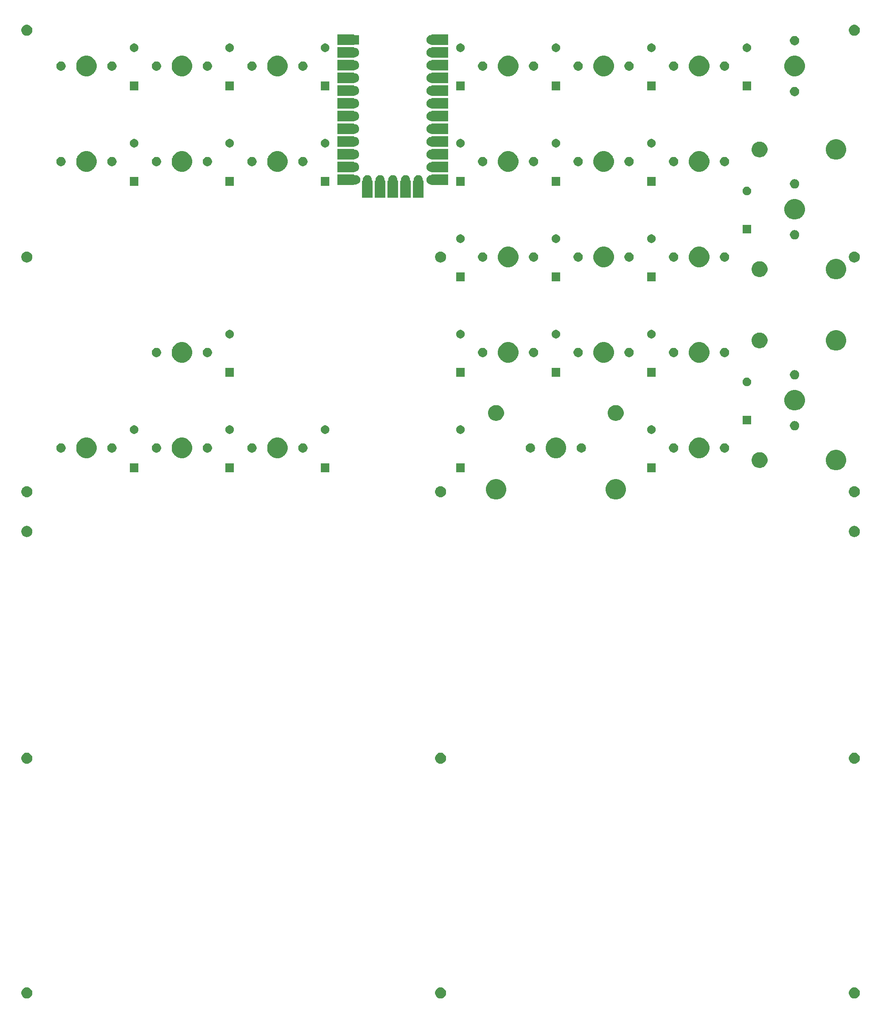
<source format=gbr>
G04 #@! TF.GenerationSoftware,KiCad,Pcbnew,(5.1.5)-3*
G04 #@! TF.CreationDate,2020-05-03T20:55:52-04:00*
G04 #@! TF.ProjectId,SideCar1.0,53696465-4361-4723-912e-302e6b696361,rev?*
G04 #@! TF.SameCoordinates,Original*
G04 #@! TF.FileFunction,Soldermask,Top*
G04 #@! TF.FilePolarity,Negative*
%FSLAX46Y46*%
G04 Gerber Fmt 4.6, Leading zero omitted, Abs format (unit mm)*
G04 Created by KiCad (PCBNEW (5.1.5)-3) date 2020-05-03 20:55:52*
%MOMM*%
%LPD*%
G04 APERTURE LIST*
%ADD10C,0.100000*%
G04 APERTURE END LIST*
D10*
G36*
X128008544Y-288638905D02*
G01*
X128114900Y-288660061D01*
X128215084Y-288701559D01*
X128315270Y-288743057D01*
X128495594Y-288863545D01*
X128648955Y-289016906D01*
X128769443Y-289197230D01*
X128852439Y-289397601D01*
X128894750Y-289610310D01*
X128894750Y-289827190D01*
X128852439Y-290039899D01*
X128769443Y-290240270D01*
X128648955Y-290420594D01*
X128495594Y-290573955D01*
X128315270Y-290694443D01*
X128114900Y-290777439D01*
X128008544Y-290798595D01*
X127902190Y-290819750D01*
X127685310Y-290819750D01*
X127578956Y-290798595D01*
X127472600Y-290777439D01*
X127272230Y-290694443D01*
X127091906Y-290573955D01*
X126938545Y-290420594D01*
X126818057Y-290240270D01*
X126735061Y-290039899D01*
X126692750Y-289827190D01*
X126692750Y-289610310D01*
X126735061Y-289397601D01*
X126818057Y-289197230D01*
X126938545Y-289016906D01*
X127091906Y-288863545D01*
X127272230Y-288743057D01*
X127372416Y-288701559D01*
X127472600Y-288660061D01*
X127578956Y-288638905D01*
X127685310Y-288617750D01*
X127902190Y-288617750D01*
X128008544Y-288638905D01*
G37*
G36*
X210558544Y-288638905D02*
G01*
X210664900Y-288660061D01*
X210765084Y-288701559D01*
X210865270Y-288743057D01*
X211045594Y-288863545D01*
X211198955Y-289016906D01*
X211319443Y-289197230D01*
X211402439Y-289397601D01*
X211444750Y-289610310D01*
X211444750Y-289827190D01*
X211402439Y-290039899D01*
X211319443Y-290240270D01*
X211198955Y-290420594D01*
X211045594Y-290573955D01*
X210865270Y-290694443D01*
X210664900Y-290777439D01*
X210558544Y-290798595D01*
X210452190Y-290819750D01*
X210235310Y-290819750D01*
X210128956Y-290798595D01*
X210022600Y-290777439D01*
X209822230Y-290694443D01*
X209641906Y-290573955D01*
X209488545Y-290420594D01*
X209368057Y-290240270D01*
X209285061Y-290039899D01*
X209242750Y-289827190D01*
X209242750Y-289610310D01*
X209285061Y-289397601D01*
X209368057Y-289197230D01*
X209488545Y-289016906D01*
X209641906Y-288863545D01*
X209822230Y-288743057D01*
X209922416Y-288701559D01*
X210022600Y-288660061D01*
X210128956Y-288638905D01*
X210235310Y-288617750D01*
X210452190Y-288617750D01*
X210558544Y-288638905D01*
G37*
G36*
X293108544Y-288638905D02*
G01*
X293214900Y-288660061D01*
X293315084Y-288701559D01*
X293415270Y-288743057D01*
X293595594Y-288863545D01*
X293748955Y-289016906D01*
X293869443Y-289197230D01*
X293952439Y-289397601D01*
X293994750Y-289610310D01*
X293994750Y-289827190D01*
X293952439Y-290039899D01*
X293869443Y-290240270D01*
X293748955Y-290420594D01*
X293595594Y-290573955D01*
X293415270Y-290694443D01*
X293214900Y-290777439D01*
X293108544Y-290798595D01*
X293002190Y-290819750D01*
X292785310Y-290819750D01*
X292678956Y-290798595D01*
X292572600Y-290777439D01*
X292372230Y-290694443D01*
X292191906Y-290573955D01*
X292038545Y-290420594D01*
X291918057Y-290240270D01*
X291835061Y-290039899D01*
X291792750Y-289827190D01*
X291792750Y-289610310D01*
X291835061Y-289397601D01*
X291918057Y-289197230D01*
X292038545Y-289016906D01*
X292191906Y-288863545D01*
X292372230Y-288743057D01*
X292472416Y-288701559D01*
X292572600Y-288660061D01*
X292678956Y-288638905D01*
X292785310Y-288617750D01*
X293002190Y-288617750D01*
X293108544Y-288638905D01*
G37*
G36*
X293108544Y-241807655D02*
G01*
X293214900Y-241828811D01*
X293415270Y-241911807D01*
X293595594Y-242032295D01*
X293748955Y-242185656D01*
X293869443Y-242365980D01*
X293952439Y-242566351D01*
X293994750Y-242779060D01*
X293994750Y-242995940D01*
X293952439Y-243208649D01*
X293869443Y-243409020D01*
X293748955Y-243589344D01*
X293595594Y-243742705D01*
X293415270Y-243863193D01*
X293315084Y-243904691D01*
X293214900Y-243946189D01*
X293108545Y-243967344D01*
X293002190Y-243988500D01*
X292785310Y-243988500D01*
X292678955Y-243967344D01*
X292572600Y-243946189D01*
X292472416Y-243904691D01*
X292372230Y-243863193D01*
X292191906Y-243742705D01*
X292038545Y-243589344D01*
X291918057Y-243409020D01*
X291835061Y-243208649D01*
X291792750Y-242995940D01*
X291792750Y-242779060D01*
X291835061Y-242566351D01*
X291918057Y-242365980D01*
X292038545Y-242185656D01*
X292191906Y-242032295D01*
X292372230Y-241911807D01*
X292572600Y-241828811D01*
X292678956Y-241807655D01*
X292785310Y-241786500D01*
X293002190Y-241786500D01*
X293108544Y-241807655D01*
G37*
G36*
X210558544Y-241807655D02*
G01*
X210664900Y-241828811D01*
X210865270Y-241911807D01*
X211045594Y-242032295D01*
X211198955Y-242185656D01*
X211319443Y-242365980D01*
X211402439Y-242566351D01*
X211444750Y-242779060D01*
X211444750Y-242995940D01*
X211402439Y-243208649D01*
X211319443Y-243409020D01*
X211198955Y-243589344D01*
X211045594Y-243742705D01*
X210865270Y-243863193D01*
X210765084Y-243904691D01*
X210664900Y-243946189D01*
X210558545Y-243967344D01*
X210452190Y-243988500D01*
X210235310Y-243988500D01*
X210128955Y-243967344D01*
X210022600Y-243946189D01*
X209922416Y-243904691D01*
X209822230Y-243863193D01*
X209641906Y-243742705D01*
X209488545Y-243589344D01*
X209368057Y-243409020D01*
X209285061Y-243208649D01*
X209242750Y-242995940D01*
X209242750Y-242779060D01*
X209285061Y-242566351D01*
X209368057Y-242365980D01*
X209488545Y-242185656D01*
X209641906Y-242032295D01*
X209822230Y-241911807D01*
X210022600Y-241828811D01*
X210128956Y-241807655D01*
X210235310Y-241786500D01*
X210452190Y-241786500D01*
X210558544Y-241807655D01*
G37*
G36*
X128008544Y-241807655D02*
G01*
X128114900Y-241828811D01*
X128315270Y-241911807D01*
X128495594Y-242032295D01*
X128648955Y-242185656D01*
X128769443Y-242365980D01*
X128852439Y-242566351D01*
X128894750Y-242779060D01*
X128894750Y-242995940D01*
X128852439Y-243208649D01*
X128769443Y-243409020D01*
X128648955Y-243589344D01*
X128495594Y-243742705D01*
X128315270Y-243863193D01*
X128215084Y-243904691D01*
X128114900Y-243946189D01*
X128008545Y-243967344D01*
X127902190Y-243988500D01*
X127685310Y-243988500D01*
X127578955Y-243967344D01*
X127472600Y-243946189D01*
X127372416Y-243904691D01*
X127272230Y-243863193D01*
X127091906Y-243742705D01*
X126938545Y-243589344D01*
X126818057Y-243409020D01*
X126735061Y-243208649D01*
X126692750Y-242995940D01*
X126692750Y-242779060D01*
X126735061Y-242566351D01*
X126818057Y-242365980D01*
X126938545Y-242185656D01*
X127091906Y-242032295D01*
X127272230Y-241911807D01*
X127472600Y-241828811D01*
X127578956Y-241807655D01*
X127685310Y-241786500D01*
X127902190Y-241786500D01*
X128008544Y-241807655D01*
G37*
G36*
X128008544Y-196563905D02*
G01*
X128114900Y-196585061D01*
X128215084Y-196626559D01*
X128315270Y-196668057D01*
X128495594Y-196788545D01*
X128648955Y-196941906D01*
X128769443Y-197122230D01*
X128852439Y-197322601D01*
X128894750Y-197535310D01*
X128894750Y-197752190D01*
X128852439Y-197964899D01*
X128769443Y-198165270D01*
X128648955Y-198345594D01*
X128495594Y-198498955D01*
X128315270Y-198619443D01*
X128215084Y-198660941D01*
X128114900Y-198702439D01*
X128008544Y-198723595D01*
X127902190Y-198744750D01*
X127685310Y-198744750D01*
X127578955Y-198723594D01*
X127472600Y-198702439D01*
X127272230Y-198619443D01*
X127091906Y-198498955D01*
X126938545Y-198345594D01*
X126818057Y-198165270D01*
X126735061Y-197964899D01*
X126692750Y-197752190D01*
X126692750Y-197535310D01*
X126735061Y-197322601D01*
X126818057Y-197122230D01*
X126938545Y-196941906D01*
X127091906Y-196788545D01*
X127272230Y-196668057D01*
X127372416Y-196626559D01*
X127472600Y-196585061D01*
X127578956Y-196563905D01*
X127685310Y-196542750D01*
X127902190Y-196542750D01*
X128008544Y-196563905D01*
G37*
G36*
X293108544Y-196563905D02*
G01*
X293214900Y-196585061D01*
X293315084Y-196626559D01*
X293415270Y-196668057D01*
X293595594Y-196788545D01*
X293748955Y-196941906D01*
X293869443Y-197122230D01*
X293952439Y-197322601D01*
X293994750Y-197535310D01*
X293994750Y-197752190D01*
X293952439Y-197964899D01*
X293869443Y-198165270D01*
X293748955Y-198345594D01*
X293595594Y-198498955D01*
X293415270Y-198619443D01*
X293315084Y-198660941D01*
X293214900Y-198702439D01*
X293108544Y-198723595D01*
X293002190Y-198744750D01*
X292785310Y-198744750D01*
X292678955Y-198723594D01*
X292572600Y-198702439D01*
X292372230Y-198619443D01*
X292191906Y-198498955D01*
X292038545Y-198345594D01*
X291918057Y-198165270D01*
X291835061Y-197964899D01*
X291792750Y-197752190D01*
X291792750Y-197535310D01*
X291835061Y-197322601D01*
X291918057Y-197122230D01*
X292038545Y-196941906D01*
X292191906Y-196788545D01*
X292372230Y-196668057D01*
X292472416Y-196626559D01*
X292572600Y-196585061D01*
X292678956Y-196563905D01*
X292785310Y-196542750D01*
X293002190Y-196542750D01*
X293108544Y-196563905D01*
G37*
G36*
X222020974Y-187263684D02*
G01*
X222238974Y-187353983D01*
X222393123Y-187417833D01*
X222728048Y-187641623D01*
X223012877Y-187926452D01*
X223236667Y-188261377D01*
X223236667Y-188261378D01*
X223390816Y-188633526D01*
X223469400Y-189028594D01*
X223469400Y-189431406D01*
X223390816Y-189826474D01*
X223307590Y-190027399D01*
X223236667Y-190198623D01*
X223012877Y-190533548D01*
X222728048Y-190818377D01*
X222393123Y-191042167D01*
X222238974Y-191106017D01*
X222020974Y-191196316D01*
X221625906Y-191274900D01*
X221223094Y-191274900D01*
X220828026Y-191196316D01*
X220610026Y-191106017D01*
X220455877Y-191042167D01*
X220120952Y-190818377D01*
X219836123Y-190533548D01*
X219612333Y-190198623D01*
X219541410Y-190027399D01*
X219458184Y-189826474D01*
X219379600Y-189431406D01*
X219379600Y-189028594D01*
X219458184Y-188633526D01*
X219612333Y-188261378D01*
X219612333Y-188261377D01*
X219836123Y-187926452D01*
X220120952Y-187641623D01*
X220455877Y-187417833D01*
X220610026Y-187353983D01*
X220828026Y-187263684D01*
X221223094Y-187185100D01*
X221625906Y-187185100D01*
X222020974Y-187263684D01*
G37*
G36*
X245896974Y-187263684D02*
G01*
X246114974Y-187353983D01*
X246269123Y-187417833D01*
X246604048Y-187641623D01*
X246888877Y-187926452D01*
X247112667Y-188261377D01*
X247112667Y-188261378D01*
X247266816Y-188633526D01*
X247345400Y-189028594D01*
X247345400Y-189431406D01*
X247266816Y-189826474D01*
X247183590Y-190027399D01*
X247112667Y-190198623D01*
X246888877Y-190533548D01*
X246604048Y-190818377D01*
X246269123Y-191042167D01*
X246114974Y-191106017D01*
X245896974Y-191196316D01*
X245501906Y-191274900D01*
X245099094Y-191274900D01*
X244704026Y-191196316D01*
X244486026Y-191106017D01*
X244331877Y-191042167D01*
X243996952Y-190818377D01*
X243712123Y-190533548D01*
X243488333Y-190198623D01*
X243417410Y-190027399D01*
X243334184Y-189826474D01*
X243255600Y-189431406D01*
X243255600Y-189028594D01*
X243334184Y-188633526D01*
X243488333Y-188261378D01*
X243488333Y-188261377D01*
X243712123Y-187926452D01*
X243996952Y-187641623D01*
X244331877Y-187417833D01*
X244486026Y-187353983D01*
X244704026Y-187263684D01*
X245099094Y-187185100D01*
X245501906Y-187185100D01*
X245896974Y-187263684D01*
G37*
G36*
X293108544Y-188626405D02*
G01*
X293214900Y-188647561D01*
X293315084Y-188689059D01*
X293415270Y-188730557D01*
X293595594Y-188851045D01*
X293748955Y-189004406D01*
X293869443Y-189184730D01*
X293952439Y-189385101D01*
X293994750Y-189597810D01*
X293994750Y-189814690D01*
X293952439Y-190027399D01*
X293869443Y-190227770D01*
X293748955Y-190408094D01*
X293595594Y-190561455D01*
X293415270Y-190681943D01*
X293315084Y-190723441D01*
X293214900Y-190764939D01*
X293108545Y-190786094D01*
X293002190Y-190807250D01*
X292785310Y-190807250D01*
X292678955Y-190786094D01*
X292572600Y-190764939D01*
X292372230Y-190681943D01*
X292191906Y-190561455D01*
X292038545Y-190408094D01*
X291918057Y-190227770D01*
X291835061Y-190027399D01*
X291792750Y-189814690D01*
X291792750Y-189597810D01*
X291835061Y-189385101D01*
X291918057Y-189184730D01*
X292038545Y-189004406D01*
X292191906Y-188851045D01*
X292372230Y-188730557D01*
X292472416Y-188689059D01*
X292572600Y-188647561D01*
X292678956Y-188626405D01*
X292785310Y-188605250D01*
X293002190Y-188605250D01*
X293108544Y-188626405D01*
G37*
G36*
X210558544Y-188626405D02*
G01*
X210664900Y-188647561D01*
X210765084Y-188689059D01*
X210865270Y-188730557D01*
X211045594Y-188851045D01*
X211198955Y-189004406D01*
X211319443Y-189184730D01*
X211402439Y-189385101D01*
X211444750Y-189597810D01*
X211444750Y-189814690D01*
X211402439Y-190027399D01*
X211319443Y-190227770D01*
X211198955Y-190408094D01*
X211045594Y-190561455D01*
X210865270Y-190681943D01*
X210765084Y-190723441D01*
X210664900Y-190764939D01*
X210558545Y-190786094D01*
X210452190Y-190807250D01*
X210235310Y-190807250D01*
X210128955Y-190786094D01*
X210022600Y-190764939D01*
X209822230Y-190681943D01*
X209641906Y-190561455D01*
X209488545Y-190408094D01*
X209368057Y-190227770D01*
X209285061Y-190027399D01*
X209242750Y-189814690D01*
X209242750Y-189597810D01*
X209285061Y-189385101D01*
X209368057Y-189184730D01*
X209488545Y-189004406D01*
X209641906Y-188851045D01*
X209822230Y-188730557D01*
X209922416Y-188689059D01*
X210022600Y-188647561D01*
X210128956Y-188626405D01*
X210235310Y-188605250D01*
X210452190Y-188605250D01*
X210558544Y-188626405D01*
G37*
G36*
X128008544Y-188626405D02*
G01*
X128114900Y-188647561D01*
X128215084Y-188689059D01*
X128315270Y-188730557D01*
X128495594Y-188851045D01*
X128648955Y-189004406D01*
X128769443Y-189184730D01*
X128852439Y-189385101D01*
X128894750Y-189597810D01*
X128894750Y-189814690D01*
X128852439Y-190027399D01*
X128769443Y-190227770D01*
X128648955Y-190408094D01*
X128495594Y-190561455D01*
X128315270Y-190681943D01*
X128215084Y-190723441D01*
X128114900Y-190764939D01*
X128008545Y-190786094D01*
X127902190Y-190807250D01*
X127685310Y-190807250D01*
X127578955Y-190786094D01*
X127472600Y-190764939D01*
X127272230Y-190681943D01*
X127091906Y-190561455D01*
X126938545Y-190408094D01*
X126818057Y-190227770D01*
X126735061Y-190027399D01*
X126692750Y-189814690D01*
X126692750Y-189597810D01*
X126735061Y-189385101D01*
X126818057Y-189184730D01*
X126938545Y-189004406D01*
X127091906Y-188851045D01*
X127272230Y-188730557D01*
X127372416Y-188689059D01*
X127472600Y-188647561D01*
X127578956Y-188626405D01*
X127685310Y-188605250D01*
X127902190Y-188605250D01*
X128008544Y-188626405D01*
G37*
G36*
X169126000Y-185794750D02*
G01*
X167424000Y-185794750D01*
X167424000Y-184092750D01*
X169126000Y-184092750D01*
X169126000Y-185794750D01*
G37*
G36*
X150076000Y-185794750D02*
G01*
X148374000Y-185794750D01*
X148374000Y-184092750D01*
X150076000Y-184092750D01*
X150076000Y-185794750D01*
G37*
G36*
X188176000Y-185794750D02*
G01*
X186474000Y-185794750D01*
X186474000Y-184092750D01*
X188176000Y-184092750D01*
X188176000Y-185794750D01*
G37*
G36*
X253263500Y-185794750D02*
G01*
X251561500Y-185794750D01*
X251561500Y-184092750D01*
X253263500Y-184092750D01*
X253263500Y-185794750D01*
G37*
G36*
X215163500Y-185794750D02*
G01*
X213461500Y-185794750D01*
X213461500Y-184092750D01*
X215163500Y-184092750D01*
X215163500Y-185794750D01*
G37*
G36*
X289838974Y-181421684D02*
G01*
X290056974Y-181511983D01*
X290211123Y-181575833D01*
X290546048Y-181799623D01*
X290830877Y-182084452D01*
X291054667Y-182419377D01*
X291054667Y-182419378D01*
X291208816Y-182791526D01*
X291287400Y-183186594D01*
X291287400Y-183589406D01*
X291208816Y-183984474D01*
X291146863Y-184134041D01*
X291054667Y-184356623D01*
X290830877Y-184691548D01*
X290546048Y-184976377D01*
X290211123Y-185200167D01*
X290056974Y-185264017D01*
X289838974Y-185354316D01*
X289443906Y-185432900D01*
X289041094Y-185432900D01*
X288646026Y-185354316D01*
X288428026Y-185264017D01*
X288273877Y-185200167D01*
X287938952Y-184976377D01*
X287654123Y-184691548D01*
X287430333Y-184356623D01*
X287338137Y-184134041D01*
X287276184Y-183984474D01*
X287197600Y-183589406D01*
X287197600Y-183186594D01*
X287276184Y-182791526D01*
X287430333Y-182419378D01*
X287430333Y-182419377D01*
X287654123Y-182084452D01*
X287938952Y-181799623D01*
X288273877Y-181575833D01*
X288428026Y-181511983D01*
X288646026Y-181421684D01*
X289041094Y-181343100D01*
X289443906Y-181343100D01*
X289838974Y-181421684D01*
G37*
G36*
X274309767Y-181843263D02*
G01*
X274461911Y-181873526D01*
X274580637Y-181922704D01*
X274748541Y-181992252D01*
X274748542Y-181992253D01*
X275006504Y-182164617D01*
X275225883Y-182383996D01*
X275249524Y-182419378D01*
X275398248Y-182641959D01*
X275458395Y-182787167D01*
X275516974Y-182928589D01*
X275535137Y-183019900D01*
X275577500Y-183232875D01*
X275577500Y-183543125D01*
X275516974Y-183847410D01*
X275398248Y-184134041D01*
X275398247Y-184134042D01*
X275225883Y-184392004D01*
X275006504Y-184611383D01*
X274886528Y-184691548D01*
X274748541Y-184783748D01*
X274580637Y-184853296D01*
X274461911Y-184902474D01*
X274157625Y-184963000D01*
X273847375Y-184963000D01*
X273695233Y-184932737D01*
X273543089Y-184902474D01*
X273424363Y-184853296D01*
X273256459Y-184783748D01*
X273118472Y-184691548D01*
X272998496Y-184611383D01*
X272779117Y-184392004D01*
X272606753Y-184134042D01*
X272606752Y-184134041D01*
X272488026Y-183847410D01*
X272427500Y-183543125D01*
X272427500Y-183232875D01*
X272469863Y-183019900D01*
X272488026Y-182928589D01*
X272546605Y-182787167D01*
X272606752Y-182641959D01*
X272755476Y-182419378D01*
X272779117Y-182383996D01*
X272998496Y-182164617D01*
X273256458Y-181992253D01*
X273256459Y-181992252D01*
X273424363Y-181922704D01*
X273543089Y-181873526D01*
X273695233Y-181843263D01*
X273847375Y-181813000D01*
X274157625Y-181813000D01*
X274309767Y-181843263D01*
G37*
G36*
X159346474Y-179008684D02*
G01*
X159564474Y-179098983D01*
X159718623Y-179162833D01*
X160053548Y-179386623D01*
X160338377Y-179671452D01*
X160562167Y-180006377D01*
X160594562Y-180084586D01*
X160716316Y-180378526D01*
X160794900Y-180773594D01*
X160794900Y-181176406D01*
X160716316Y-181571474D01*
X160665451Y-181694272D01*
X160562167Y-181943623D01*
X160338377Y-182278548D01*
X160053548Y-182563377D01*
X159718623Y-182787167D01*
X159564474Y-182851017D01*
X159346474Y-182941316D01*
X158951406Y-183019900D01*
X158548594Y-183019900D01*
X158153526Y-182941316D01*
X157935526Y-182851017D01*
X157781377Y-182787167D01*
X157446452Y-182563377D01*
X157161623Y-182278548D01*
X156937833Y-181943623D01*
X156834549Y-181694272D01*
X156783684Y-181571474D01*
X156705100Y-181176406D01*
X156705100Y-180773594D01*
X156783684Y-180378526D01*
X156905438Y-180084586D01*
X156937833Y-180006377D01*
X157161623Y-179671452D01*
X157446452Y-179386623D01*
X157781377Y-179162833D01*
X157935526Y-179098983D01*
X158153526Y-179008684D01*
X158548594Y-178930100D01*
X158951406Y-178930100D01*
X159346474Y-179008684D01*
G37*
G36*
X262533974Y-179008684D02*
G01*
X262751974Y-179098983D01*
X262906123Y-179162833D01*
X263241048Y-179386623D01*
X263525877Y-179671452D01*
X263749667Y-180006377D01*
X263782062Y-180084586D01*
X263903816Y-180378526D01*
X263982400Y-180773594D01*
X263982400Y-181176406D01*
X263903816Y-181571474D01*
X263852951Y-181694272D01*
X263749667Y-181943623D01*
X263525877Y-182278548D01*
X263241048Y-182563377D01*
X262906123Y-182787167D01*
X262751974Y-182851017D01*
X262533974Y-182941316D01*
X262138906Y-183019900D01*
X261736094Y-183019900D01*
X261341026Y-182941316D01*
X261123026Y-182851017D01*
X260968877Y-182787167D01*
X260633952Y-182563377D01*
X260349123Y-182278548D01*
X260125333Y-181943623D01*
X260022049Y-181694272D01*
X259971184Y-181571474D01*
X259892600Y-181176406D01*
X259892600Y-180773594D01*
X259971184Y-180378526D01*
X260092938Y-180084586D01*
X260125333Y-180006377D01*
X260349123Y-179671452D01*
X260633952Y-179386623D01*
X260968877Y-179162833D01*
X261123026Y-179098983D01*
X261341026Y-179008684D01*
X261736094Y-178930100D01*
X262138906Y-178930100D01*
X262533974Y-179008684D01*
G37*
G36*
X233958974Y-179008684D02*
G01*
X234176974Y-179098983D01*
X234331123Y-179162833D01*
X234666048Y-179386623D01*
X234950877Y-179671452D01*
X235174667Y-180006377D01*
X235207062Y-180084586D01*
X235328816Y-180378526D01*
X235407400Y-180773594D01*
X235407400Y-181176406D01*
X235328816Y-181571474D01*
X235277951Y-181694272D01*
X235174667Y-181943623D01*
X234950877Y-182278548D01*
X234666048Y-182563377D01*
X234331123Y-182787167D01*
X234176974Y-182851017D01*
X233958974Y-182941316D01*
X233563906Y-183019900D01*
X233161094Y-183019900D01*
X232766026Y-182941316D01*
X232548026Y-182851017D01*
X232393877Y-182787167D01*
X232058952Y-182563377D01*
X231774123Y-182278548D01*
X231550333Y-181943623D01*
X231447049Y-181694272D01*
X231396184Y-181571474D01*
X231317600Y-181176406D01*
X231317600Y-180773594D01*
X231396184Y-180378526D01*
X231517938Y-180084586D01*
X231550333Y-180006377D01*
X231774123Y-179671452D01*
X232058952Y-179386623D01*
X232393877Y-179162833D01*
X232548026Y-179098983D01*
X232766026Y-179008684D01*
X233161094Y-178930100D01*
X233563906Y-178930100D01*
X233958974Y-179008684D01*
G37*
G36*
X178396474Y-179008684D02*
G01*
X178614474Y-179098983D01*
X178768623Y-179162833D01*
X179103548Y-179386623D01*
X179388377Y-179671452D01*
X179612167Y-180006377D01*
X179644562Y-180084586D01*
X179766316Y-180378526D01*
X179844900Y-180773594D01*
X179844900Y-181176406D01*
X179766316Y-181571474D01*
X179715451Y-181694272D01*
X179612167Y-181943623D01*
X179388377Y-182278548D01*
X179103548Y-182563377D01*
X178768623Y-182787167D01*
X178614474Y-182851017D01*
X178396474Y-182941316D01*
X178001406Y-183019900D01*
X177598594Y-183019900D01*
X177203526Y-182941316D01*
X176985526Y-182851017D01*
X176831377Y-182787167D01*
X176496452Y-182563377D01*
X176211623Y-182278548D01*
X175987833Y-181943623D01*
X175884549Y-181694272D01*
X175833684Y-181571474D01*
X175755100Y-181176406D01*
X175755100Y-180773594D01*
X175833684Y-180378526D01*
X175955438Y-180084586D01*
X175987833Y-180006377D01*
X176211623Y-179671452D01*
X176496452Y-179386623D01*
X176831377Y-179162833D01*
X176985526Y-179098983D01*
X177203526Y-179008684D01*
X177598594Y-178930100D01*
X178001406Y-178930100D01*
X178396474Y-179008684D01*
G37*
G36*
X140296474Y-179008684D02*
G01*
X140514474Y-179098983D01*
X140668623Y-179162833D01*
X141003548Y-179386623D01*
X141288377Y-179671452D01*
X141512167Y-180006377D01*
X141544562Y-180084586D01*
X141666316Y-180378526D01*
X141744900Y-180773594D01*
X141744900Y-181176406D01*
X141666316Y-181571474D01*
X141615451Y-181694272D01*
X141512167Y-181943623D01*
X141288377Y-182278548D01*
X141003548Y-182563377D01*
X140668623Y-182787167D01*
X140514474Y-182851017D01*
X140296474Y-182941316D01*
X139901406Y-183019900D01*
X139498594Y-183019900D01*
X139103526Y-182941316D01*
X138885526Y-182851017D01*
X138731377Y-182787167D01*
X138396452Y-182563377D01*
X138111623Y-182278548D01*
X137887833Y-181943623D01*
X137784549Y-181694272D01*
X137733684Y-181571474D01*
X137655100Y-181176406D01*
X137655100Y-180773594D01*
X137733684Y-180378526D01*
X137855438Y-180084586D01*
X137887833Y-180006377D01*
X138111623Y-179671452D01*
X138396452Y-179386623D01*
X138731377Y-179162833D01*
X138885526Y-179098983D01*
X139103526Y-179008684D01*
X139498594Y-178930100D01*
X139901406Y-178930100D01*
X140296474Y-179008684D01*
G37*
G36*
X164100104Y-180084585D02*
G01*
X164268626Y-180154389D01*
X164420291Y-180255728D01*
X164549272Y-180384709D01*
X164650611Y-180536374D01*
X164720415Y-180704896D01*
X164756000Y-180883797D01*
X164756000Y-181066203D01*
X164720415Y-181245104D01*
X164650611Y-181413626D01*
X164549272Y-181565291D01*
X164420291Y-181694272D01*
X164268626Y-181795611D01*
X164100104Y-181865415D01*
X163921203Y-181901000D01*
X163738797Y-181901000D01*
X163559896Y-181865415D01*
X163391374Y-181795611D01*
X163239709Y-181694272D01*
X163110728Y-181565291D01*
X163009389Y-181413626D01*
X162939585Y-181245104D01*
X162904000Y-181066203D01*
X162904000Y-180883797D01*
X162939585Y-180704896D01*
X163009389Y-180536374D01*
X163110728Y-180384709D01*
X163239709Y-180255728D01*
X163391374Y-180154389D01*
X163559896Y-180084585D01*
X163738797Y-180049000D01*
X163921203Y-180049000D01*
X164100104Y-180084585D01*
G37*
G36*
X267287604Y-180084585D02*
G01*
X267456126Y-180154389D01*
X267607791Y-180255728D01*
X267736772Y-180384709D01*
X267838111Y-180536374D01*
X267907915Y-180704896D01*
X267943500Y-180883797D01*
X267943500Y-181066203D01*
X267907915Y-181245104D01*
X267838111Y-181413626D01*
X267736772Y-181565291D01*
X267607791Y-181694272D01*
X267456126Y-181795611D01*
X267287604Y-181865415D01*
X267108703Y-181901000D01*
X266926297Y-181901000D01*
X266747396Y-181865415D01*
X266578874Y-181795611D01*
X266427209Y-181694272D01*
X266298228Y-181565291D01*
X266196889Y-181413626D01*
X266127085Y-181245104D01*
X266091500Y-181066203D01*
X266091500Y-180883797D01*
X266127085Y-180704896D01*
X266196889Y-180536374D01*
X266298228Y-180384709D01*
X266427209Y-180255728D01*
X266578874Y-180154389D01*
X266747396Y-180084585D01*
X266926297Y-180049000D01*
X267108703Y-180049000D01*
X267287604Y-180084585D01*
G37*
G36*
X257127604Y-180084585D02*
G01*
X257296126Y-180154389D01*
X257447791Y-180255728D01*
X257576772Y-180384709D01*
X257678111Y-180536374D01*
X257747915Y-180704896D01*
X257783500Y-180883797D01*
X257783500Y-181066203D01*
X257747915Y-181245104D01*
X257678111Y-181413626D01*
X257576772Y-181565291D01*
X257447791Y-181694272D01*
X257296126Y-181795611D01*
X257127604Y-181865415D01*
X256948703Y-181901000D01*
X256766297Y-181901000D01*
X256587396Y-181865415D01*
X256418874Y-181795611D01*
X256267209Y-181694272D01*
X256138228Y-181565291D01*
X256036889Y-181413626D01*
X255967085Y-181245104D01*
X255931500Y-181066203D01*
X255931500Y-180883797D01*
X255967085Y-180704896D01*
X256036889Y-180536374D01*
X256138228Y-180384709D01*
X256267209Y-180255728D01*
X256418874Y-180154389D01*
X256587396Y-180084585D01*
X256766297Y-180049000D01*
X256948703Y-180049000D01*
X257127604Y-180084585D01*
G37*
G36*
X238712604Y-180084585D02*
G01*
X238881126Y-180154389D01*
X239032791Y-180255728D01*
X239161772Y-180384709D01*
X239263111Y-180536374D01*
X239332915Y-180704896D01*
X239368500Y-180883797D01*
X239368500Y-181066203D01*
X239332915Y-181245104D01*
X239263111Y-181413626D01*
X239161772Y-181565291D01*
X239032791Y-181694272D01*
X238881126Y-181795611D01*
X238712604Y-181865415D01*
X238533703Y-181901000D01*
X238351297Y-181901000D01*
X238172396Y-181865415D01*
X238003874Y-181795611D01*
X237852209Y-181694272D01*
X237723228Y-181565291D01*
X237621889Y-181413626D01*
X237552085Y-181245104D01*
X237516500Y-181066203D01*
X237516500Y-180883797D01*
X237552085Y-180704896D01*
X237621889Y-180536374D01*
X237723228Y-180384709D01*
X237852209Y-180255728D01*
X238003874Y-180154389D01*
X238172396Y-180084585D01*
X238351297Y-180049000D01*
X238533703Y-180049000D01*
X238712604Y-180084585D01*
G37*
G36*
X183150104Y-180084585D02*
G01*
X183318626Y-180154389D01*
X183470291Y-180255728D01*
X183599272Y-180384709D01*
X183700611Y-180536374D01*
X183770415Y-180704896D01*
X183806000Y-180883797D01*
X183806000Y-181066203D01*
X183770415Y-181245104D01*
X183700611Y-181413626D01*
X183599272Y-181565291D01*
X183470291Y-181694272D01*
X183318626Y-181795611D01*
X183150104Y-181865415D01*
X182971203Y-181901000D01*
X182788797Y-181901000D01*
X182609896Y-181865415D01*
X182441374Y-181795611D01*
X182289709Y-181694272D01*
X182160728Y-181565291D01*
X182059389Y-181413626D01*
X181989585Y-181245104D01*
X181954000Y-181066203D01*
X181954000Y-180883797D01*
X181989585Y-180704896D01*
X182059389Y-180536374D01*
X182160728Y-180384709D01*
X182289709Y-180255728D01*
X182441374Y-180154389D01*
X182609896Y-180084585D01*
X182788797Y-180049000D01*
X182971203Y-180049000D01*
X183150104Y-180084585D01*
G37*
G36*
X134890104Y-180084585D02*
G01*
X135058626Y-180154389D01*
X135210291Y-180255728D01*
X135339272Y-180384709D01*
X135440611Y-180536374D01*
X135510415Y-180704896D01*
X135546000Y-180883797D01*
X135546000Y-181066203D01*
X135510415Y-181245104D01*
X135440611Y-181413626D01*
X135339272Y-181565291D01*
X135210291Y-181694272D01*
X135058626Y-181795611D01*
X134890104Y-181865415D01*
X134711203Y-181901000D01*
X134528797Y-181901000D01*
X134349896Y-181865415D01*
X134181374Y-181795611D01*
X134029709Y-181694272D01*
X133900728Y-181565291D01*
X133799389Y-181413626D01*
X133729585Y-181245104D01*
X133694000Y-181066203D01*
X133694000Y-180883797D01*
X133729585Y-180704896D01*
X133799389Y-180536374D01*
X133900728Y-180384709D01*
X134029709Y-180255728D01*
X134181374Y-180154389D01*
X134349896Y-180084585D01*
X134528797Y-180049000D01*
X134711203Y-180049000D01*
X134890104Y-180084585D01*
G37*
G36*
X145050104Y-180084585D02*
G01*
X145218626Y-180154389D01*
X145370291Y-180255728D01*
X145499272Y-180384709D01*
X145600611Y-180536374D01*
X145670415Y-180704896D01*
X145706000Y-180883797D01*
X145706000Y-181066203D01*
X145670415Y-181245104D01*
X145600611Y-181413626D01*
X145499272Y-181565291D01*
X145370291Y-181694272D01*
X145218626Y-181795611D01*
X145050104Y-181865415D01*
X144871203Y-181901000D01*
X144688797Y-181901000D01*
X144509896Y-181865415D01*
X144341374Y-181795611D01*
X144189709Y-181694272D01*
X144060728Y-181565291D01*
X143959389Y-181413626D01*
X143889585Y-181245104D01*
X143854000Y-181066203D01*
X143854000Y-180883797D01*
X143889585Y-180704896D01*
X143959389Y-180536374D01*
X144060728Y-180384709D01*
X144189709Y-180255728D01*
X144341374Y-180154389D01*
X144509896Y-180084585D01*
X144688797Y-180049000D01*
X144871203Y-180049000D01*
X145050104Y-180084585D01*
G37*
G36*
X172990104Y-180084585D02*
G01*
X173158626Y-180154389D01*
X173310291Y-180255728D01*
X173439272Y-180384709D01*
X173540611Y-180536374D01*
X173610415Y-180704896D01*
X173646000Y-180883797D01*
X173646000Y-181066203D01*
X173610415Y-181245104D01*
X173540611Y-181413626D01*
X173439272Y-181565291D01*
X173310291Y-181694272D01*
X173158626Y-181795611D01*
X172990104Y-181865415D01*
X172811203Y-181901000D01*
X172628797Y-181901000D01*
X172449896Y-181865415D01*
X172281374Y-181795611D01*
X172129709Y-181694272D01*
X172000728Y-181565291D01*
X171899389Y-181413626D01*
X171829585Y-181245104D01*
X171794000Y-181066203D01*
X171794000Y-180883797D01*
X171829585Y-180704896D01*
X171899389Y-180536374D01*
X172000728Y-180384709D01*
X172129709Y-180255728D01*
X172281374Y-180154389D01*
X172449896Y-180084585D01*
X172628797Y-180049000D01*
X172811203Y-180049000D01*
X172990104Y-180084585D01*
G37*
G36*
X228552604Y-180084585D02*
G01*
X228721126Y-180154389D01*
X228872791Y-180255728D01*
X229001772Y-180384709D01*
X229103111Y-180536374D01*
X229172915Y-180704896D01*
X229208500Y-180883797D01*
X229208500Y-181066203D01*
X229172915Y-181245104D01*
X229103111Y-181413626D01*
X229001772Y-181565291D01*
X228872791Y-181694272D01*
X228721126Y-181795611D01*
X228552604Y-181865415D01*
X228373703Y-181901000D01*
X228191297Y-181901000D01*
X228012396Y-181865415D01*
X227843874Y-181795611D01*
X227692209Y-181694272D01*
X227563228Y-181565291D01*
X227461889Y-181413626D01*
X227392085Y-181245104D01*
X227356500Y-181066203D01*
X227356500Y-180883797D01*
X227392085Y-180704896D01*
X227461889Y-180536374D01*
X227563228Y-180384709D01*
X227692209Y-180255728D01*
X227843874Y-180154389D01*
X228012396Y-180084585D01*
X228191297Y-180049000D01*
X228373703Y-180049000D01*
X228552604Y-180084585D01*
G37*
G36*
X153940104Y-180084585D02*
G01*
X154108626Y-180154389D01*
X154260291Y-180255728D01*
X154389272Y-180384709D01*
X154490611Y-180536374D01*
X154560415Y-180704896D01*
X154596000Y-180883797D01*
X154596000Y-181066203D01*
X154560415Y-181245104D01*
X154490611Y-181413626D01*
X154389272Y-181565291D01*
X154260291Y-181694272D01*
X154108626Y-181795611D01*
X153940104Y-181865415D01*
X153761203Y-181901000D01*
X153578797Y-181901000D01*
X153399896Y-181865415D01*
X153231374Y-181795611D01*
X153079709Y-181694272D01*
X152950728Y-181565291D01*
X152849389Y-181413626D01*
X152779585Y-181245104D01*
X152744000Y-181066203D01*
X152744000Y-180883797D01*
X152779585Y-180704896D01*
X152849389Y-180536374D01*
X152950728Y-180384709D01*
X153079709Y-180255728D01*
X153231374Y-180154389D01*
X153399896Y-180084585D01*
X153578797Y-180049000D01*
X153761203Y-180049000D01*
X153940104Y-180084585D01*
G37*
G36*
X214560728Y-176505453D02*
G01*
X214715600Y-176569603D01*
X214854981Y-176662735D01*
X214973515Y-176781269D01*
X215066647Y-176920650D01*
X215130797Y-177075522D01*
X215163500Y-177239934D01*
X215163500Y-177407566D01*
X215130797Y-177571978D01*
X215066647Y-177726850D01*
X214973515Y-177866231D01*
X214854981Y-177984765D01*
X214715600Y-178077897D01*
X214560728Y-178142047D01*
X214396316Y-178174750D01*
X214228684Y-178174750D01*
X214064272Y-178142047D01*
X213909400Y-178077897D01*
X213770019Y-177984765D01*
X213651485Y-177866231D01*
X213558353Y-177726850D01*
X213494203Y-177571978D01*
X213461500Y-177407566D01*
X213461500Y-177239934D01*
X213494203Y-177075522D01*
X213558353Y-176920650D01*
X213651485Y-176781269D01*
X213770019Y-176662735D01*
X213909400Y-176569603D01*
X214064272Y-176505453D01*
X214228684Y-176472750D01*
X214396316Y-176472750D01*
X214560728Y-176505453D01*
G37*
G36*
X187573228Y-176505453D02*
G01*
X187728100Y-176569603D01*
X187867481Y-176662735D01*
X187986015Y-176781269D01*
X188079147Y-176920650D01*
X188143297Y-177075522D01*
X188176000Y-177239934D01*
X188176000Y-177407566D01*
X188143297Y-177571978D01*
X188079147Y-177726850D01*
X187986015Y-177866231D01*
X187867481Y-177984765D01*
X187728100Y-178077897D01*
X187573228Y-178142047D01*
X187408816Y-178174750D01*
X187241184Y-178174750D01*
X187076772Y-178142047D01*
X186921900Y-178077897D01*
X186782519Y-177984765D01*
X186663985Y-177866231D01*
X186570853Y-177726850D01*
X186506703Y-177571978D01*
X186474000Y-177407566D01*
X186474000Y-177239934D01*
X186506703Y-177075522D01*
X186570853Y-176920650D01*
X186663985Y-176781269D01*
X186782519Y-176662735D01*
X186921900Y-176569603D01*
X187076772Y-176505453D01*
X187241184Y-176472750D01*
X187408816Y-176472750D01*
X187573228Y-176505453D01*
G37*
G36*
X168523228Y-176505453D02*
G01*
X168678100Y-176569603D01*
X168817481Y-176662735D01*
X168936015Y-176781269D01*
X169029147Y-176920650D01*
X169093297Y-177075522D01*
X169126000Y-177239934D01*
X169126000Y-177407566D01*
X169093297Y-177571978D01*
X169029147Y-177726850D01*
X168936015Y-177866231D01*
X168817481Y-177984765D01*
X168678100Y-178077897D01*
X168523228Y-178142047D01*
X168358816Y-178174750D01*
X168191184Y-178174750D01*
X168026772Y-178142047D01*
X167871900Y-178077897D01*
X167732519Y-177984765D01*
X167613985Y-177866231D01*
X167520853Y-177726850D01*
X167456703Y-177571978D01*
X167424000Y-177407566D01*
X167424000Y-177239934D01*
X167456703Y-177075522D01*
X167520853Y-176920650D01*
X167613985Y-176781269D01*
X167732519Y-176662735D01*
X167871900Y-176569603D01*
X168026772Y-176505453D01*
X168191184Y-176472750D01*
X168358816Y-176472750D01*
X168523228Y-176505453D01*
G37*
G36*
X149473228Y-176505453D02*
G01*
X149628100Y-176569603D01*
X149767481Y-176662735D01*
X149886015Y-176781269D01*
X149979147Y-176920650D01*
X150043297Y-177075522D01*
X150076000Y-177239934D01*
X150076000Y-177407566D01*
X150043297Y-177571978D01*
X149979147Y-177726850D01*
X149886015Y-177866231D01*
X149767481Y-177984765D01*
X149628100Y-178077897D01*
X149473228Y-178142047D01*
X149308816Y-178174750D01*
X149141184Y-178174750D01*
X148976772Y-178142047D01*
X148821900Y-178077897D01*
X148682519Y-177984765D01*
X148563985Y-177866231D01*
X148470853Y-177726850D01*
X148406703Y-177571978D01*
X148374000Y-177407566D01*
X148374000Y-177239934D01*
X148406703Y-177075522D01*
X148470853Y-176920650D01*
X148563985Y-176781269D01*
X148682519Y-176662735D01*
X148821900Y-176569603D01*
X148976772Y-176505453D01*
X149141184Y-176472750D01*
X149308816Y-176472750D01*
X149473228Y-176505453D01*
G37*
G36*
X252660728Y-176505453D02*
G01*
X252815600Y-176569603D01*
X252954981Y-176662735D01*
X253073515Y-176781269D01*
X253166647Y-176920650D01*
X253230797Y-177075522D01*
X253263500Y-177239934D01*
X253263500Y-177407566D01*
X253230797Y-177571978D01*
X253166647Y-177726850D01*
X253073515Y-177866231D01*
X252954981Y-177984765D01*
X252815600Y-178077897D01*
X252660728Y-178142047D01*
X252496316Y-178174750D01*
X252328684Y-178174750D01*
X252164272Y-178142047D01*
X252009400Y-178077897D01*
X251870019Y-177984765D01*
X251751485Y-177866231D01*
X251658353Y-177726850D01*
X251594203Y-177571978D01*
X251561500Y-177407566D01*
X251561500Y-177239934D01*
X251594203Y-177075522D01*
X251658353Y-176920650D01*
X251751485Y-176781269D01*
X251870019Y-176662735D01*
X252009400Y-176569603D01*
X252164272Y-176505453D01*
X252328684Y-176472750D01*
X252496316Y-176472750D01*
X252660728Y-176505453D01*
G37*
G36*
X281257604Y-175639585D02*
G01*
X281426126Y-175709389D01*
X281577791Y-175810728D01*
X281706772Y-175939709D01*
X281808111Y-176091374D01*
X281877915Y-176259896D01*
X281913500Y-176438797D01*
X281913500Y-176621203D01*
X281877915Y-176800104D01*
X281808111Y-176968626D01*
X281706772Y-177120291D01*
X281577791Y-177249272D01*
X281426126Y-177350611D01*
X281257604Y-177420415D01*
X281078703Y-177456000D01*
X280896297Y-177456000D01*
X280717396Y-177420415D01*
X280548874Y-177350611D01*
X280397209Y-177249272D01*
X280268228Y-177120291D01*
X280166889Y-176968626D01*
X280097085Y-176800104D01*
X280061500Y-176621203D01*
X280061500Y-176438797D01*
X280097085Y-176259896D01*
X280166889Y-176091374D01*
X280268228Y-175939709D01*
X280397209Y-175810728D01*
X280548874Y-175709389D01*
X280717396Y-175639585D01*
X280896297Y-175604000D01*
X281078703Y-175604000D01*
X281257604Y-175639585D01*
G37*
G36*
X272313500Y-176269750D02*
G01*
X270611500Y-176269750D01*
X270611500Y-174567750D01*
X272313500Y-174567750D01*
X272313500Y-176269750D01*
G37*
G36*
X245759911Y-172475526D02*
G01*
X245878637Y-172524704D01*
X246046541Y-172594252D01*
X246046542Y-172594253D01*
X246304504Y-172766617D01*
X246523883Y-172985996D01*
X246639053Y-173158361D01*
X246696248Y-173243959D01*
X246814974Y-173530590D01*
X246875500Y-173834875D01*
X246875500Y-174145125D01*
X246814974Y-174449410D01*
X246696248Y-174736041D01*
X246696247Y-174736042D01*
X246523883Y-174994004D01*
X246304504Y-175213383D01*
X246132139Y-175328553D01*
X246046541Y-175385748D01*
X245878637Y-175455296D01*
X245759911Y-175504474D01*
X245607767Y-175534737D01*
X245455625Y-175565000D01*
X245145375Y-175565000D01*
X244993233Y-175534737D01*
X244841089Y-175504474D01*
X244722363Y-175455296D01*
X244554459Y-175385748D01*
X244468861Y-175328553D01*
X244296496Y-175213383D01*
X244077117Y-174994004D01*
X243904753Y-174736042D01*
X243904752Y-174736041D01*
X243786026Y-174449410D01*
X243725500Y-174145125D01*
X243725500Y-173834875D01*
X243786026Y-173530590D01*
X243904752Y-173243959D01*
X243961947Y-173158361D01*
X244077117Y-172985996D01*
X244296496Y-172766617D01*
X244554458Y-172594253D01*
X244554459Y-172594252D01*
X244722363Y-172524704D01*
X244841089Y-172475526D01*
X245145375Y-172415000D01*
X245455625Y-172415000D01*
X245759911Y-172475526D01*
G37*
G36*
X221883911Y-172475526D02*
G01*
X222002637Y-172524704D01*
X222170541Y-172594252D01*
X222170542Y-172594253D01*
X222428504Y-172766617D01*
X222647883Y-172985996D01*
X222763053Y-173158361D01*
X222820248Y-173243959D01*
X222938974Y-173530590D01*
X222999500Y-173834875D01*
X222999500Y-174145125D01*
X222938974Y-174449410D01*
X222820248Y-174736041D01*
X222820247Y-174736042D01*
X222647883Y-174994004D01*
X222428504Y-175213383D01*
X222256139Y-175328553D01*
X222170541Y-175385748D01*
X222002637Y-175455296D01*
X221883911Y-175504474D01*
X221731767Y-175534737D01*
X221579625Y-175565000D01*
X221269375Y-175565000D01*
X221117233Y-175534737D01*
X220965089Y-175504474D01*
X220846363Y-175455296D01*
X220678459Y-175385748D01*
X220592861Y-175328553D01*
X220420496Y-175213383D01*
X220201117Y-174994004D01*
X220028753Y-174736042D01*
X220028752Y-174736041D01*
X219910026Y-174449410D01*
X219849500Y-174145125D01*
X219849500Y-173834875D01*
X219910026Y-173530590D01*
X220028752Y-173243959D01*
X220085947Y-173158361D01*
X220201117Y-172985996D01*
X220420496Y-172766617D01*
X220678458Y-172594253D01*
X220678459Y-172594252D01*
X220846363Y-172524704D01*
X220965089Y-172475526D01*
X221269375Y-172415000D01*
X221579625Y-172415000D01*
X221883911Y-172475526D01*
G37*
G36*
X281583974Y-169483684D02*
G01*
X281801974Y-169573983D01*
X281956123Y-169637833D01*
X282291048Y-169861623D01*
X282575877Y-170146452D01*
X282799667Y-170481377D01*
X282799667Y-170481378D01*
X282953816Y-170853526D01*
X283032400Y-171248594D01*
X283032400Y-171651406D01*
X282953816Y-172046474D01*
X282863517Y-172264474D01*
X282799667Y-172418623D01*
X282575877Y-172753548D01*
X282291048Y-173038377D01*
X281956123Y-173262167D01*
X281801974Y-173326017D01*
X281583974Y-173416316D01*
X281188906Y-173494900D01*
X280786094Y-173494900D01*
X280391026Y-173416316D01*
X280173026Y-173326017D01*
X280018877Y-173262167D01*
X279683952Y-173038377D01*
X279399123Y-172753548D01*
X279175333Y-172418623D01*
X279111483Y-172264474D01*
X279021184Y-172046474D01*
X278942600Y-171651406D01*
X278942600Y-171248594D01*
X279021184Y-170853526D01*
X279175333Y-170481378D01*
X279175333Y-170481377D01*
X279399123Y-170146452D01*
X279683952Y-169861623D01*
X280018877Y-169637833D01*
X280173026Y-169573983D01*
X280391026Y-169483684D01*
X280786094Y-169405100D01*
X281188906Y-169405100D01*
X281583974Y-169483684D01*
G37*
G36*
X271710728Y-166980453D02*
G01*
X271865600Y-167044603D01*
X272004981Y-167137735D01*
X272123515Y-167256269D01*
X272216647Y-167395650D01*
X272280797Y-167550522D01*
X272313500Y-167714934D01*
X272313500Y-167882566D01*
X272280797Y-168046978D01*
X272216647Y-168201850D01*
X272123515Y-168341231D01*
X272004981Y-168459765D01*
X271865600Y-168552897D01*
X271710728Y-168617047D01*
X271546316Y-168649750D01*
X271378684Y-168649750D01*
X271214272Y-168617047D01*
X271059400Y-168552897D01*
X270920019Y-168459765D01*
X270801485Y-168341231D01*
X270708353Y-168201850D01*
X270644203Y-168046978D01*
X270611500Y-167882566D01*
X270611500Y-167714934D01*
X270644203Y-167550522D01*
X270708353Y-167395650D01*
X270801485Y-167256269D01*
X270920019Y-167137735D01*
X271059400Y-167044603D01*
X271214272Y-166980453D01*
X271378684Y-166947750D01*
X271546316Y-166947750D01*
X271710728Y-166980453D01*
G37*
G36*
X281257604Y-165479585D02*
G01*
X281426126Y-165549389D01*
X281577791Y-165650728D01*
X281706772Y-165779709D01*
X281808111Y-165931374D01*
X281877915Y-166099896D01*
X281913500Y-166278797D01*
X281913500Y-166461203D01*
X281877915Y-166640104D01*
X281808111Y-166808626D01*
X281706772Y-166960291D01*
X281577791Y-167089272D01*
X281426126Y-167190611D01*
X281257604Y-167260415D01*
X281078703Y-167296000D01*
X280896297Y-167296000D01*
X280717396Y-167260415D01*
X280548874Y-167190611D01*
X280397209Y-167089272D01*
X280268228Y-166960291D01*
X280166889Y-166808626D01*
X280097085Y-166640104D01*
X280061500Y-166461203D01*
X280061500Y-166278797D01*
X280097085Y-166099896D01*
X280166889Y-165931374D01*
X280268228Y-165779709D01*
X280397209Y-165650728D01*
X280548874Y-165549389D01*
X280717396Y-165479585D01*
X280896297Y-165444000D01*
X281078703Y-165444000D01*
X281257604Y-165479585D01*
G37*
G36*
X253263500Y-166744750D02*
G01*
X251561500Y-166744750D01*
X251561500Y-165042750D01*
X253263500Y-165042750D01*
X253263500Y-166744750D01*
G37*
G36*
X234213500Y-166744750D02*
G01*
X232511500Y-166744750D01*
X232511500Y-165042750D01*
X234213500Y-165042750D01*
X234213500Y-166744750D01*
G37*
G36*
X215163500Y-166744750D02*
G01*
X213461500Y-166744750D01*
X213461500Y-165042750D01*
X215163500Y-165042750D01*
X215163500Y-166744750D01*
G37*
G36*
X169126000Y-166744750D02*
G01*
X167424000Y-166744750D01*
X167424000Y-165042750D01*
X169126000Y-165042750D01*
X169126000Y-166744750D01*
G37*
G36*
X243483974Y-159958684D02*
G01*
X243701974Y-160048983D01*
X243856123Y-160112833D01*
X244191048Y-160336623D01*
X244475877Y-160621452D01*
X244699667Y-160956377D01*
X244759313Y-161100377D01*
X244853816Y-161328526D01*
X244932400Y-161723594D01*
X244932400Y-162126406D01*
X244853816Y-162521474D01*
X244802951Y-162644272D01*
X244699667Y-162893623D01*
X244475877Y-163228548D01*
X244191048Y-163513377D01*
X243856123Y-163737167D01*
X243701974Y-163801017D01*
X243483974Y-163891316D01*
X243088906Y-163969900D01*
X242686094Y-163969900D01*
X242291026Y-163891316D01*
X242073026Y-163801017D01*
X241918877Y-163737167D01*
X241583952Y-163513377D01*
X241299123Y-163228548D01*
X241075333Y-162893623D01*
X240972049Y-162644272D01*
X240921184Y-162521474D01*
X240842600Y-162126406D01*
X240842600Y-161723594D01*
X240921184Y-161328526D01*
X241015687Y-161100377D01*
X241075333Y-160956377D01*
X241299123Y-160621452D01*
X241583952Y-160336623D01*
X241918877Y-160112833D01*
X242073026Y-160048983D01*
X242291026Y-159958684D01*
X242686094Y-159880100D01*
X243088906Y-159880100D01*
X243483974Y-159958684D01*
G37*
G36*
X262533974Y-159958684D02*
G01*
X262751974Y-160048983D01*
X262906123Y-160112833D01*
X263241048Y-160336623D01*
X263525877Y-160621452D01*
X263749667Y-160956377D01*
X263809313Y-161100377D01*
X263903816Y-161328526D01*
X263982400Y-161723594D01*
X263982400Y-162126406D01*
X263903816Y-162521474D01*
X263852951Y-162644272D01*
X263749667Y-162893623D01*
X263525877Y-163228548D01*
X263241048Y-163513377D01*
X262906123Y-163737167D01*
X262751974Y-163801017D01*
X262533974Y-163891316D01*
X262138906Y-163969900D01*
X261736094Y-163969900D01*
X261341026Y-163891316D01*
X261123026Y-163801017D01*
X260968877Y-163737167D01*
X260633952Y-163513377D01*
X260349123Y-163228548D01*
X260125333Y-162893623D01*
X260022049Y-162644272D01*
X259971184Y-162521474D01*
X259892600Y-162126406D01*
X259892600Y-161723594D01*
X259971184Y-161328526D01*
X260065687Y-161100377D01*
X260125333Y-160956377D01*
X260349123Y-160621452D01*
X260633952Y-160336623D01*
X260968877Y-160112833D01*
X261123026Y-160048983D01*
X261341026Y-159958684D01*
X261736094Y-159880100D01*
X262138906Y-159880100D01*
X262533974Y-159958684D01*
G37*
G36*
X159346474Y-159958684D02*
G01*
X159564474Y-160048983D01*
X159718623Y-160112833D01*
X160053548Y-160336623D01*
X160338377Y-160621452D01*
X160562167Y-160956377D01*
X160621813Y-161100377D01*
X160716316Y-161328526D01*
X160794900Y-161723594D01*
X160794900Y-162126406D01*
X160716316Y-162521474D01*
X160665451Y-162644272D01*
X160562167Y-162893623D01*
X160338377Y-163228548D01*
X160053548Y-163513377D01*
X159718623Y-163737167D01*
X159564474Y-163801017D01*
X159346474Y-163891316D01*
X158951406Y-163969900D01*
X158548594Y-163969900D01*
X158153526Y-163891316D01*
X157935526Y-163801017D01*
X157781377Y-163737167D01*
X157446452Y-163513377D01*
X157161623Y-163228548D01*
X156937833Y-162893623D01*
X156834549Y-162644272D01*
X156783684Y-162521474D01*
X156705100Y-162126406D01*
X156705100Y-161723594D01*
X156783684Y-161328526D01*
X156878187Y-161100377D01*
X156937833Y-160956377D01*
X157161623Y-160621452D01*
X157446452Y-160336623D01*
X157781377Y-160112833D01*
X157935526Y-160048983D01*
X158153526Y-159958684D01*
X158548594Y-159880100D01*
X158951406Y-159880100D01*
X159346474Y-159958684D01*
G37*
G36*
X224433974Y-159958684D02*
G01*
X224651974Y-160048983D01*
X224806123Y-160112833D01*
X225141048Y-160336623D01*
X225425877Y-160621452D01*
X225649667Y-160956377D01*
X225709313Y-161100377D01*
X225803816Y-161328526D01*
X225882400Y-161723594D01*
X225882400Y-162126406D01*
X225803816Y-162521474D01*
X225752951Y-162644272D01*
X225649667Y-162893623D01*
X225425877Y-163228548D01*
X225141048Y-163513377D01*
X224806123Y-163737167D01*
X224651974Y-163801017D01*
X224433974Y-163891316D01*
X224038906Y-163969900D01*
X223636094Y-163969900D01*
X223241026Y-163891316D01*
X223023026Y-163801017D01*
X222868877Y-163737167D01*
X222533952Y-163513377D01*
X222249123Y-163228548D01*
X222025333Y-162893623D01*
X221922049Y-162644272D01*
X221871184Y-162521474D01*
X221792600Y-162126406D01*
X221792600Y-161723594D01*
X221871184Y-161328526D01*
X221965687Y-161100377D01*
X222025333Y-160956377D01*
X222249123Y-160621452D01*
X222533952Y-160336623D01*
X222868877Y-160112833D01*
X223023026Y-160048983D01*
X223241026Y-159958684D01*
X223636094Y-159880100D01*
X224038906Y-159880100D01*
X224433974Y-159958684D01*
G37*
G36*
X267287604Y-161034585D02*
G01*
X267456126Y-161104389D01*
X267607791Y-161205728D01*
X267736772Y-161334709D01*
X267838111Y-161486374D01*
X267907915Y-161654896D01*
X267943500Y-161833797D01*
X267943500Y-162016203D01*
X267907915Y-162195104D01*
X267838111Y-162363626D01*
X267736772Y-162515291D01*
X267607791Y-162644272D01*
X267456126Y-162745611D01*
X267287604Y-162815415D01*
X267108703Y-162851000D01*
X266926297Y-162851000D01*
X266747396Y-162815415D01*
X266578874Y-162745611D01*
X266427209Y-162644272D01*
X266298228Y-162515291D01*
X266196889Y-162363626D01*
X266127085Y-162195104D01*
X266091500Y-162016203D01*
X266091500Y-161833797D01*
X266127085Y-161654896D01*
X266196889Y-161486374D01*
X266298228Y-161334709D01*
X266427209Y-161205728D01*
X266578874Y-161104389D01*
X266747396Y-161034585D01*
X266926297Y-160999000D01*
X267108703Y-160999000D01*
X267287604Y-161034585D01*
G37*
G36*
X219027604Y-161034585D02*
G01*
X219196126Y-161104389D01*
X219347791Y-161205728D01*
X219476772Y-161334709D01*
X219578111Y-161486374D01*
X219647915Y-161654896D01*
X219683500Y-161833797D01*
X219683500Y-162016203D01*
X219647915Y-162195104D01*
X219578111Y-162363626D01*
X219476772Y-162515291D01*
X219347791Y-162644272D01*
X219196126Y-162745611D01*
X219027604Y-162815415D01*
X218848703Y-162851000D01*
X218666297Y-162851000D01*
X218487396Y-162815415D01*
X218318874Y-162745611D01*
X218167209Y-162644272D01*
X218038228Y-162515291D01*
X217936889Y-162363626D01*
X217867085Y-162195104D01*
X217831500Y-162016203D01*
X217831500Y-161833797D01*
X217867085Y-161654896D01*
X217936889Y-161486374D01*
X218038228Y-161334709D01*
X218167209Y-161205728D01*
X218318874Y-161104389D01*
X218487396Y-161034585D01*
X218666297Y-160999000D01*
X218848703Y-160999000D01*
X219027604Y-161034585D01*
G37*
G36*
X164100104Y-161034585D02*
G01*
X164268626Y-161104389D01*
X164420291Y-161205728D01*
X164549272Y-161334709D01*
X164650611Y-161486374D01*
X164720415Y-161654896D01*
X164756000Y-161833797D01*
X164756000Y-162016203D01*
X164720415Y-162195104D01*
X164650611Y-162363626D01*
X164549272Y-162515291D01*
X164420291Y-162644272D01*
X164268626Y-162745611D01*
X164100104Y-162815415D01*
X163921203Y-162851000D01*
X163738797Y-162851000D01*
X163559896Y-162815415D01*
X163391374Y-162745611D01*
X163239709Y-162644272D01*
X163110728Y-162515291D01*
X163009389Y-162363626D01*
X162939585Y-162195104D01*
X162904000Y-162016203D01*
X162904000Y-161833797D01*
X162939585Y-161654896D01*
X163009389Y-161486374D01*
X163110728Y-161334709D01*
X163239709Y-161205728D01*
X163391374Y-161104389D01*
X163559896Y-161034585D01*
X163738797Y-160999000D01*
X163921203Y-160999000D01*
X164100104Y-161034585D01*
G37*
G36*
X153940104Y-161034585D02*
G01*
X154108626Y-161104389D01*
X154260291Y-161205728D01*
X154389272Y-161334709D01*
X154490611Y-161486374D01*
X154560415Y-161654896D01*
X154596000Y-161833797D01*
X154596000Y-162016203D01*
X154560415Y-162195104D01*
X154490611Y-162363626D01*
X154389272Y-162515291D01*
X154260291Y-162644272D01*
X154108626Y-162745611D01*
X153940104Y-162815415D01*
X153761203Y-162851000D01*
X153578797Y-162851000D01*
X153399896Y-162815415D01*
X153231374Y-162745611D01*
X153079709Y-162644272D01*
X152950728Y-162515291D01*
X152849389Y-162363626D01*
X152779585Y-162195104D01*
X152744000Y-162016203D01*
X152744000Y-161833797D01*
X152779585Y-161654896D01*
X152849389Y-161486374D01*
X152950728Y-161334709D01*
X153079709Y-161205728D01*
X153231374Y-161104389D01*
X153399896Y-161034585D01*
X153578797Y-160999000D01*
X153761203Y-160999000D01*
X153940104Y-161034585D01*
G37*
G36*
X229187604Y-161034585D02*
G01*
X229356126Y-161104389D01*
X229507791Y-161205728D01*
X229636772Y-161334709D01*
X229738111Y-161486374D01*
X229807915Y-161654896D01*
X229843500Y-161833797D01*
X229843500Y-162016203D01*
X229807915Y-162195104D01*
X229738111Y-162363626D01*
X229636772Y-162515291D01*
X229507791Y-162644272D01*
X229356126Y-162745611D01*
X229187604Y-162815415D01*
X229008703Y-162851000D01*
X228826297Y-162851000D01*
X228647396Y-162815415D01*
X228478874Y-162745611D01*
X228327209Y-162644272D01*
X228198228Y-162515291D01*
X228096889Y-162363626D01*
X228027085Y-162195104D01*
X227991500Y-162016203D01*
X227991500Y-161833797D01*
X228027085Y-161654896D01*
X228096889Y-161486374D01*
X228198228Y-161334709D01*
X228327209Y-161205728D01*
X228478874Y-161104389D01*
X228647396Y-161034585D01*
X228826297Y-160999000D01*
X229008703Y-160999000D01*
X229187604Y-161034585D01*
G37*
G36*
X248237604Y-161034585D02*
G01*
X248406126Y-161104389D01*
X248557791Y-161205728D01*
X248686772Y-161334709D01*
X248788111Y-161486374D01*
X248857915Y-161654896D01*
X248893500Y-161833797D01*
X248893500Y-162016203D01*
X248857915Y-162195104D01*
X248788111Y-162363626D01*
X248686772Y-162515291D01*
X248557791Y-162644272D01*
X248406126Y-162745611D01*
X248237604Y-162815415D01*
X248058703Y-162851000D01*
X247876297Y-162851000D01*
X247697396Y-162815415D01*
X247528874Y-162745611D01*
X247377209Y-162644272D01*
X247248228Y-162515291D01*
X247146889Y-162363626D01*
X247077085Y-162195104D01*
X247041500Y-162016203D01*
X247041500Y-161833797D01*
X247077085Y-161654896D01*
X247146889Y-161486374D01*
X247248228Y-161334709D01*
X247377209Y-161205728D01*
X247528874Y-161104389D01*
X247697396Y-161034585D01*
X247876297Y-160999000D01*
X248058703Y-160999000D01*
X248237604Y-161034585D01*
G37*
G36*
X238077604Y-161034585D02*
G01*
X238246126Y-161104389D01*
X238397791Y-161205728D01*
X238526772Y-161334709D01*
X238628111Y-161486374D01*
X238697915Y-161654896D01*
X238733500Y-161833797D01*
X238733500Y-162016203D01*
X238697915Y-162195104D01*
X238628111Y-162363626D01*
X238526772Y-162515291D01*
X238397791Y-162644272D01*
X238246126Y-162745611D01*
X238077604Y-162815415D01*
X237898703Y-162851000D01*
X237716297Y-162851000D01*
X237537396Y-162815415D01*
X237368874Y-162745611D01*
X237217209Y-162644272D01*
X237088228Y-162515291D01*
X236986889Y-162363626D01*
X236917085Y-162195104D01*
X236881500Y-162016203D01*
X236881500Y-161833797D01*
X236917085Y-161654896D01*
X236986889Y-161486374D01*
X237088228Y-161334709D01*
X237217209Y-161205728D01*
X237368874Y-161104389D01*
X237537396Y-161034585D01*
X237716297Y-160999000D01*
X237898703Y-160999000D01*
X238077604Y-161034585D01*
G37*
G36*
X257127604Y-161034585D02*
G01*
X257296126Y-161104389D01*
X257447791Y-161205728D01*
X257576772Y-161334709D01*
X257678111Y-161486374D01*
X257747915Y-161654896D01*
X257783500Y-161833797D01*
X257783500Y-162016203D01*
X257747915Y-162195104D01*
X257678111Y-162363626D01*
X257576772Y-162515291D01*
X257447791Y-162644272D01*
X257296126Y-162745611D01*
X257127604Y-162815415D01*
X256948703Y-162851000D01*
X256766297Y-162851000D01*
X256587396Y-162815415D01*
X256418874Y-162745611D01*
X256267209Y-162644272D01*
X256138228Y-162515291D01*
X256036889Y-162363626D01*
X255967085Y-162195104D01*
X255931500Y-162016203D01*
X255931500Y-161833797D01*
X255967085Y-161654896D01*
X256036889Y-161486374D01*
X256138228Y-161334709D01*
X256267209Y-161205728D01*
X256418874Y-161104389D01*
X256587396Y-161034585D01*
X256766297Y-160999000D01*
X256948703Y-160999000D01*
X257127604Y-161034585D01*
G37*
G36*
X289838974Y-157545684D02*
G01*
X290000849Y-157612735D01*
X290211123Y-157699833D01*
X290546048Y-157923623D01*
X290830877Y-158208452D01*
X291054667Y-158543377D01*
X291054667Y-158543378D01*
X291208816Y-158915526D01*
X291287400Y-159310594D01*
X291287400Y-159713406D01*
X291208816Y-160108474D01*
X291207010Y-160112833D01*
X291054667Y-160480623D01*
X290830877Y-160815548D01*
X290546048Y-161100377D01*
X290211123Y-161324167D01*
X290056974Y-161388017D01*
X289838974Y-161478316D01*
X289443906Y-161556900D01*
X289041094Y-161556900D01*
X288646026Y-161478316D01*
X288428026Y-161388017D01*
X288273877Y-161324167D01*
X287938952Y-161100377D01*
X287654123Y-160815548D01*
X287430333Y-160480623D01*
X287277990Y-160112833D01*
X287276184Y-160108474D01*
X287197600Y-159713406D01*
X287197600Y-159310594D01*
X287276184Y-158915526D01*
X287430333Y-158543378D01*
X287430333Y-158543377D01*
X287654123Y-158208452D01*
X287938952Y-157923623D01*
X288273877Y-157699833D01*
X288484151Y-157612735D01*
X288646026Y-157545684D01*
X289041094Y-157467100D01*
X289443906Y-157467100D01*
X289838974Y-157545684D01*
G37*
G36*
X274309767Y-157967263D02*
G01*
X274461911Y-157997526D01*
X274529499Y-158025522D01*
X274748541Y-158116252D01*
X274748542Y-158116253D01*
X275006504Y-158288617D01*
X275225883Y-158507996D01*
X275249524Y-158543378D01*
X275398248Y-158765959D01*
X275419071Y-158816231D01*
X275516974Y-159052589D01*
X275577500Y-159356876D01*
X275577500Y-159667124D01*
X275519506Y-159958684D01*
X275516974Y-159971410D01*
X275398248Y-160258041D01*
X275398247Y-160258042D01*
X275225883Y-160516004D01*
X275006504Y-160735383D01*
X274886528Y-160815548D01*
X274748541Y-160907748D01*
X274631137Y-160956378D01*
X274461911Y-161026474D01*
X274309767Y-161056737D01*
X274157625Y-161087000D01*
X273847375Y-161087000D01*
X273543089Y-161026474D01*
X273373863Y-160956378D01*
X273256459Y-160907748D01*
X273118472Y-160815548D01*
X272998496Y-160735383D01*
X272779117Y-160516004D01*
X272606753Y-160258042D01*
X272606752Y-160258041D01*
X272488026Y-159971410D01*
X272485495Y-159958684D01*
X272427500Y-159667124D01*
X272427500Y-159356876D01*
X272488026Y-159052589D01*
X272585929Y-158816231D01*
X272606752Y-158765959D01*
X272755476Y-158543378D01*
X272779117Y-158507996D01*
X272998496Y-158288617D01*
X273256458Y-158116253D01*
X273256459Y-158116252D01*
X273475501Y-158025522D01*
X273543089Y-157997526D01*
X273695233Y-157967263D01*
X273847375Y-157937000D01*
X274157625Y-157937000D01*
X274309767Y-157967263D01*
G37*
G36*
X214560728Y-157455453D02*
G01*
X214715600Y-157519603D01*
X214854981Y-157612735D01*
X214973515Y-157731269D01*
X215066647Y-157870650D01*
X215130797Y-158025522D01*
X215163500Y-158189934D01*
X215163500Y-158357566D01*
X215130797Y-158521978D01*
X215066647Y-158676850D01*
X214973515Y-158816231D01*
X214854981Y-158934765D01*
X214715600Y-159027897D01*
X214560728Y-159092047D01*
X214396316Y-159124750D01*
X214228684Y-159124750D01*
X214064272Y-159092047D01*
X213909400Y-159027897D01*
X213770019Y-158934765D01*
X213651485Y-158816231D01*
X213558353Y-158676850D01*
X213494203Y-158521978D01*
X213461500Y-158357566D01*
X213461500Y-158189934D01*
X213494203Y-158025522D01*
X213558353Y-157870650D01*
X213651485Y-157731269D01*
X213770019Y-157612735D01*
X213909400Y-157519603D01*
X214064272Y-157455453D01*
X214228684Y-157422750D01*
X214396316Y-157422750D01*
X214560728Y-157455453D01*
G37*
G36*
X168523228Y-157455453D02*
G01*
X168678100Y-157519603D01*
X168817481Y-157612735D01*
X168936015Y-157731269D01*
X169029147Y-157870650D01*
X169093297Y-158025522D01*
X169126000Y-158189934D01*
X169126000Y-158357566D01*
X169093297Y-158521978D01*
X169029147Y-158676850D01*
X168936015Y-158816231D01*
X168817481Y-158934765D01*
X168678100Y-159027897D01*
X168523228Y-159092047D01*
X168358816Y-159124750D01*
X168191184Y-159124750D01*
X168026772Y-159092047D01*
X167871900Y-159027897D01*
X167732519Y-158934765D01*
X167613985Y-158816231D01*
X167520853Y-158676850D01*
X167456703Y-158521978D01*
X167424000Y-158357566D01*
X167424000Y-158189934D01*
X167456703Y-158025522D01*
X167520853Y-157870650D01*
X167613985Y-157731269D01*
X167732519Y-157612735D01*
X167871900Y-157519603D01*
X168026772Y-157455453D01*
X168191184Y-157422750D01*
X168358816Y-157422750D01*
X168523228Y-157455453D01*
G37*
G36*
X233610728Y-157455453D02*
G01*
X233765600Y-157519603D01*
X233904981Y-157612735D01*
X234023515Y-157731269D01*
X234116647Y-157870650D01*
X234180797Y-158025522D01*
X234213500Y-158189934D01*
X234213500Y-158357566D01*
X234180797Y-158521978D01*
X234116647Y-158676850D01*
X234023515Y-158816231D01*
X233904981Y-158934765D01*
X233765600Y-159027897D01*
X233610728Y-159092047D01*
X233446316Y-159124750D01*
X233278684Y-159124750D01*
X233114272Y-159092047D01*
X232959400Y-159027897D01*
X232820019Y-158934765D01*
X232701485Y-158816231D01*
X232608353Y-158676850D01*
X232544203Y-158521978D01*
X232511500Y-158357566D01*
X232511500Y-158189934D01*
X232544203Y-158025522D01*
X232608353Y-157870650D01*
X232701485Y-157731269D01*
X232820019Y-157612735D01*
X232959400Y-157519603D01*
X233114272Y-157455453D01*
X233278684Y-157422750D01*
X233446316Y-157422750D01*
X233610728Y-157455453D01*
G37*
G36*
X252660728Y-157455453D02*
G01*
X252815600Y-157519603D01*
X252954981Y-157612735D01*
X253073515Y-157731269D01*
X253166647Y-157870650D01*
X253230797Y-158025522D01*
X253263500Y-158189934D01*
X253263500Y-158357566D01*
X253230797Y-158521978D01*
X253166647Y-158676850D01*
X253073515Y-158816231D01*
X252954981Y-158934765D01*
X252815600Y-159027897D01*
X252660728Y-159092047D01*
X252496316Y-159124750D01*
X252328684Y-159124750D01*
X252164272Y-159092047D01*
X252009400Y-159027897D01*
X251870019Y-158934765D01*
X251751485Y-158816231D01*
X251658353Y-158676850D01*
X251594203Y-158521978D01*
X251561500Y-158357566D01*
X251561500Y-158189934D01*
X251594203Y-158025522D01*
X251658353Y-157870650D01*
X251751485Y-157731269D01*
X251870019Y-157612735D01*
X252009400Y-157519603D01*
X252164272Y-157455453D01*
X252328684Y-157422750D01*
X252496316Y-157422750D01*
X252660728Y-157455453D01*
G37*
G36*
X253263500Y-147694750D02*
G01*
X251561500Y-147694750D01*
X251561500Y-145992750D01*
X253263500Y-145992750D01*
X253263500Y-147694750D01*
G37*
G36*
X215163500Y-147694750D02*
G01*
X213461500Y-147694750D01*
X213461500Y-145992750D01*
X215163500Y-145992750D01*
X215163500Y-147694750D01*
G37*
G36*
X234213500Y-147694750D02*
G01*
X232511500Y-147694750D01*
X232511500Y-145992750D01*
X234213500Y-145992750D01*
X234213500Y-147694750D01*
G37*
G36*
X289838974Y-143321684D02*
G01*
X290019641Y-143396519D01*
X290211123Y-143475833D01*
X290546048Y-143699623D01*
X290830877Y-143984452D01*
X291054667Y-144319377D01*
X291054667Y-144319378D01*
X291208816Y-144691526D01*
X291287400Y-145086594D01*
X291287400Y-145489406D01*
X291208816Y-145884474D01*
X291146863Y-146034041D01*
X291054667Y-146256623D01*
X290830877Y-146591548D01*
X290546048Y-146876377D01*
X290211123Y-147100167D01*
X290056974Y-147164017D01*
X289838974Y-147254316D01*
X289443906Y-147332900D01*
X289041094Y-147332900D01*
X288646026Y-147254316D01*
X288428026Y-147164017D01*
X288273877Y-147100167D01*
X287938952Y-146876377D01*
X287654123Y-146591548D01*
X287430333Y-146256623D01*
X287338137Y-146034041D01*
X287276184Y-145884474D01*
X287197600Y-145489406D01*
X287197600Y-145086594D01*
X287276184Y-144691526D01*
X287430333Y-144319378D01*
X287430333Y-144319377D01*
X287654123Y-143984452D01*
X287938952Y-143699623D01*
X288273877Y-143475833D01*
X288465359Y-143396519D01*
X288646026Y-143321684D01*
X289041094Y-143243100D01*
X289443906Y-143243100D01*
X289838974Y-143321684D01*
G37*
G36*
X274244105Y-143730202D02*
G01*
X274461911Y-143773526D01*
X274580637Y-143822704D01*
X274748541Y-143892252D01*
X274748542Y-143892253D01*
X275006504Y-144064617D01*
X275225883Y-144283996D01*
X275249524Y-144319378D01*
X275398248Y-144541959D01*
X275458395Y-144687167D01*
X275516974Y-144828589D01*
X275535137Y-144919900D01*
X275577500Y-145132875D01*
X275577500Y-145443125D01*
X275516974Y-145747410D01*
X275398248Y-146034041D01*
X275398247Y-146034042D01*
X275225883Y-146292004D01*
X275006504Y-146511383D01*
X274886528Y-146591548D01*
X274748541Y-146683748D01*
X274580637Y-146753296D01*
X274461911Y-146802474D01*
X274157625Y-146863000D01*
X273847375Y-146863000D01*
X273543089Y-146802474D01*
X273424363Y-146753296D01*
X273256459Y-146683748D01*
X273118472Y-146591548D01*
X272998496Y-146511383D01*
X272779117Y-146292004D01*
X272606753Y-146034042D01*
X272606752Y-146034041D01*
X272488026Y-145747410D01*
X272427500Y-145443125D01*
X272427500Y-145132875D01*
X272469863Y-144919900D01*
X272488026Y-144828589D01*
X272546605Y-144687167D01*
X272606752Y-144541959D01*
X272755476Y-144319378D01*
X272779117Y-144283996D01*
X272998496Y-144064617D01*
X273256458Y-143892253D01*
X273256459Y-143892252D01*
X273424363Y-143822704D01*
X273543089Y-143773526D01*
X273760895Y-143730202D01*
X273847375Y-143713000D01*
X274157625Y-143713000D01*
X274244105Y-143730202D01*
G37*
G36*
X262533974Y-140908684D02*
G01*
X262751974Y-140998983D01*
X262906123Y-141062833D01*
X263241048Y-141286623D01*
X263525877Y-141571452D01*
X263749667Y-141906377D01*
X263782062Y-141984586D01*
X263903816Y-142278526D01*
X263982400Y-142673594D01*
X263982400Y-143076406D01*
X263903816Y-143471474D01*
X263852951Y-143594272D01*
X263749667Y-143843623D01*
X263525877Y-144178548D01*
X263241048Y-144463377D01*
X262906123Y-144687167D01*
X262751974Y-144751017D01*
X262533974Y-144841316D01*
X262138906Y-144919900D01*
X261736094Y-144919900D01*
X261341026Y-144841316D01*
X261123026Y-144751017D01*
X260968877Y-144687167D01*
X260633952Y-144463377D01*
X260349123Y-144178548D01*
X260125333Y-143843623D01*
X260022049Y-143594272D01*
X259971184Y-143471474D01*
X259892600Y-143076406D01*
X259892600Y-142673594D01*
X259971184Y-142278526D01*
X260092938Y-141984586D01*
X260125333Y-141906377D01*
X260349123Y-141571452D01*
X260633952Y-141286623D01*
X260968877Y-141062833D01*
X261123026Y-140998983D01*
X261341026Y-140908684D01*
X261736094Y-140830100D01*
X262138906Y-140830100D01*
X262533974Y-140908684D01*
G37*
G36*
X224433974Y-140908684D02*
G01*
X224651974Y-140998983D01*
X224806123Y-141062833D01*
X225141048Y-141286623D01*
X225425877Y-141571452D01*
X225649667Y-141906377D01*
X225682062Y-141984586D01*
X225803816Y-142278526D01*
X225882400Y-142673594D01*
X225882400Y-143076406D01*
X225803816Y-143471474D01*
X225752951Y-143594272D01*
X225649667Y-143843623D01*
X225425877Y-144178548D01*
X225141048Y-144463377D01*
X224806123Y-144687167D01*
X224651974Y-144751017D01*
X224433974Y-144841316D01*
X224038906Y-144919900D01*
X223636094Y-144919900D01*
X223241026Y-144841316D01*
X223023026Y-144751017D01*
X222868877Y-144687167D01*
X222533952Y-144463377D01*
X222249123Y-144178548D01*
X222025333Y-143843623D01*
X221922049Y-143594272D01*
X221871184Y-143471474D01*
X221792600Y-143076406D01*
X221792600Y-142673594D01*
X221871184Y-142278526D01*
X221992938Y-141984586D01*
X222025333Y-141906377D01*
X222249123Y-141571452D01*
X222533952Y-141286623D01*
X222868877Y-141062833D01*
X223023026Y-140998983D01*
X223241026Y-140908684D01*
X223636094Y-140830100D01*
X224038906Y-140830100D01*
X224433974Y-140908684D01*
G37*
G36*
X243483974Y-140908684D02*
G01*
X243701974Y-140998983D01*
X243856123Y-141062833D01*
X244191048Y-141286623D01*
X244475877Y-141571452D01*
X244699667Y-141906377D01*
X244732062Y-141984586D01*
X244853816Y-142278526D01*
X244932400Y-142673594D01*
X244932400Y-143076406D01*
X244853816Y-143471474D01*
X244802951Y-143594272D01*
X244699667Y-143843623D01*
X244475877Y-144178548D01*
X244191048Y-144463377D01*
X243856123Y-144687167D01*
X243701974Y-144751017D01*
X243483974Y-144841316D01*
X243088906Y-144919900D01*
X242686094Y-144919900D01*
X242291026Y-144841316D01*
X242073026Y-144751017D01*
X241918877Y-144687167D01*
X241583952Y-144463377D01*
X241299123Y-144178548D01*
X241075333Y-143843623D01*
X240972049Y-143594272D01*
X240921184Y-143471474D01*
X240842600Y-143076406D01*
X240842600Y-142673594D01*
X240921184Y-142278526D01*
X241042938Y-141984586D01*
X241075333Y-141906377D01*
X241299123Y-141571452D01*
X241583952Y-141286623D01*
X241918877Y-141062833D01*
X242073026Y-140998983D01*
X242291026Y-140908684D01*
X242686094Y-140830100D01*
X243088906Y-140830100D01*
X243483974Y-140908684D01*
G37*
G36*
X128008545Y-141795156D02*
G01*
X128114900Y-141816311D01*
X128215084Y-141857809D01*
X128315270Y-141899307D01*
X128495594Y-142019795D01*
X128648955Y-142173156D01*
X128769443Y-142353480D01*
X128769443Y-142353481D01*
X128852439Y-142553850D01*
X128894750Y-142766561D01*
X128894750Y-142983439D01*
X128852439Y-143196150D01*
X128810941Y-143296334D01*
X128769443Y-143396520D01*
X128648955Y-143576844D01*
X128495594Y-143730205D01*
X128315270Y-143850693D01*
X128114900Y-143933689D01*
X128008544Y-143954845D01*
X127902190Y-143976000D01*
X127685310Y-143976000D01*
X127578956Y-143954845D01*
X127472600Y-143933689D01*
X127272230Y-143850693D01*
X127091906Y-143730205D01*
X126938545Y-143576844D01*
X126818057Y-143396520D01*
X126776559Y-143296334D01*
X126735061Y-143196150D01*
X126692750Y-142983439D01*
X126692750Y-142766561D01*
X126735061Y-142553850D01*
X126818057Y-142353481D01*
X126818057Y-142353480D01*
X126938545Y-142173156D01*
X127091906Y-142019795D01*
X127272230Y-141899307D01*
X127372416Y-141857809D01*
X127472600Y-141816311D01*
X127578955Y-141795156D01*
X127685310Y-141774000D01*
X127902190Y-141774000D01*
X128008545Y-141795156D01*
G37*
G36*
X293108545Y-141795156D02*
G01*
X293214900Y-141816311D01*
X293315084Y-141857809D01*
X293415270Y-141899307D01*
X293595594Y-142019795D01*
X293748955Y-142173156D01*
X293869443Y-142353480D01*
X293869443Y-142353481D01*
X293952439Y-142553850D01*
X293994750Y-142766561D01*
X293994750Y-142983439D01*
X293952439Y-143196150D01*
X293910941Y-143296334D01*
X293869443Y-143396520D01*
X293748955Y-143576844D01*
X293595594Y-143730205D01*
X293415270Y-143850693D01*
X293214900Y-143933689D01*
X293108544Y-143954845D01*
X293002190Y-143976000D01*
X292785310Y-143976000D01*
X292678956Y-143954845D01*
X292572600Y-143933689D01*
X292372230Y-143850693D01*
X292191906Y-143730205D01*
X292038545Y-143576844D01*
X291918057Y-143396520D01*
X291876559Y-143296334D01*
X291835061Y-143196150D01*
X291792750Y-142983439D01*
X291792750Y-142766561D01*
X291835061Y-142553850D01*
X291918057Y-142353481D01*
X291918057Y-142353480D01*
X292038545Y-142173156D01*
X292191906Y-142019795D01*
X292372230Y-141899307D01*
X292472416Y-141857809D01*
X292572600Y-141816311D01*
X292678955Y-141795156D01*
X292785310Y-141774000D01*
X293002190Y-141774000D01*
X293108545Y-141795156D01*
G37*
G36*
X210558545Y-141795156D02*
G01*
X210664900Y-141816311D01*
X210765084Y-141857809D01*
X210865270Y-141899307D01*
X211045594Y-142019795D01*
X211198955Y-142173156D01*
X211319443Y-142353480D01*
X211319443Y-142353481D01*
X211402439Y-142553850D01*
X211444750Y-142766561D01*
X211444750Y-142983439D01*
X211402439Y-143196150D01*
X211360941Y-143296334D01*
X211319443Y-143396520D01*
X211198955Y-143576844D01*
X211045594Y-143730205D01*
X210865270Y-143850693D01*
X210664900Y-143933689D01*
X210558544Y-143954845D01*
X210452190Y-143976000D01*
X210235310Y-143976000D01*
X210128956Y-143954845D01*
X210022600Y-143933689D01*
X209822230Y-143850693D01*
X209641906Y-143730205D01*
X209488545Y-143576844D01*
X209368057Y-143396520D01*
X209326559Y-143296334D01*
X209285061Y-143196150D01*
X209242750Y-142983439D01*
X209242750Y-142766561D01*
X209285061Y-142553850D01*
X209368057Y-142353481D01*
X209368057Y-142353480D01*
X209488545Y-142173156D01*
X209641906Y-142019795D01*
X209822230Y-141899307D01*
X209922416Y-141857809D01*
X210022600Y-141816311D01*
X210128955Y-141795156D01*
X210235310Y-141774000D01*
X210452190Y-141774000D01*
X210558545Y-141795156D01*
G37*
G36*
X267287604Y-141984585D02*
G01*
X267456126Y-142054389D01*
X267607791Y-142155728D01*
X267736772Y-142284709D01*
X267838111Y-142436374D01*
X267907915Y-142604896D01*
X267943500Y-142783797D01*
X267943500Y-142966203D01*
X267907915Y-143145104D01*
X267838111Y-143313626D01*
X267736772Y-143465291D01*
X267607791Y-143594272D01*
X267456126Y-143695611D01*
X267287604Y-143765415D01*
X267108703Y-143801000D01*
X266926297Y-143801000D01*
X266747396Y-143765415D01*
X266578874Y-143695611D01*
X266427209Y-143594272D01*
X266298228Y-143465291D01*
X266196889Y-143313626D01*
X266127085Y-143145104D01*
X266091500Y-142966203D01*
X266091500Y-142783797D01*
X266127085Y-142604896D01*
X266196889Y-142436374D01*
X266298228Y-142284709D01*
X266427209Y-142155728D01*
X266578874Y-142054389D01*
X266747396Y-141984585D01*
X266926297Y-141949000D01*
X267108703Y-141949000D01*
X267287604Y-141984585D01*
G37*
G36*
X219027604Y-141984585D02*
G01*
X219196126Y-142054389D01*
X219347791Y-142155728D01*
X219476772Y-142284709D01*
X219578111Y-142436374D01*
X219647915Y-142604896D01*
X219683500Y-142783797D01*
X219683500Y-142966203D01*
X219647915Y-143145104D01*
X219578111Y-143313626D01*
X219476772Y-143465291D01*
X219347791Y-143594272D01*
X219196126Y-143695611D01*
X219027604Y-143765415D01*
X218848703Y-143801000D01*
X218666297Y-143801000D01*
X218487396Y-143765415D01*
X218318874Y-143695611D01*
X218167209Y-143594272D01*
X218038228Y-143465291D01*
X217936889Y-143313626D01*
X217867085Y-143145104D01*
X217831500Y-142966203D01*
X217831500Y-142783797D01*
X217867085Y-142604896D01*
X217936889Y-142436374D01*
X218038228Y-142284709D01*
X218167209Y-142155728D01*
X218318874Y-142054389D01*
X218487396Y-141984585D01*
X218666297Y-141949000D01*
X218848703Y-141949000D01*
X219027604Y-141984585D01*
G37*
G36*
X257127604Y-141984585D02*
G01*
X257296126Y-142054389D01*
X257447791Y-142155728D01*
X257576772Y-142284709D01*
X257678111Y-142436374D01*
X257747915Y-142604896D01*
X257783500Y-142783797D01*
X257783500Y-142966203D01*
X257747915Y-143145104D01*
X257678111Y-143313626D01*
X257576772Y-143465291D01*
X257447791Y-143594272D01*
X257296126Y-143695611D01*
X257127604Y-143765415D01*
X256948703Y-143801000D01*
X256766297Y-143801000D01*
X256587396Y-143765415D01*
X256418874Y-143695611D01*
X256267209Y-143594272D01*
X256138228Y-143465291D01*
X256036889Y-143313626D01*
X255967085Y-143145104D01*
X255931500Y-142966203D01*
X255931500Y-142783797D01*
X255967085Y-142604896D01*
X256036889Y-142436374D01*
X256138228Y-142284709D01*
X256267209Y-142155728D01*
X256418874Y-142054389D01*
X256587396Y-141984585D01*
X256766297Y-141949000D01*
X256948703Y-141949000D01*
X257127604Y-141984585D01*
G37*
G36*
X229187604Y-141984585D02*
G01*
X229356126Y-142054389D01*
X229507791Y-142155728D01*
X229636772Y-142284709D01*
X229738111Y-142436374D01*
X229807915Y-142604896D01*
X229843500Y-142783797D01*
X229843500Y-142966203D01*
X229807915Y-143145104D01*
X229738111Y-143313626D01*
X229636772Y-143465291D01*
X229507791Y-143594272D01*
X229356126Y-143695611D01*
X229187604Y-143765415D01*
X229008703Y-143801000D01*
X228826297Y-143801000D01*
X228647396Y-143765415D01*
X228478874Y-143695611D01*
X228327209Y-143594272D01*
X228198228Y-143465291D01*
X228096889Y-143313626D01*
X228027085Y-143145104D01*
X227991500Y-142966203D01*
X227991500Y-142783797D01*
X228027085Y-142604896D01*
X228096889Y-142436374D01*
X228198228Y-142284709D01*
X228327209Y-142155728D01*
X228478874Y-142054389D01*
X228647396Y-141984585D01*
X228826297Y-141949000D01*
X229008703Y-141949000D01*
X229187604Y-141984585D01*
G37*
G36*
X238077604Y-141984585D02*
G01*
X238246126Y-142054389D01*
X238397791Y-142155728D01*
X238526772Y-142284709D01*
X238628111Y-142436374D01*
X238697915Y-142604896D01*
X238733500Y-142783797D01*
X238733500Y-142966203D01*
X238697915Y-143145104D01*
X238628111Y-143313626D01*
X238526772Y-143465291D01*
X238397791Y-143594272D01*
X238246126Y-143695611D01*
X238077604Y-143765415D01*
X237898703Y-143801000D01*
X237716297Y-143801000D01*
X237537396Y-143765415D01*
X237368874Y-143695611D01*
X237217209Y-143594272D01*
X237088228Y-143465291D01*
X236986889Y-143313626D01*
X236917085Y-143145104D01*
X236881500Y-142966203D01*
X236881500Y-142783797D01*
X236917085Y-142604896D01*
X236986889Y-142436374D01*
X237088228Y-142284709D01*
X237217209Y-142155728D01*
X237368874Y-142054389D01*
X237537396Y-141984585D01*
X237716297Y-141949000D01*
X237898703Y-141949000D01*
X238077604Y-141984585D01*
G37*
G36*
X248237604Y-141984585D02*
G01*
X248406126Y-142054389D01*
X248557791Y-142155728D01*
X248686772Y-142284709D01*
X248788111Y-142436374D01*
X248857915Y-142604896D01*
X248893500Y-142783797D01*
X248893500Y-142966203D01*
X248857915Y-143145104D01*
X248788111Y-143313626D01*
X248686772Y-143465291D01*
X248557791Y-143594272D01*
X248406126Y-143695611D01*
X248237604Y-143765415D01*
X248058703Y-143801000D01*
X247876297Y-143801000D01*
X247697396Y-143765415D01*
X247528874Y-143695611D01*
X247377209Y-143594272D01*
X247248228Y-143465291D01*
X247146889Y-143313626D01*
X247077085Y-143145104D01*
X247041500Y-142966203D01*
X247041500Y-142783797D01*
X247077085Y-142604896D01*
X247146889Y-142436374D01*
X247248228Y-142284709D01*
X247377209Y-142155728D01*
X247528874Y-142054389D01*
X247697396Y-141984585D01*
X247876297Y-141949000D01*
X248058703Y-141949000D01*
X248237604Y-141984585D01*
G37*
G36*
X233610728Y-138405453D02*
G01*
X233765600Y-138469603D01*
X233904981Y-138562735D01*
X234023515Y-138681269D01*
X234116647Y-138820650D01*
X234180797Y-138975522D01*
X234213500Y-139139934D01*
X234213500Y-139307566D01*
X234180797Y-139471978D01*
X234116647Y-139626850D01*
X234023515Y-139766231D01*
X233904981Y-139884765D01*
X233765600Y-139977897D01*
X233610728Y-140042047D01*
X233446316Y-140074750D01*
X233278684Y-140074750D01*
X233114272Y-140042047D01*
X232959400Y-139977897D01*
X232820019Y-139884765D01*
X232701485Y-139766231D01*
X232608353Y-139626850D01*
X232544203Y-139471978D01*
X232511500Y-139307566D01*
X232511500Y-139139934D01*
X232544203Y-138975522D01*
X232608353Y-138820650D01*
X232701485Y-138681269D01*
X232820019Y-138562735D01*
X232959400Y-138469603D01*
X233114272Y-138405453D01*
X233278684Y-138372750D01*
X233446316Y-138372750D01*
X233610728Y-138405453D01*
G37*
G36*
X252660728Y-138405453D02*
G01*
X252815600Y-138469603D01*
X252954981Y-138562735D01*
X253073515Y-138681269D01*
X253166647Y-138820650D01*
X253230797Y-138975522D01*
X253263500Y-139139934D01*
X253263500Y-139307566D01*
X253230797Y-139471978D01*
X253166647Y-139626850D01*
X253073515Y-139766231D01*
X252954981Y-139884765D01*
X252815600Y-139977897D01*
X252660728Y-140042047D01*
X252496316Y-140074750D01*
X252328684Y-140074750D01*
X252164272Y-140042047D01*
X252009400Y-139977897D01*
X251870019Y-139884765D01*
X251751485Y-139766231D01*
X251658353Y-139626850D01*
X251594203Y-139471978D01*
X251561500Y-139307566D01*
X251561500Y-139139934D01*
X251594203Y-138975522D01*
X251658353Y-138820650D01*
X251751485Y-138681269D01*
X251870019Y-138562735D01*
X252009400Y-138469603D01*
X252164272Y-138405453D01*
X252328684Y-138372750D01*
X252496316Y-138372750D01*
X252660728Y-138405453D01*
G37*
G36*
X214560728Y-138405453D02*
G01*
X214715600Y-138469603D01*
X214854981Y-138562735D01*
X214973515Y-138681269D01*
X215066647Y-138820650D01*
X215130797Y-138975522D01*
X215163500Y-139139934D01*
X215163500Y-139307566D01*
X215130797Y-139471978D01*
X215066647Y-139626850D01*
X214973515Y-139766231D01*
X214854981Y-139884765D01*
X214715600Y-139977897D01*
X214560728Y-140042047D01*
X214396316Y-140074750D01*
X214228684Y-140074750D01*
X214064272Y-140042047D01*
X213909400Y-139977897D01*
X213770019Y-139884765D01*
X213651485Y-139766231D01*
X213558353Y-139626850D01*
X213494203Y-139471978D01*
X213461500Y-139307566D01*
X213461500Y-139139934D01*
X213494203Y-138975522D01*
X213558353Y-138820650D01*
X213651485Y-138681269D01*
X213770019Y-138562735D01*
X213909400Y-138469603D01*
X214064272Y-138405453D01*
X214228684Y-138372750D01*
X214396316Y-138372750D01*
X214560728Y-138405453D01*
G37*
G36*
X281257604Y-137539585D02*
G01*
X281426126Y-137609389D01*
X281577791Y-137710728D01*
X281706772Y-137839709D01*
X281808111Y-137991374D01*
X281877915Y-138159896D01*
X281913500Y-138338797D01*
X281913500Y-138521203D01*
X281877915Y-138700104D01*
X281808111Y-138868626D01*
X281706772Y-139020291D01*
X281577791Y-139149272D01*
X281426126Y-139250611D01*
X281257604Y-139320415D01*
X281078703Y-139356000D01*
X280896297Y-139356000D01*
X280717396Y-139320415D01*
X280548874Y-139250611D01*
X280397209Y-139149272D01*
X280268228Y-139020291D01*
X280166889Y-138868626D01*
X280097085Y-138700104D01*
X280061500Y-138521203D01*
X280061500Y-138338797D01*
X280097085Y-138159896D01*
X280166889Y-137991374D01*
X280268228Y-137839709D01*
X280397209Y-137710728D01*
X280548874Y-137609389D01*
X280717396Y-137539585D01*
X280896297Y-137504000D01*
X281078703Y-137504000D01*
X281257604Y-137539585D01*
G37*
G36*
X272313500Y-138169750D02*
G01*
X270611500Y-138169750D01*
X270611500Y-136467750D01*
X272313500Y-136467750D01*
X272313500Y-138169750D01*
G37*
G36*
X281583974Y-131383684D02*
G01*
X281801974Y-131473983D01*
X281956123Y-131537833D01*
X282291048Y-131761623D01*
X282575877Y-132046452D01*
X282799667Y-132381377D01*
X282799667Y-132381378D01*
X282953816Y-132753526D01*
X283032400Y-133148594D01*
X283032400Y-133551406D01*
X282953816Y-133946474D01*
X282863517Y-134164474D01*
X282799667Y-134318623D01*
X282575877Y-134653548D01*
X282291048Y-134938377D01*
X281956123Y-135162167D01*
X281801974Y-135226017D01*
X281583974Y-135316316D01*
X281188906Y-135394900D01*
X280786094Y-135394900D01*
X280391026Y-135316316D01*
X280173026Y-135226017D01*
X280018877Y-135162167D01*
X279683952Y-134938377D01*
X279399123Y-134653548D01*
X279175333Y-134318623D01*
X279111483Y-134164474D01*
X279021184Y-133946474D01*
X278942600Y-133551406D01*
X278942600Y-133148594D01*
X279021184Y-132753526D01*
X279175333Y-132381378D01*
X279175333Y-132381377D01*
X279399123Y-132046452D01*
X279683952Y-131761623D01*
X280018877Y-131537833D01*
X280173026Y-131473983D01*
X280391026Y-131383684D01*
X280786094Y-131305100D01*
X281188906Y-131305100D01*
X281583974Y-131383684D01*
G37*
G36*
X196009233Y-126584585D02*
G01*
X196177990Y-126654486D01*
X196329868Y-126755968D01*
X196459032Y-126885132D01*
X196560514Y-127037010D01*
X196630415Y-127205767D01*
X196666050Y-127384918D01*
X196666050Y-127579659D01*
X196665979Y-127580388D01*
X196668408Y-127604772D01*
X196675547Y-127628213D01*
X196687121Y-127649811D01*
X196702687Y-127668736D01*
X196721646Y-127684260D01*
X196743270Y-127695787D01*
X196766726Y-127702875D01*
X196789750Y-127705130D01*
X196789750Y-131057250D01*
X194687750Y-131057250D01*
X194687750Y-127705129D01*
X194710908Y-127702848D01*
X194734357Y-127695735D01*
X194755968Y-127684184D01*
X194774910Y-127668639D01*
X194790455Y-127649697D01*
X194802006Y-127628086D01*
X194809119Y-127604637D01*
X194811521Y-127580251D01*
X194811450Y-127579526D01*
X194811450Y-127384918D01*
X194847085Y-127205767D01*
X194916986Y-127037010D01*
X195018468Y-126885132D01*
X195147632Y-126755968D01*
X195299510Y-126654486D01*
X195468267Y-126584585D01*
X195647418Y-126548950D01*
X195830082Y-126548950D01*
X196009233Y-126584585D01*
G37*
G36*
X206169233Y-126584585D02*
G01*
X206337990Y-126654486D01*
X206489868Y-126755968D01*
X206619032Y-126885132D01*
X206720514Y-127037010D01*
X206790415Y-127205767D01*
X206826050Y-127384918D01*
X206826050Y-127579659D01*
X206825979Y-127580388D01*
X206828408Y-127604772D01*
X206835547Y-127628213D01*
X206847121Y-127649811D01*
X206862687Y-127668736D01*
X206881646Y-127684260D01*
X206903270Y-127695787D01*
X206926726Y-127702875D01*
X206949750Y-127705130D01*
X206949750Y-131057250D01*
X204847750Y-131057250D01*
X204847750Y-127705129D01*
X204870908Y-127702848D01*
X204894357Y-127695735D01*
X204915968Y-127684184D01*
X204934910Y-127668639D01*
X204950455Y-127649697D01*
X204962006Y-127628086D01*
X204969119Y-127604637D01*
X204971521Y-127580251D01*
X204971450Y-127579526D01*
X204971450Y-127384918D01*
X205007085Y-127205767D01*
X205076986Y-127037010D01*
X205178468Y-126885132D01*
X205307632Y-126755968D01*
X205459510Y-126654486D01*
X205628267Y-126584585D01*
X205807418Y-126548950D01*
X205990082Y-126548950D01*
X206169233Y-126584585D01*
G37*
G36*
X203629233Y-126584585D02*
G01*
X203797990Y-126654486D01*
X203949868Y-126755968D01*
X204079032Y-126885132D01*
X204180514Y-127037010D01*
X204250415Y-127205767D01*
X204286050Y-127384918D01*
X204286050Y-127579659D01*
X204285979Y-127580388D01*
X204288408Y-127604772D01*
X204295547Y-127628213D01*
X204307121Y-127649811D01*
X204322687Y-127668736D01*
X204341646Y-127684260D01*
X204363270Y-127695787D01*
X204386726Y-127702875D01*
X204409750Y-127705130D01*
X204409750Y-131057250D01*
X202307750Y-131057250D01*
X202307750Y-127705129D01*
X202330908Y-127702848D01*
X202354357Y-127695735D01*
X202375968Y-127684184D01*
X202394910Y-127668639D01*
X202410455Y-127649697D01*
X202422006Y-127628086D01*
X202429119Y-127604637D01*
X202431521Y-127580251D01*
X202431450Y-127579526D01*
X202431450Y-127384918D01*
X202467085Y-127205767D01*
X202536986Y-127037010D01*
X202638468Y-126885132D01*
X202767632Y-126755968D01*
X202919510Y-126654486D01*
X203088267Y-126584585D01*
X203267418Y-126548950D01*
X203450082Y-126548950D01*
X203629233Y-126584585D01*
G37*
G36*
X201089233Y-126584585D02*
G01*
X201257990Y-126654486D01*
X201409868Y-126755968D01*
X201539032Y-126885132D01*
X201640514Y-127037010D01*
X201710415Y-127205767D01*
X201746050Y-127384918D01*
X201746050Y-127579659D01*
X201745979Y-127580388D01*
X201748408Y-127604772D01*
X201755547Y-127628213D01*
X201767121Y-127649811D01*
X201782687Y-127668736D01*
X201801646Y-127684260D01*
X201823270Y-127695787D01*
X201846726Y-127702875D01*
X201869750Y-127705130D01*
X201869750Y-131057250D01*
X199767750Y-131057250D01*
X199767750Y-127705129D01*
X199790908Y-127702848D01*
X199814357Y-127695735D01*
X199835968Y-127684184D01*
X199854910Y-127668639D01*
X199870455Y-127649697D01*
X199882006Y-127628086D01*
X199889119Y-127604637D01*
X199891521Y-127580251D01*
X199891450Y-127579526D01*
X199891450Y-127384918D01*
X199927085Y-127205767D01*
X199996986Y-127037010D01*
X200098468Y-126885132D01*
X200227632Y-126755968D01*
X200379510Y-126654486D01*
X200548267Y-126584585D01*
X200727418Y-126548950D01*
X200910082Y-126548950D01*
X201089233Y-126584585D01*
G37*
G36*
X198549233Y-126584585D02*
G01*
X198717990Y-126654486D01*
X198869868Y-126755968D01*
X198999032Y-126885132D01*
X199100514Y-127037010D01*
X199170415Y-127205767D01*
X199206050Y-127384918D01*
X199206050Y-127579659D01*
X199205979Y-127580388D01*
X199208408Y-127604772D01*
X199215547Y-127628213D01*
X199227121Y-127649811D01*
X199242687Y-127668736D01*
X199261646Y-127684260D01*
X199283270Y-127695787D01*
X199306726Y-127702875D01*
X199329750Y-127705130D01*
X199329750Y-131057250D01*
X197227750Y-131057250D01*
X197227750Y-127705129D01*
X197250908Y-127702848D01*
X197274357Y-127695735D01*
X197295968Y-127684184D01*
X197314910Y-127668639D01*
X197330455Y-127649697D01*
X197342006Y-127628086D01*
X197349119Y-127604637D01*
X197351521Y-127580251D01*
X197351450Y-127579526D01*
X197351450Y-127384918D01*
X197387085Y-127205767D01*
X197456986Y-127037010D01*
X197558468Y-126885132D01*
X197687632Y-126755968D01*
X197839510Y-126654486D01*
X198008267Y-126584585D01*
X198187418Y-126548950D01*
X198370082Y-126548950D01*
X198549233Y-126584585D01*
G37*
G36*
X271710728Y-128880453D02*
G01*
X271865600Y-128944603D01*
X272004981Y-129037735D01*
X272123515Y-129156269D01*
X272216647Y-129295650D01*
X272280797Y-129450522D01*
X272313500Y-129614934D01*
X272313500Y-129782566D01*
X272280797Y-129946978D01*
X272216647Y-130101850D01*
X272123515Y-130241231D01*
X272004981Y-130359765D01*
X271865600Y-130452897D01*
X271710728Y-130517047D01*
X271546316Y-130549750D01*
X271378684Y-130549750D01*
X271214272Y-130517047D01*
X271059400Y-130452897D01*
X270920019Y-130359765D01*
X270801485Y-130241231D01*
X270708353Y-130101850D01*
X270644203Y-129946978D01*
X270611500Y-129782566D01*
X270611500Y-129614934D01*
X270644203Y-129450522D01*
X270708353Y-129295650D01*
X270801485Y-129156269D01*
X270920019Y-129037735D01*
X271059400Y-128944603D01*
X271214272Y-128880453D01*
X271378684Y-128847750D01*
X271546316Y-128847750D01*
X271710728Y-128880453D01*
G37*
G36*
X281257604Y-127379585D02*
G01*
X281426126Y-127449389D01*
X281577791Y-127550728D01*
X281706772Y-127679709D01*
X281808111Y-127831374D01*
X281877915Y-127999896D01*
X281913500Y-128178797D01*
X281913500Y-128361203D01*
X281877915Y-128540104D01*
X281808111Y-128708626D01*
X281706772Y-128860291D01*
X281577791Y-128989272D01*
X281426126Y-129090611D01*
X281257604Y-129160415D01*
X281078703Y-129196000D01*
X280896297Y-129196000D01*
X280717396Y-129160415D01*
X280548874Y-129090611D01*
X280397209Y-128989272D01*
X280268228Y-128860291D01*
X280166889Y-128708626D01*
X280097085Y-128540104D01*
X280061500Y-128361203D01*
X280061500Y-128178797D01*
X280097085Y-127999896D01*
X280166889Y-127831374D01*
X280268228Y-127679709D01*
X280397209Y-127550728D01*
X280548874Y-127449389D01*
X280717396Y-127379585D01*
X280896297Y-127344000D01*
X281078703Y-127344000D01*
X281257604Y-127379585D01*
G37*
G36*
X234213500Y-128644750D02*
G01*
X232511500Y-128644750D01*
X232511500Y-126942750D01*
X234213500Y-126942750D01*
X234213500Y-128644750D01*
G37*
G36*
X253263500Y-128644750D02*
G01*
X251561500Y-128644750D01*
X251561500Y-126942750D01*
X253263500Y-126942750D01*
X253263500Y-128644750D01*
G37*
G36*
X169126000Y-128644750D02*
G01*
X167424000Y-128644750D01*
X167424000Y-126942750D01*
X169126000Y-126942750D01*
X169126000Y-128644750D01*
G37*
G36*
X215163500Y-128644750D02*
G01*
X213461500Y-128644750D01*
X213461500Y-126942750D01*
X215163500Y-126942750D01*
X215163500Y-128644750D01*
G37*
G36*
X150076000Y-128644750D02*
G01*
X148374000Y-128644750D01*
X148374000Y-126942750D01*
X150076000Y-126942750D01*
X150076000Y-128644750D01*
G37*
G36*
X188176000Y-128644750D02*
G01*
X186474000Y-128644750D01*
X186474000Y-126942750D01*
X188176000Y-126942750D01*
X188176000Y-128644750D01*
G37*
G36*
X193096750Y-126444232D02*
G01*
X193099152Y-126468618D01*
X193106265Y-126492067D01*
X193117816Y-126513678D01*
X193133361Y-126532620D01*
X193152303Y-126548165D01*
X193173914Y-126559716D01*
X193197363Y-126566829D01*
X193221749Y-126569231D01*
X193246133Y-126566829D01*
X193294903Y-126557128D01*
X193336018Y-126548950D01*
X193518682Y-126548950D01*
X193697833Y-126584585D01*
X193866590Y-126654486D01*
X194018468Y-126755968D01*
X194147632Y-126885132D01*
X194249114Y-127037010D01*
X194319015Y-127205767D01*
X194354650Y-127384918D01*
X194354650Y-127567582D01*
X194319015Y-127746733D01*
X194249114Y-127915490D01*
X194147632Y-128067368D01*
X194018468Y-128196532D01*
X193866590Y-128298014D01*
X193697833Y-128367915D01*
X193518682Y-128403550D01*
X193336018Y-128403550D01*
X193281894Y-128392784D01*
X193246133Y-128385671D01*
X193221749Y-128383269D01*
X193197363Y-128385671D01*
X193173914Y-128392784D01*
X193152303Y-128404335D01*
X193133361Y-128419880D01*
X193117816Y-128438822D01*
X193106265Y-128460433D01*
X193099152Y-128483882D01*
X193096750Y-128508268D01*
X193096750Y-128527250D01*
X189744750Y-128527250D01*
X189744750Y-126425250D01*
X193096750Y-126425250D01*
X193096750Y-126444232D01*
G37*
G36*
X211892750Y-128527250D02*
G01*
X208540622Y-128527250D01*
X208538348Y-128504163D01*
X208531235Y-128480714D01*
X208519684Y-128459103D01*
X208504139Y-128440161D01*
X208485197Y-128424616D01*
X208463586Y-128413065D01*
X208440137Y-128405952D01*
X208415751Y-128403550D01*
X208347418Y-128403550D01*
X208168267Y-128367915D01*
X207999510Y-128298014D01*
X207847632Y-128196532D01*
X207718468Y-128067368D01*
X207616986Y-127915490D01*
X207547085Y-127746733D01*
X207511450Y-127567582D01*
X207511450Y-127384918D01*
X207547085Y-127205767D01*
X207616986Y-127037010D01*
X207718468Y-126885132D01*
X207847632Y-126755968D01*
X207999510Y-126654486D01*
X208168267Y-126584585D01*
X208347418Y-126548950D01*
X208415751Y-126548950D01*
X208440137Y-126546548D01*
X208463586Y-126539435D01*
X208485197Y-126527884D01*
X208504139Y-126512339D01*
X208519684Y-126493397D01*
X208531235Y-126471786D01*
X208538348Y-126448337D01*
X208540622Y-126425250D01*
X211892750Y-126425250D01*
X211892750Y-128527250D01*
G37*
G36*
X193099152Y-123908337D02*
G01*
X193106265Y-123931786D01*
X193117816Y-123953397D01*
X193133361Y-123972339D01*
X193152303Y-123987884D01*
X193173914Y-123999435D01*
X193197363Y-124006548D01*
X193221749Y-124008950D01*
X193290082Y-124008950D01*
X193469233Y-124044585D01*
X193637990Y-124114486D01*
X193789868Y-124215968D01*
X193919032Y-124345132D01*
X194020514Y-124497010D01*
X194090415Y-124665767D01*
X194126050Y-124844918D01*
X194126050Y-125027582D01*
X194090415Y-125206733D01*
X194020514Y-125375490D01*
X193919032Y-125527368D01*
X193789868Y-125656532D01*
X193637990Y-125758014D01*
X193469233Y-125827915D01*
X193290082Y-125863550D01*
X193221749Y-125863550D01*
X193197363Y-125865952D01*
X193173914Y-125873065D01*
X193152303Y-125884616D01*
X193133361Y-125900161D01*
X193117816Y-125919103D01*
X193106265Y-125940714D01*
X193099152Y-125964163D01*
X193096878Y-125987250D01*
X189744750Y-125987250D01*
X189744750Y-123885250D01*
X193096878Y-123885250D01*
X193099152Y-123908337D01*
G37*
G36*
X211892750Y-125987250D02*
G01*
X208540622Y-125987250D01*
X208538348Y-125964163D01*
X208531235Y-125940714D01*
X208519684Y-125919103D01*
X208504139Y-125900161D01*
X208485197Y-125884616D01*
X208463586Y-125873065D01*
X208440137Y-125865952D01*
X208415751Y-125863550D01*
X208347418Y-125863550D01*
X208168267Y-125827915D01*
X207999510Y-125758014D01*
X207847632Y-125656532D01*
X207718468Y-125527368D01*
X207616986Y-125375490D01*
X207547085Y-125206733D01*
X207511450Y-125027582D01*
X207511450Y-124844918D01*
X207547085Y-124665767D01*
X207616986Y-124497010D01*
X207718468Y-124345132D01*
X207847632Y-124215968D01*
X207999510Y-124114486D01*
X208168267Y-124044585D01*
X208347418Y-124008950D01*
X208415751Y-124008950D01*
X208440137Y-124006548D01*
X208463586Y-123999435D01*
X208485197Y-123987884D01*
X208504139Y-123972339D01*
X208519684Y-123953397D01*
X208531235Y-123931786D01*
X208538348Y-123908337D01*
X208540622Y-123885250D01*
X211892750Y-123885250D01*
X211892750Y-125987250D01*
G37*
G36*
X243483974Y-121858684D02*
G01*
X243701974Y-121948983D01*
X243856123Y-122012833D01*
X244191048Y-122236623D01*
X244475877Y-122521452D01*
X244699667Y-122856377D01*
X244753925Y-122987368D01*
X244853816Y-123228526D01*
X244932400Y-123623594D01*
X244932400Y-124026406D01*
X244853816Y-124421474D01*
X244802951Y-124544272D01*
X244699667Y-124793623D01*
X244475877Y-125128548D01*
X244191048Y-125413377D01*
X243856123Y-125637167D01*
X243701974Y-125701017D01*
X243483974Y-125791316D01*
X243088906Y-125869900D01*
X242686094Y-125869900D01*
X242291026Y-125791316D01*
X242073026Y-125701017D01*
X241918877Y-125637167D01*
X241583952Y-125413377D01*
X241299123Y-125128548D01*
X241075333Y-124793623D01*
X240972049Y-124544272D01*
X240921184Y-124421474D01*
X240842600Y-124026406D01*
X240842600Y-123623594D01*
X240921184Y-123228526D01*
X241021075Y-122987368D01*
X241075333Y-122856377D01*
X241299123Y-122521452D01*
X241583952Y-122236623D01*
X241918877Y-122012833D01*
X242073026Y-121948983D01*
X242291026Y-121858684D01*
X242686094Y-121780100D01*
X243088906Y-121780100D01*
X243483974Y-121858684D01*
G37*
G36*
X159346474Y-121858684D02*
G01*
X159564474Y-121948983D01*
X159718623Y-122012833D01*
X160053548Y-122236623D01*
X160338377Y-122521452D01*
X160562167Y-122856377D01*
X160616425Y-122987368D01*
X160716316Y-123228526D01*
X160794900Y-123623594D01*
X160794900Y-124026406D01*
X160716316Y-124421474D01*
X160665451Y-124544272D01*
X160562167Y-124793623D01*
X160338377Y-125128548D01*
X160053548Y-125413377D01*
X159718623Y-125637167D01*
X159564474Y-125701017D01*
X159346474Y-125791316D01*
X158951406Y-125869900D01*
X158548594Y-125869900D01*
X158153526Y-125791316D01*
X157935526Y-125701017D01*
X157781377Y-125637167D01*
X157446452Y-125413377D01*
X157161623Y-125128548D01*
X156937833Y-124793623D01*
X156834549Y-124544272D01*
X156783684Y-124421474D01*
X156705100Y-124026406D01*
X156705100Y-123623594D01*
X156783684Y-123228526D01*
X156883575Y-122987368D01*
X156937833Y-122856377D01*
X157161623Y-122521452D01*
X157446452Y-122236623D01*
X157781377Y-122012833D01*
X157935526Y-121948983D01*
X158153526Y-121858684D01*
X158548594Y-121780100D01*
X158951406Y-121780100D01*
X159346474Y-121858684D01*
G37*
G36*
X140296474Y-121858684D02*
G01*
X140514474Y-121948983D01*
X140668623Y-122012833D01*
X141003548Y-122236623D01*
X141288377Y-122521452D01*
X141512167Y-122856377D01*
X141566425Y-122987368D01*
X141666316Y-123228526D01*
X141744900Y-123623594D01*
X141744900Y-124026406D01*
X141666316Y-124421474D01*
X141615451Y-124544272D01*
X141512167Y-124793623D01*
X141288377Y-125128548D01*
X141003548Y-125413377D01*
X140668623Y-125637167D01*
X140514474Y-125701017D01*
X140296474Y-125791316D01*
X139901406Y-125869900D01*
X139498594Y-125869900D01*
X139103526Y-125791316D01*
X138885526Y-125701017D01*
X138731377Y-125637167D01*
X138396452Y-125413377D01*
X138111623Y-125128548D01*
X137887833Y-124793623D01*
X137784549Y-124544272D01*
X137733684Y-124421474D01*
X137655100Y-124026406D01*
X137655100Y-123623594D01*
X137733684Y-123228526D01*
X137833575Y-122987368D01*
X137887833Y-122856377D01*
X138111623Y-122521452D01*
X138396452Y-122236623D01*
X138731377Y-122012833D01*
X138885526Y-121948983D01*
X139103526Y-121858684D01*
X139498594Y-121780100D01*
X139901406Y-121780100D01*
X140296474Y-121858684D01*
G37*
G36*
X178396474Y-121858684D02*
G01*
X178614474Y-121948983D01*
X178768623Y-122012833D01*
X179103548Y-122236623D01*
X179388377Y-122521452D01*
X179612167Y-122856377D01*
X179666425Y-122987368D01*
X179766316Y-123228526D01*
X179844900Y-123623594D01*
X179844900Y-124026406D01*
X179766316Y-124421474D01*
X179715451Y-124544272D01*
X179612167Y-124793623D01*
X179388377Y-125128548D01*
X179103548Y-125413377D01*
X178768623Y-125637167D01*
X178614474Y-125701017D01*
X178396474Y-125791316D01*
X178001406Y-125869900D01*
X177598594Y-125869900D01*
X177203526Y-125791316D01*
X176985526Y-125701017D01*
X176831377Y-125637167D01*
X176496452Y-125413377D01*
X176211623Y-125128548D01*
X175987833Y-124793623D01*
X175884549Y-124544272D01*
X175833684Y-124421474D01*
X175755100Y-124026406D01*
X175755100Y-123623594D01*
X175833684Y-123228526D01*
X175933575Y-122987368D01*
X175987833Y-122856377D01*
X176211623Y-122521452D01*
X176496452Y-122236623D01*
X176831377Y-122012833D01*
X176985526Y-121948983D01*
X177203526Y-121858684D01*
X177598594Y-121780100D01*
X178001406Y-121780100D01*
X178396474Y-121858684D01*
G37*
G36*
X262533974Y-121858684D02*
G01*
X262751974Y-121948983D01*
X262906123Y-122012833D01*
X263241048Y-122236623D01*
X263525877Y-122521452D01*
X263749667Y-122856377D01*
X263803925Y-122987368D01*
X263903816Y-123228526D01*
X263982400Y-123623594D01*
X263982400Y-124026406D01*
X263903816Y-124421474D01*
X263852951Y-124544272D01*
X263749667Y-124793623D01*
X263525877Y-125128548D01*
X263241048Y-125413377D01*
X262906123Y-125637167D01*
X262751974Y-125701017D01*
X262533974Y-125791316D01*
X262138906Y-125869900D01*
X261736094Y-125869900D01*
X261341026Y-125791316D01*
X261123026Y-125701017D01*
X260968877Y-125637167D01*
X260633952Y-125413377D01*
X260349123Y-125128548D01*
X260125333Y-124793623D01*
X260022049Y-124544272D01*
X259971184Y-124421474D01*
X259892600Y-124026406D01*
X259892600Y-123623594D01*
X259971184Y-123228526D01*
X260071075Y-122987368D01*
X260125333Y-122856377D01*
X260349123Y-122521452D01*
X260633952Y-122236623D01*
X260968877Y-122012833D01*
X261123026Y-121948983D01*
X261341026Y-121858684D01*
X261736094Y-121780100D01*
X262138906Y-121780100D01*
X262533974Y-121858684D01*
G37*
G36*
X224433974Y-121858684D02*
G01*
X224651974Y-121948983D01*
X224806123Y-122012833D01*
X225141048Y-122236623D01*
X225425877Y-122521452D01*
X225649667Y-122856377D01*
X225703925Y-122987368D01*
X225803816Y-123228526D01*
X225882400Y-123623594D01*
X225882400Y-124026406D01*
X225803816Y-124421474D01*
X225752951Y-124544272D01*
X225649667Y-124793623D01*
X225425877Y-125128548D01*
X225141048Y-125413377D01*
X224806123Y-125637167D01*
X224651974Y-125701017D01*
X224433974Y-125791316D01*
X224038906Y-125869900D01*
X223636094Y-125869900D01*
X223241026Y-125791316D01*
X223023026Y-125701017D01*
X222868877Y-125637167D01*
X222533952Y-125413377D01*
X222249123Y-125128548D01*
X222025333Y-124793623D01*
X221922049Y-124544272D01*
X221871184Y-124421474D01*
X221792600Y-124026406D01*
X221792600Y-123623594D01*
X221871184Y-123228526D01*
X221971075Y-122987368D01*
X222025333Y-122856377D01*
X222249123Y-122521452D01*
X222533952Y-122236623D01*
X222868877Y-122012833D01*
X223023026Y-121948983D01*
X223241026Y-121858684D01*
X223636094Y-121780100D01*
X224038906Y-121780100D01*
X224433974Y-121858684D01*
G37*
G36*
X145050104Y-122934585D02*
G01*
X145218626Y-123004389D01*
X145370291Y-123105728D01*
X145499272Y-123234709D01*
X145600611Y-123386374D01*
X145670415Y-123554896D01*
X145706000Y-123733797D01*
X145706000Y-123916203D01*
X145670415Y-124095104D01*
X145600611Y-124263626D01*
X145499272Y-124415291D01*
X145370291Y-124544272D01*
X145218626Y-124645611D01*
X145050104Y-124715415D01*
X144871203Y-124751000D01*
X144688797Y-124751000D01*
X144509896Y-124715415D01*
X144341374Y-124645611D01*
X144189709Y-124544272D01*
X144060728Y-124415291D01*
X143959389Y-124263626D01*
X143889585Y-124095104D01*
X143854000Y-123916203D01*
X143854000Y-123733797D01*
X143889585Y-123554896D01*
X143959389Y-123386374D01*
X144060728Y-123234709D01*
X144189709Y-123105728D01*
X144341374Y-123004389D01*
X144509896Y-122934585D01*
X144688797Y-122899000D01*
X144871203Y-122899000D01*
X145050104Y-122934585D01*
G37*
G36*
X183150104Y-122934585D02*
G01*
X183318626Y-123004389D01*
X183470291Y-123105728D01*
X183599272Y-123234709D01*
X183700611Y-123386374D01*
X183770415Y-123554896D01*
X183806000Y-123733797D01*
X183806000Y-123916203D01*
X183770415Y-124095104D01*
X183700611Y-124263626D01*
X183599272Y-124415291D01*
X183470291Y-124544272D01*
X183318626Y-124645611D01*
X183150104Y-124715415D01*
X182971203Y-124751000D01*
X182788797Y-124751000D01*
X182609896Y-124715415D01*
X182441374Y-124645611D01*
X182289709Y-124544272D01*
X182160728Y-124415291D01*
X182059389Y-124263626D01*
X181989585Y-124095104D01*
X181954000Y-123916203D01*
X181954000Y-123733797D01*
X181989585Y-123554896D01*
X182059389Y-123386374D01*
X182160728Y-123234709D01*
X182289709Y-123105728D01*
X182441374Y-123004389D01*
X182609896Y-122934585D01*
X182788797Y-122899000D01*
X182971203Y-122899000D01*
X183150104Y-122934585D01*
G37*
G36*
X172990104Y-122934585D02*
G01*
X173158626Y-123004389D01*
X173310291Y-123105728D01*
X173439272Y-123234709D01*
X173540611Y-123386374D01*
X173610415Y-123554896D01*
X173646000Y-123733797D01*
X173646000Y-123916203D01*
X173610415Y-124095104D01*
X173540611Y-124263626D01*
X173439272Y-124415291D01*
X173310291Y-124544272D01*
X173158626Y-124645611D01*
X172990104Y-124715415D01*
X172811203Y-124751000D01*
X172628797Y-124751000D01*
X172449896Y-124715415D01*
X172281374Y-124645611D01*
X172129709Y-124544272D01*
X172000728Y-124415291D01*
X171899389Y-124263626D01*
X171829585Y-124095104D01*
X171794000Y-123916203D01*
X171794000Y-123733797D01*
X171829585Y-123554896D01*
X171899389Y-123386374D01*
X172000728Y-123234709D01*
X172129709Y-123105728D01*
X172281374Y-123004389D01*
X172449896Y-122934585D01*
X172628797Y-122899000D01*
X172811203Y-122899000D01*
X172990104Y-122934585D01*
G37*
G36*
X164100104Y-122934585D02*
G01*
X164268626Y-123004389D01*
X164420291Y-123105728D01*
X164549272Y-123234709D01*
X164650611Y-123386374D01*
X164720415Y-123554896D01*
X164756000Y-123733797D01*
X164756000Y-123916203D01*
X164720415Y-124095104D01*
X164650611Y-124263626D01*
X164549272Y-124415291D01*
X164420291Y-124544272D01*
X164268626Y-124645611D01*
X164100104Y-124715415D01*
X163921203Y-124751000D01*
X163738797Y-124751000D01*
X163559896Y-124715415D01*
X163391374Y-124645611D01*
X163239709Y-124544272D01*
X163110728Y-124415291D01*
X163009389Y-124263626D01*
X162939585Y-124095104D01*
X162904000Y-123916203D01*
X162904000Y-123733797D01*
X162939585Y-123554896D01*
X163009389Y-123386374D01*
X163110728Y-123234709D01*
X163239709Y-123105728D01*
X163391374Y-123004389D01*
X163559896Y-122934585D01*
X163738797Y-122899000D01*
X163921203Y-122899000D01*
X164100104Y-122934585D01*
G37*
G36*
X153940104Y-122934585D02*
G01*
X154108626Y-123004389D01*
X154260291Y-123105728D01*
X154389272Y-123234709D01*
X154490611Y-123386374D01*
X154560415Y-123554896D01*
X154596000Y-123733797D01*
X154596000Y-123916203D01*
X154560415Y-124095104D01*
X154490611Y-124263626D01*
X154389272Y-124415291D01*
X154260291Y-124544272D01*
X154108626Y-124645611D01*
X153940104Y-124715415D01*
X153761203Y-124751000D01*
X153578797Y-124751000D01*
X153399896Y-124715415D01*
X153231374Y-124645611D01*
X153079709Y-124544272D01*
X152950728Y-124415291D01*
X152849389Y-124263626D01*
X152779585Y-124095104D01*
X152744000Y-123916203D01*
X152744000Y-123733797D01*
X152779585Y-123554896D01*
X152849389Y-123386374D01*
X152950728Y-123234709D01*
X153079709Y-123105728D01*
X153231374Y-123004389D01*
X153399896Y-122934585D01*
X153578797Y-122899000D01*
X153761203Y-122899000D01*
X153940104Y-122934585D01*
G37*
G36*
X267287604Y-122934585D02*
G01*
X267456126Y-123004389D01*
X267607791Y-123105728D01*
X267736772Y-123234709D01*
X267838111Y-123386374D01*
X267907915Y-123554896D01*
X267943500Y-123733797D01*
X267943500Y-123916203D01*
X267907915Y-124095104D01*
X267838111Y-124263626D01*
X267736772Y-124415291D01*
X267607791Y-124544272D01*
X267456126Y-124645611D01*
X267287604Y-124715415D01*
X267108703Y-124751000D01*
X266926297Y-124751000D01*
X266747396Y-124715415D01*
X266578874Y-124645611D01*
X266427209Y-124544272D01*
X266298228Y-124415291D01*
X266196889Y-124263626D01*
X266127085Y-124095104D01*
X266091500Y-123916203D01*
X266091500Y-123733797D01*
X266127085Y-123554896D01*
X266196889Y-123386374D01*
X266298228Y-123234709D01*
X266427209Y-123105728D01*
X266578874Y-123004389D01*
X266747396Y-122934585D01*
X266926297Y-122899000D01*
X267108703Y-122899000D01*
X267287604Y-122934585D01*
G37*
G36*
X248237604Y-122934585D02*
G01*
X248406126Y-123004389D01*
X248557791Y-123105728D01*
X248686772Y-123234709D01*
X248788111Y-123386374D01*
X248857915Y-123554896D01*
X248893500Y-123733797D01*
X248893500Y-123916203D01*
X248857915Y-124095104D01*
X248788111Y-124263626D01*
X248686772Y-124415291D01*
X248557791Y-124544272D01*
X248406126Y-124645611D01*
X248237604Y-124715415D01*
X248058703Y-124751000D01*
X247876297Y-124751000D01*
X247697396Y-124715415D01*
X247528874Y-124645611D01*
X247377209Y-124544272D01*
X247248228Y-124415291D01*
X247146889Y-124263626D01*
X247077085Y-124095104D01*
X247041500Y-123916203D01*
X247041500Y-123733797D01*
X247077085Y-123554896D01*
X247146889Y-123386374D01*
X247248228Y-123234709D01*
X247377209Y-123105728D01*
X247528874Y-123004389D01*
X247697396Y-122934585D01*
X247876297Y-122899000D01*
X248058703Y-122899000D01*
X248237604Y-122934585D01*
G37*
G36*
X134890104Y-122934585D02*
G01*
X135058626Y-123004389D01*
X135210291Y-123105728D01*
X135339272Y-123234709D01*
X135440611Y-123386374D01*
X135510415Y-123554896D01*
X135546000Y-123733797D01*
X135546000Y-123916203D01*
X135510415Y-124095104D01*
X135440611Y-124263626D01*
X135339272Y-124415291D01*
X135210291Y-124544272D01*
X135058626Y-124645611D01*
X134890104Y-124715415D01*
X134711203Y-124751000D01*
X134528797Y-124751000D01*
X134349896Y-124715415D01*
X134181374Y-124645611D01*
X134029709Y-124544272D01*
X133900728Y-124415291D01*
X133799389Y-124263626D01*
X133729585Y-124095104D01*
X133694000Y-123916203D01*
X133694000Y-123733797D01*
X133729585Y-123554896D01*
X133799389Y-123386374D01*
X133900728Y-123234709D01*
X134029709Y-123105728D01*
X134181374Y-123004389D01*
X134349896Y-122934585D01*
X134528797Y-122899000D01*
X134711203Y-122899000D01*
X134890104Y-122934585D01*
G37*
G36*
X238077604Y-122934585D02*
G01*
X238246126Y-123004389D01*
X238397791Y-123105728D01*
X238526772Y-123234709D01*
X238628111Y-123386374D01*
X238697915Y-123554896D01*
X238733500Y-123733797D01*
X238733500Y-123916203D01*
X238697915Y-124095104D01*
X238628111Y-124263626D01*
X238526772Y-124415291D01*
X238397791Y-124544272D01*
X238246126Y-124645611D01*
X238077604Y-124715415D01*
X237898703Y-124751000D01*
X237716297Y-124751000D01*
X237537396Y-124715415D01*
X237368874Y-124645611D01*
X237217209Y-124544272D01*
X237088228Y-124415291D01*
X236986889Y-124263626D01*
X236917085Y-124095104D01*
X236881500Y-123916203D01*
X236881500Y-123733797D01*
X236917085Y-123554896D01*
X236986889Y-123386374D01*
X237088228Y-123234709D01*
X237217209Y-123105728D01*
X237368874Y-123004389D01*
X237537396Y-122934585D01*
X237716297Y-122899000D01*
X237898703Y-122899000D01*
X238077604Y-122934585D01*
G37*
G36*
X229187604Y-122934585D02*
G01*
X229356126Y-123004389D01*
X229507791Y-123105728D01*
X229636772Y-123234709D01*
X229738111Y-123386374D01*
X229807915Y-123554896D01*
X229843500Y-123733797D01*
X229843500Y-123916203D01*
X229807915Y-124095104D01*
X229738111Y-124263626D01*
X229636772Y-124415291D01*
X229507791Y-124544272D01*
X229356126Y-124645611D01*
X229187604Y-124715415D01*
X229008703Y-124751000D01*
X228826297Y-124751000D01*
X228647396Y-124715415D01*
X228478874Y-124645611D01*
X228327209Y-124544272D01*
X228198228Y-124415291D01*
X228096889Y-124263626D01*
X228027085Y-124095104D01*
X227991500Y-123916203D01*
X227991500Y-123733797D01*
X228027085Y-123554896D01*
X228096889Y-123386374D01*
X228198228Y-123234709D01*
X228327209Y-123105728D01*
X228478874Y-123004389D01*
X228647396Y-122934585D01*
X228826297Y-122899000D01*
X229008703Y-122899000D01*
X229187604Y-122934585D01*
G37*
G36*
X219027604Y-122934585D02*
G01*
X219196126Y-123004389D01*
X219347791Y-123105728D01*
X219476772Y-123234709D01*
X219578111Y-123386374D01*
X219647915Y-123554896D01*
X219683500Y-123733797D01*
X219683500Y-123916203D01*
X219647915Y-124095104D01*
X219578111Y-124263626D01*
X219476772Y-124415291D01*
X219347791Y-124544272D01*
X219196126Y-124645611D01*
X219027604Y-124715415D01*
X218848703Y-124751000D01*
X218666297Y-124751000D01*
X218487396Y-124715415D01*
X218318874Y-124645611D01*
X218167209Y-124544272D01*
X218038228Y-124415291D01*
X217936889Y-124263626D01*
X217867085Y-124095104D01*
X217831500Y-123916203D01*
X217831500Y-123733797D01*
X217867085Y-123554896D01*
X217936889Y-123386374D01*
X218038228Y-123234709D01*
X218167209Y-123105728D01*
X218318874Y-123004389D01*
X218487396Y-122934585D01*
X218666297Y-122899000D01*
X218848703Y-122899000D01*
X219027604Y-122934585D01*
G37*
G36*
X257127604Y-122934585D02*
G01*
X257296126Y-123004389D01*
X257447791Y-123105728D01*
X257576772Y-123234709D01*
X257678111Y-123386374D01*
X257747915Y-123554896D01*
X257783500Y-123733797D01*
X257783500Y-123916203D01*
X257747915Y-124095104D01*
X257678111Y-124263626D01*
X257576772Y-124415291D01*
X257447791Y-124544272D01*
X257296126Y-124645611D01*
X257127604Y-124715415D01*
X256948703Y-124751000D01*
X256766297Y-124751000D01*
X256587396Y-124715415D01*
X256418874Y-124645611D01*
X256267209Y-124544272D01*
X256138228Y-124415291D01*
X256036889Y-124263626D01*
X255967085Y-124095104D01*
X255931500Y-123916203D01*
X255931500Y-123733797D01*
X255967085Y-123554896D01*
X256036889Y-123386374D01*
X256138228Y-123234709D01*
X256267209Y-123105728D01*
X256418874Y-123004389D01*
X256587396Y-122934585D01*
X256766297Y-122899000D01*
X256948703Y-122899000D01*
X257127604Y-122934585D01*
G37*
G36*
X289838974Y-119445684D02*
G01*
X290000849Y-119512735D01*
X290211123Y-119599833D01*
X290546048Y-119823623D01*
X290830877Y-120108452D01*
X291054667Y-120443377D01*
X291109821Y-120576531D01*
X291208816Y-120815526D01*
X291287400Y-121210594D01*
X291287400Y-121613406D01*
X291208816Y-122008474D01*
X291146863Y-122158041D01*
X291054667Y-122380623D01*
X290830877Y-122715548D01*
X290546048Y-123000377D01*
X290211123Y-123224167D01*
X290057221Y-123287915D01*
X289838974Y-123378316D01*
X289443906Y-123456900D01*
X289041094Y-123456900D01*
X288646026Y-123378316D01*
X288427779Y-123287915D01*
X288273877Y-123224167D01*
X287938952Y-123000377D01*
X287654123Y-122715548D01*
X287430333Y-122380623D01*
X287338137Y-122158041D01*
X287276184Y-122008474D01*
X287197600Y-121613406D01*
X287197600Y-121210594D01*
X287276184Y-120815526D01*
X287375179Y-120576531D01*
X287430333Y-120443377D01*
X287654123Y-120108452D01*
X287938952Y-119823623D01*
X288273877Y-119599833D01*
X288484151Y-119512735D01*
X288646026Y-119445684D01*
X289041094Y-119367100D01*
X289443906Y-119367100D01*
X289838974Y-119445684D01*
G37*
G36*
X211892750Y-123447250D02*
G01*
X208540622Y-123447250D01*
X208538348Y-123424163D01*
X208531235Y-123400714D01*
X208519684Y-123379103D01*
X208504139Y-123360161D01*
X208485197Y-123344616D01*
X208463586Y-123333065D01*
X208440137Y-123325952D01*
X208415751Y-123323550D01*
X208347418Y-123323550D01*
X208168267Y-123287915D01*
X207999510Y-123218014D01*
X207847632Y-123116532D01*
X207718468Y-122987368D01*
X207616986Y-122835490D01*
X207547085Y-122666733D01*
X207511450Y-122487582D01*
X207511450Y-122304918D01*
X207547085Y-122125767D01*
X207616986Y-121957010D01*
X207718468Y-121805132D01*
X207847632Y-121675968D01*
X207999510Y-121574486D01*
X208168267Y-121504585D01*
X208347418Y-121468950D01*
X208415751Y-121468950D01*
X208440137Y-121466548D01*
X208463586Y-121459435D01*
X208485197Y-121447884D01*
X208504139Y-121432339D01*
X208519684Y-121413397D01*
X208531235Y-121391786D01*
X208538348Y-121368337D01*
X208540622Y-121345250D01*
X211892750Y-121345250D01*
X211892750Y-123447250D01*
G37*
G36*
X193099152Y-121368337D02*
G01*
X193106265Y-121391786D01*
X193117816Y-121413397D01*
X193133361Y-121432339D01*
X193152303Y-121447884D01*
X193173914Y-121459435D01*
X193197363Y-121466548D01*
X193221749Y-121468950D01*
X193290082Y-121468950D01*
X193469233Y-121504585D01*
X193637990Y-121574486D01*
X193789868Y-121675968D01*
X193919032Y-121805132D01*
X194020514Y-121957010D01*
X194090415Y-122125767D01*
X194126050Y-122304918D01*
X194126050Y-122487582D01*
X194090415Y-122666733D01*
X194020514Y-122835490D01*
X193919032Y-122987368D01*
X193789868Y-123116532D01*
X193637990Y-123218014D01*
X193469233Y-123287915D01*
X193290082Y-123323550D01*
X193221749Y-123323550D01*
X193197363Y-123325952D01*
X193173914Y-123333065D01*
X193152303Y-123344616D01*
X193133361Y-123360161D01*
X193117816Y-123379103D01*
X193106265Y-123400714D01*
X193099152Y-123424163D01*
X193096878Y-123447250D01*
X189744750Y-123447250D01*
X189744750Y-121345250D01*
X193096878Y-121345250D01*
X193099152Y-121368337D01*
G37*
G36*
X274309767Y-119867263D02*
G01*
X274461911Y-119897526D01*
X274529499Y-119925522D01*
X274748541Y-120016252D01*
X274748542Y-120016253D01*
X275006504Y-120188617D01*
X275225883Y-120407996D01*
X275249524Y-120443378D01*
X275398248Y-120665959D01*
X275450897Y-120793065D01*
X275516974Y-120952589D01*
X275531328Y-121024750D01*
X275577500Y-121256875D01*
X275577500Y-121567125D01*
X275568294Y-121613405D01*
X275516974Y-121871411D01*
X275467796Y-121990137D01*
X275398248Y-122158041D01*
X275398247Y-122158042D01*
X275225883Y-122416004D01*
X275006504Y-122635383D01*
X274886528Y-122715548D01*
X274748541Y-122807748D01*
X274631137Y-122856378D01*
X274461911Y-122926474D01*
X274309767Y-122956737D01*
X274157625Y-122987000D01*
X273847375Y-122987000D01*
X273695233Y-122956737D01*
X273543089Y-122926474D01*
X273373863Y-122856378D01*
X273256459Y-122807748D01*
X273118472Y-122715548D01*
X272998496Y-122635383D01*
X272779117Y-122416004D01*
X272606753Y-122158042D01*
X272606752Y-122158041D01*
X272537204Y-121990137D01*
X272488026Y-121871411D01*
X272436706Y-121613405D01*
X272427500Y-121567125D01*
X272427500Y-121256875D01*
X272473672Y-121024750D01*
X272488026Y-120952589D01*
X272554103Y-120793065D01*
X272606752Y-120665959D01*
X272755476Y-120443378D01*
X272779117Y-120407996D01*
X272998496Y-120188617D01*
X273256458Y-120016253D01*
X273256459Y-120016252D01*
X273475501Y-119925522D01*
X273543089Y-119897526D01*
X273695233Y-119867263D01*
X273847375Y-119837000D01*
X274157625Y-119837000D01*
X274309767Y-119867263D01*
G37*
G36*
X214560728Y-119355453D02*
G01*
X214715600Y-119419603D01*
X214854981Y-119512735D01*
X214973515Y-119631269D01*
X215066647Y-119770650D01*
X215130797Y-119925522D01*
X215163500Y-120089934D01*
X215163500Y-120257566D01*
X215130797Y-120421978D01*
X215066647Y-120576850D01*
X214973515Y-120716231D01*
X214854981Y-120834765D01*
X214715600Y-120927897D01*
X214560728Y-120992047D01*
X214396316Y-121024750D01*
X214228684Y-121024750D01*
X214064272Y-120992047D01*
X213909400Y-120927897D01*
X213770019Y-120834765D01*
X213651485Y-120716231D01*
X213558353Y-120576850D01*
X213494203Y-120421978D01*
X213461500Y-120257566D01*
X213461500Y-120089934D01*
X213494203Y-119925522D01*
X213558353Y-119770650D01*
X213651485Y-119631269D01*
X213770019Y-119512735D01*
X213909400Y-119419603D01*
X214064272Y-119355453D01*
X214228684Y-119322750D01*
X214396316Y-119322750D01*
X214560728Y-119355453D01*
G37*
G36*
X252660728Y-119355453D02*
G01*
X252815600Y-119419603D01*
X252954981Y-119512735D01*
X253073515Y-119631269D01*
X253166647Y-119770650D01*
X253230797Y-119925522D01*
X253263500Y-120089934D01*
X253263500Y-120257566D01*
X253230797Y-120421978D01*
X253166647Y-120576850D01*
X253073515Y-120716231D01*
X252954981Y-120834765D01*
X252815600Y-120927897D01*
X252660728Y-120992047D01*
X252496316Y-121024750D01*
X252328684Y-121024750D01*
X252164272Y-120992047D01*
X252009400Y-120927897D01*
X251870019Y-120834765D01*
X251751485Y-120716231D01*
X251658353Y-120576850D01*
X251594203Y-120421978D01*
X251561500Y-120257566D01*
X251561500Y-120089934D01*
X251594203Y-119925522D01*
X251658353Y-119770650D01*
X251751485Y-119631269D01*
X251870019Y-119512735D01*
X252009400Y-119419603D01*
X252164272Y-119355453D01*
X252328684Y-119322750D01*
X252496316Y-119322750D01*
X252660728Y-119355453D01*
G37*
G36*
X149473228Y-119355453D02*
G01*
X149628100Y-119419603D01*
X149767481Y-119512735D01*
X149886015Y-119631269D01*
X149979147Y-119770650D01*
X150043297Y-119925522D01*
X150076000Y-120089934D01*
X150076000Y-120257566D01*
X150043297Y-120421978D01*
X149979147Y-120576850D01*
X149886015Y-120716231D01*
X149767481Y-120834765D01*
X149628100Y-120927897D01*
X149473228Y-120992047D01*
X149308816Y-121024750D01*
X149141184Y-121024750D01*
X148976772Y-120992047D01*
X148821900Y-120927897D01*
X148682519Y-120834765D01*
X148563985Y-120716231D01*
X148470853Y-120576850D01*
X148406703Y-120421978D01*
X148374000Y-120257566D01*
X148374000Y-120089934D01*
X148406703Y-119925522D01*
X148470853Y-119770650D01*
X148563985Y-119631269D01*
X148682519Y-119512735D01*
X148821900Y-119419603D01*
X148976772Y-119355453D01*
X149141184Y-119322750D01*
X149308816Y-119322750D01*
X149473228Y-119355453D01*
G37*
G36*
X168523228Y-119355453D02*
G01*
X168678100Y-119419603D01*
X168817481Y-119512735D01*
X168936015Y-119631269D01*
X169029147Y-119770650D01*
X169093297Y-119925522D01*
X169126000Y-120089934D01*
X169126000Y-120257566D01*
X169093297Y-120421978D01*
X169029147Y-120576850D01*
X168936015Y-120716231D01*
X168817481Y-120834765D01*
X168678100Y-120927897D01*
X168523228Y-120992047D01*
X168358816Y-121024750D01*
X168191184Y-121024750D01*
X168026772Y-120992047D01*
X167871900Y-120927897D01*
X167732519Y-120834765D01*
X167613985Y-120716231D01*
X167520853Y-120576850D01*
X167456703Y-120421978D01*
X167424000Y-120257566D01*
X167424000Y-120089934D01*
X167456703Y-119925522D01*
X167520853Y-119770650D01*
X167613985Y-119631269D01*
X167732519Y-119512735D01*
X167871900Y-119419603D01*
X168026772Y-119355453D01*
X168191184Y-119322750D01*
X168358816Y-119322750D01*
X168523228Y-119355453D01*
G37*
G36*
X187573228Y-119355453D02*
G01*
X187728100Y-119419603D01*
X187867481Y-119512735D01*
X187986015Y-119631269D01*
X188079147Y-119770650D01*
X188143297Y-119925522D01*
X188176000Y-120089934D01*
X188176000Y-120257566D01*
X188143297Y-120421978D01*
X188079147Y-120576850D01*
X187986015Y-120716231D01*
X187867481Y-120834765D01*
X187728100Y-120927897D01*
X187573228Y-120992047D01*
X187408816Y-121024750D01*
X187241184Y-121024750D01*
X187076772Y-120992047D01*
X186921900Y-120927897D01*
X186782519Y-120834765D01*
X186663985Y-120716231D01*
X186570853Y-120576850D01*
X186506703Y-120421978D01*
X186474000Y-120257566D01*
X186474000Y-120089934D01*
X186506703Y-119925522D01*
X186570853Y-119770650D01*
X186663985Y-119631269D01*
X186782519Y-119512735D01*
X186921900Y-119419603D01*
X187076772Y-119355453D01*
X187241184Y-119322750D01*
X187408816Y-119322750D01*
X187573228Y-119355453D01*
G37*
G36*
X233610728Y-119355453D02*
G01*
X233765600Y-119419603D01*
X233904981Y-119512735D01*
X234023515Y-119631269D01*
X234116647Y-119770650D01*
X234180797Y-119925522D01*
X234213500Y-120089934D01*
X234213500Y-120257566D01*
X234180797Y-120421978D01*
X234116647Y-120576850D01*
X234023515Y-120716231D01*
X233904981Y-120834765D01*
X233765600Y-120927897D01*
X233610728Y-120992047D01*
X233446316Y-121024750D01*
X233278684Y-121024750D01*
X233114272Y-120992047D01*
X232959400Y-120927897D01*
X232820019Y-120834765D01*
X232701485Y-120716231D01*
X232608353Y-120576850D01*
X232544203Y-120421978D01*
X232511500Y-120257566D01*
X232511500Y-120089934D01*
X232544203Y-119925522D01*
X232608353Y-119770650D01*
X232701485Y-119631269D01*
X232820019Y-119512735D01*
X232959400Y-119419603D01*
X233114272Y-119355453D01*
X233278684Y-119322750D01*
X233446316Y-119322750D01*
X233610728Y-119355453D01*
G37*
G36*
X211892750Y-120907250D02*
G01*
X208540622Y-120907250D01*
X208538348Y-120884163D01*
X208531235Y-120860714D01*
X208519684Y-120839103D01*
X208504139Y-120820161D01*
X208485197Y-120804616D01*
X208463586Y-120793065D01*
X208440137Y-120785952D01*
X208415751Y-120783550D01*
X208347418Y-120783550D01*
X208168267Y-120747915D01*
X207999510Y-120678014D01*
X207847632Y-120576532D01*
X207718468Y-120447368D01*
X207616986Y-120295490D01*
X207547085Y-120126733D01*
X207511450Y-119947582D01*
X207511450Y-119764918D01*
X207547085Y-119585767D01*
X207616986Y-119417010D01*
X207718468Y-119265132D01*
X207847632Y-119135968D01*
X207999510Y-119034486D01*
X208168267Y-118964585D01*
X208347418Y-118928950D01*
X208415751Y-118928950D01*
X208440137Y-118926548D01*
X208463586Y-118919435D01*
X208485197Y-118907884D01*
X208504139Y-118892339D01*
X208519684Y-118873397D01*
X208531235Y-118851786D01*
X208538348Y-118828337D01*
X208540622Y-118805250D01*
X211892750Y-118805250D01*
X211892750Y-120907250D01*
G37*
G36*
X193099152Y-118828337D02*
G01*
X193106265Y-118851786D01*
X193117816Y-118873397D01*
X193133361Y-118892339D01*
X193152303Y-118907884D01*
X193173914Y-118919435D01*
X193197363Y-118926548D01*
X193221749Y-118928950D01*
X193290082Y-118928950D01*
X193469233Y-118964585D01*
X193637990Y-119034486D01*
X193789868Y-119135968D01*
X193919032Y-119265132D01*
X194020514Y-119417010D01*
X194090415Y-119585767D01*
X194126050Y-119764918D01*
X194126050Y-119947582D01*
X194090415Y-120126733D01*
X194020514Y-120295490D01*
X193919032Y-120447368D01*
X193789868Y-120576532D01*
X193637990Y-120678014D01*
X193469233Y-120747915D01*
X193290082Y-120783550D01*
X193221749Y-120783550D01*
X193197363Y-120785952D01*
X193173914Y-120793065D01*
X193152303Y-120804616D01*
X193133361Y-120820161D01*
X193117816Y-120839103D01*
X193106265Y-120860714D01*
X193099152Y-120884163D01*
X193096878Y-120907250D01*
X189744750Y-120907250D01*
X189744750Y-118805250D01*
X193096878Y-118805250D01*
X193099152Y-118828337D01*
G37*
G36*
X211892750Y-118367250D02*
G01*
X208540622Y-118367250D01*
X208538348Y-118344163D01*
X208531235Y-118320714D01*
X208519684Y-118299103D01*
X208504139Y-118280161D01*
X208485197Y-118264616D01*
X208463586Y-118253065D01*
X208440137Y-118245952D01*
X208415751Y-118243550D01*
X208347418Y-118243550D01*
X208168267Y-118207915D01*
X207999510Y-118138014D01*
X207847632Y-118036532D01*
X207718468Y-117907368D01*
X207616986Y-117755490D01*
X207547085Y-117586733D01*
X207511450Y-117407582D01*
X207511450Y-117224918D01*
X207547085Y-117045767D01*
X207616986Y-116877010D01*
X207718468Y-116725132D01*
X207847632Y-116595968D01*
X207999510Y-116494486D01*
X208168267Y-116424585D01*
X208347418Y-116388950D01*
X208415751Y-116388950D01*
X208440137Y-116386548D01*
X208463586Y-116379435D01*
X208485197Y-116367884D01*
X208504139Y-116352339D01*
X208519684Y-116333397D01*
X208531235Y-116311786D01*
X208538348Y-116288337D01*
X208540622Y-116265250D01*
X211892750Y-116265250D01*
X211892750Y-118367250D01*
G37*
G36*
X193099152Y-116288337D02*
G01*
X193106265Y-116311786D01*
X193117816Y-116333397D01*
X193133361Y-116352339D01*
X193152303Y-116367884D01*
X193173914Y-116379435D01*
X193197363Y-116386548D01*
X193221749Y-116388950D01*
X193290082Y-116388950D01*
X193469233Y-116424585D01*
X193637990Y-116494486D01*
X193789868Y-116595968D01*
X193919032Y-116725132D01*
X194020514Y-116877010D01*
X194090415Y-117045767D01*
X194126050Y-117224918D01*
X194126050Y-117407582D01*
X194090415Y-117586733D01*
X194020514Y-117755490D01*
X193919032Y-117907368D01*
X193789868Y-118036532D01*
X193637990Y-118138014D01*
X193469233Y-118207915D01*
X193290082Y-118243550D01*
X193221749Y-118243550D01*
X193197363Y-118245952D01*
X193173914Y-118253065D01*
X193152303Y-118264616D01*
X193133361Y-118280161D01*
X193117816Y-118299103D01*
X193106265Y-118320714D01*
X193099152Y-118344163D01*
X193096878Y-118367250D01*
X189744750Y-118367250D01*
X189744750Y-116265250D01*
X193096878Y-116265250D01*
X193099152Y-116288337D01*
G37*
G36*
X193099152Y-113748337D02*
G01*
X193106265Y-113771786D01*
X193117816Y-113793397D01*
X193133361Y-113812339D01*
X193152303Y-113827884D01*
X193173914Y-113839435D01*
X193197363Y-113846548D01*
X193221749Y-113848950D01*
X193290082Y-113848950D01*
X193469233Y-113884585D01*
X193637990Y-113954486D01*
X193789868Y-114055968D01*
X193919032Y-114185132D01*
X194020514Y-114337010D01*
X194090415Y-114505767D01*
X194126050Y-114684918D01*
X194126050Y-114867582D01*
X194090415Y-115046733D01*
X194020514Y-115215490D01*
X193919032Y-115367368D01*
X193789868Y-115496532D01*
X193637990Y-115598014D01*
X193469233Y-115667915D01*
X193290082Y-115703550D01*
X193221749Y-115703550D01*
X193197363Y-115705952D01*
X193173914Y-115713065D01*
X193152303Y-115724616D01*
X193133361Y-115740161D01*
X193117816Y-115759103D01*
X193106265Y-115780714D01*
X193099152Y-115804163D01*
X193096878Y-115827250D01*
X189744750Y-115827250D01*
X189744750Y-113725250D01*
X193096878Y-113725250D01*
X193099152Y-113748337D01*
G37*
G36*
X211892750Y-115827250D02*
G01*
X208540622Y-115827250D01*
X208538348Y-115804163D01*
X208531235Y-115780714D01*
X208519684Y-115759103D01*
X208504139Y-115740161D01*
X208485197Y-115724616D01*
X208463586Y-115713065D01*
X208440137Y-115705952D01*
X208415751Y-115703550D01*
X208347418Y-115703550D01*
X208168267Y-115667915D01*
X207999510Y-115598014D01*
X207847632Y-115496532D01*
X207718468Y-115367368D01*
X207616986Y-115215490D01*
X207547085Y-115046733D01*
X207511450Y-114867582D01*
X207511450Y-114684918D01*
X207547085Y-114505767D01*
X207616986Y-114337010D01*
X207718468Y-114185132D01*
X207847632Y-114055968D01*
X207999510Y-113954486D01*
X208168267Y-113884585D01*
X208347418Y-113848950D01*
X208415751Y-113848950D01*
X208440137Y-113846548D01*
X208463586Y-113839435D01*
X208485197Y-113827884D01*
X208504139Y-113812339D01*
X208519684Y-113793397D01*
X208531235Y-113771786D01*
X208538348Y-113748337D01*
X208540622Y-113725250D01*
X211892750Y-113725250D01*
X211892750Y-115827250D01*
G37*
G36*
X193099152Y-111208337D02*
G01*
X193106265Y-111231786D01*
X193117816Y-111253397D01*
X193133361Y-111272339D01*
X193152303Y-111287884D01*
X193173914Y-111299435D01*
X193197363Y-111306548D01*
X193221749Y-111308950D01*
X193290082Y-111308950D01*
X193469233Y-111344585D01*
X193637990Y-111414486D01*
X193789868Y-111515968D01*
X193919032Y-111645132D01*
X194020514Y-111797010D01*
X194090415Y-111965767D01*
X194126050Y-112144918D01*
X194126050Y-112327582D01*
X194090415Y-112506733D01*
X194020514Y-112675490D01*
X193919032Y-112827368D01*
X193789868Y-112956532D01*
X193637990Y-113058014D01*
X193469233Y-113127915D01*
X193290082Y-113163550D01*
X193221749Y-113163550D01*
X193197363Y-113165952D01*
X193173914Y-113173065D01*
X193152303Y-113184616D01*
X193133361Y-113200161D01*
X193117816Y-113219103D01*
X193106265Y-113240714D01*
X193099152Y-113264163D01*
X193096878Y-113287250D01*
X189744750Y-113287250D01*
X189744750Y-111185250D01*
X193096878Y-111185250D01*
X193099152Y-111208337D01*
G37*
G36*
X211892750Y-113287250D02*
G01*
X208540622Y-113287250D01*
X208538348Y-113264163D01*
X208531235Y-113240714D01*
X208519684Y-113219103D01*
X208504139Y-113200161D01*
X208485197Y-113184616D01*
X208463586Y-113173065D01*
X208440137Y-113165952D01*
X208415751Y-113163550D01*
X208347418Y-113163550D01*
X208168267Y-113127915D01*
X207999510Y-113058014D01*
X207847632Y-112956532D01*
X207718468Y-112827368D01*
X207616986Y-112675490D01*
X207547085Y-112506733D01*
X207511450Y-112327582D01*
X207511450Y-112144918D01*
X207547085Y-111965767D01*
X207616986Y-111797010D01*
X207718468Y-111645132D01*
X207847632Y-111515968D01*
X207999510Y-111414486D01*
X208168267Y-111344585D01*
X208347418Y-111308950D01*
X208415751Y-111308950D01*
X208440137Y-111306548D01*
X208463586Y-111299435D01*
X208485197Y-111287884D01*
X208504139Y-111272339D01*
X208519684Y-111253397D01*
X208531235Y-111231786D01*
X208538348Y-111208337D01*
X208540622Y-111185250D01*
X211892750Y-111185250D01*
X211892750Y-113287250D01*
G37*
G36*
X281257604Y-108964585D02*
G01*
X281426126Y-109034389D01*
X281577791Y-109135728D01*
X281706772Y-109264709D01*
X281808111Y-109416374D01*
X281877915Y-109584896D01*
X281913500Y-109763797D01*
X281913500Y-109946203D01*
X281877915Y-110125104D01*
X281808111Y-110293626D01*
X281706772Y-110445291D01*
X281577791Y-110574272D01*
X281426126Y-110675611D01*
X281257604Y-110745415D01*
X281078703Y-110781000D01*
X280896297Y-110781000D01*
X280717396Y-110745415D01*
X280548874Y-110675611D01*
X280397209Y-110574272D01*
X280268228Y-110445291D01*
X280166889Y-110293626D01*
X280097085Y-110125104D01*
X280061500Y-109946203D01*
X280061500Y-109763797D01*
X280097085Y-109584896D01*
X280166889Y-109416374D01*
X280268228Y-109264709D01*
X280397209Y-109135728D01*
X280548874Y-109034389D01*
X280717396Y-108964585D01*
X280896297Y-108929000D01*
X281078703Y-108929000D01*
X281257604Y-108964585D01*
G37*
G36*
X211892750Y-110747250D02*
G01*
X208540622Y-110747250D01*
X208538348Y-110724163D01*
X208531235Y-110700714D01*
X208519684Y-110679103D01*
X208504139Y-110660161D01*
X208485197Y-110644616D01*
X208463586Y-110633065D01*
X208440137Y-110625952D01*
X208415751Y-110623550D01*
X208347418Y-110623550D01*
X208168267Y-110587915D01*
X207999510Y-110518014D01*
X207847632Y-110416532D01*
X207718468Y-110287368D01*
X207616986Y-110135490D01*
X207547085Y-109966733D01*
X207511450Y-109787582D01*
X207511450Y-109604918D01*
X207547085Y-109425767D01*
X207616986Y-109257010D01*
X207718468Y-109105132D01*
X207847632Y-108975968D01*
X207999510Y-108874486D01*
X208168267Y-108804585D01*
X208347418Y-108768950D01*
X208415751Y-108768950D01*
X208440137Y-108766548D01*
X208463586Y-108759435D01*
X208485197Y-108747884D01*
X208504139Y-108732339D01*
X208519684Y-108713397D01*
X208531235Y-108691786D01*
X208538348Y-108668337D01*
X208540622Y-108645250D01*
X211892750Y-108645250D01*
X211892750Y-110747250D01*
G37*
G36*
X193099152Y-108668337D02*
G01*
X193106265Y-108691786D01*
X193117816Y-108713397D01*
X193133361Y-108732339D01*
X193152303Y-108747884D01*
X193173914Y-108759435D01*
X193197363Y-108766548D01*
X193221749Y-108768950D01*
X193290082Y-108768950D01*
X193469233Y-108804585D01*
X193637990Y-108874486D01*
X193789868Y-108975968D01*
X193919032Y-109105132D01*
X194020514Y-109257010D01*
X194090415Y-109425767D01*
X194126050Y-109604918D01*
X194126050Y-109787582D01*
X194090415Y-109966733D01*
X194020514Y-110135490D01*
X193919032Y-110287368D01*
X193789868Y-110416532D01*
X193637990Y-110518014D01*
X193469233Y-110587915D01*
X193290082Y-110623550D01*
X193221749Y-110623550D01*
X193197363Y-110625952D01*
X193173914Y-110633065D01*
X193152303Y-110644616D01*
X193133361Y-110660161D01*
X193117816Y-110679103D01*
X193106265Y-110700714D01*
X193099152Y-110724163D01*
X193096878Y-110747250D01*
X189744750Y-110747250D01*
X189744750Y-108645250D01*
X193096878Y-108645250D01*
X193099152Y-108668337D01*
G37*
G36*
X234213500Y-109594750D02*
G01*
X232511500Y-109594750D01*
X232511500Y-107892750D01*
X234213500Y-107892750D01*
X234213500Y-109594750D01*
G37*
G36*
X272313500Y-109594750D02*
G01*
X270611500Y-109594750D01*
X270611500Y-107892750D01*
X272313500Y-107892750D01*
X272313500Y-109594750D01*
G37*
G36*
X253263500Y-109594750D02*
G01*
X251561500Y-109594750D01*
X251561500Y-107892750D01*
X253263500Y-107892750D01*
X253263500Y-109594750D01*
G37*
G36*
X169126000Y-109594750D02*
G01*
X167424000Y-109594750D01*
X167424000Y-107892750D01*
X169126000Y-107892750D01*
X169126000Y-109594750D01*
G37*
G36*
X150076000Y-109594750D02*
G01*
X148374000Y-109594750D01*
X148374000Y-107892750D01*
X150076000Y-107892750D01*
X150076000Y-109594750D01*
G37*
G36*
X215163500Y-109594750D02*
G01*
X213461500Y-109594750D01*
X213461500Y-107892750D01*
X215163500Y-107892750D01*
X215163500Y-109594750D01*
G37*
G36*
X188176000Y-109594750D02*
G01*
X186474000Y-109594750D01*
X186474000Y-107892750D01*
X188176000Y-107892750D01*
X188176000Y-109594750D01*
G37*
G36*
X211892750Y-108207250D02*
G01*
X208540622Y-108207250D01*
X208538348Y-108184163D01*
X208531235Y-108160714D01*
X208519684Y-108139103D01*
X208504139Y-108120161D01*
X208485197Y-108104616D01*
X208463586Y-108093065D01*
X208440137Y-108085952D01*
X208415751Y-108083550D01*
X208347418Y-108083550D01*
X208168267Y-108047915D01*
X207999510Y-107978014D01*
X207847632Y-107876532D01*
X207718468Y-107747368D01*
X207616986Y-107595490D01*
X207547085Y-107426733D01*
X207511450Y-107247582D01*
X207511450Y-107064918D01*
X207547085Y-106885767D01*
X207616986Y-106717010D01*
X207718468Y-106565132D01*
X207847632Y-106435968D01*
X207999510Y-106334486D01*
X208168267Y-106264585D01*
X208347418Y-106228950D01*
X208415751Y-106228950D01*
X208440137Y-106226548D01*
X208463586Y-106219435D01*
X208485197Y-106207884D01*
X208504139Y-106192339D01*
X208519684Y-106173397D01*
X208531235Y-106151786D01*
X208538348Y-106128337D01*
X208540622Y-106105250D01*
X211892750Y-106105250D01*
X211892750Y-108207250D01*
G37*
G36*
X193099152Y-106128337D02*
G01*
X193106265Y-106151786D01*
X193117816Y-106173397D01*
X193133361Y-106192339D01*
X193152303Y-106207884D01*
X193173914Y-106219435D01*
X193197363Y-106226548D01*
X193221749Y-106228950D01*
X193290082Y-106228950D01*
X193469233Y-106264585D01*
X193637990Y-106334486D01*
X193789868Y-106435968D01*
X193919032Y-106565132D01*
X194020514Y-106717010D01*
X194090415Y-106885767D01*
X194126050Y-107064918D01*
X194126050Y-107247582D01*
X194090415Y-107426733D01*
X194020514Y-107595490D01*
X193919032Y-107747368D01*
X193789868Y-107876532D01*
X193637990Y-107978014D01*
X193469233Y-108047915D01*
X193290082Y-108083550D01*
X193221749Y-108083550D01*
X193197363Y-108085952D01*
X193173914Y-108093065D01*
X193152303Y-108104616D01*
X193133361Y-108120161D01*
X193117816Y-108139103D01*
X193106265Y-108160714D01*
X193099152Y-108184163D01*
X193096878Y-108207250D01*
X189744750Y-108207250D01*
X189744750Y-106105250D01*
X193096878Y-106105250D01*
X193099152Y-106128337D01*
G37*
G36*
X243483974Y-102808684D02*
G01*
X243699633Y-102898013D01*
X243856123Y-102962833D01*
X244191048Y-103186623D01*
X244475877Y-103471452D01*
X244699667Y-103806377D01*
X244736777Y-103895969D01*
X244853816Y-104178526D01*
X244932400Y-104573594D01*
X244932400Y-104976406D01*
X244853816Y-105371474D01*
X244802951Y-105494272D01*
X244699667Y-105743623D01*
X244475877Y-106078548D01*
X244191048Y-106363377D01*
X243856123Y-106587167D01*
X243701974Y-106651017D01*
X243483974Y-106741316D01*
X243088906Y-106819900D01*
X242686094Y-106819900D01*
X242291026Y-106741316D01*
X242073026Y-106651017D01*
X241918877Y-106587167D01*
X241583952Y-106363377D01*
X241299123Y-106078548D01*
X241075333Y-105743623D01*
X240972049Y-105494272D01*
X240921184Y-105371474D01*
X240842600Y-104976406D01*
X240842600Y-104573594D01*
X240921184Y-104178526D01*
X241038223Y-103895969D01*
X241075333Y-103806377D01*
X241299123Y-103471452D01*
X241583952Y-103186623D01*
X241918877Y-102962833D01*
X242075367Y-102898013D01*
X242291026Y-102808684D01*
X242686094Y-102730100D01*
X243088906Y-102730100D01*
X243483974Y-102808684D01*
G37*
G36*
X224433974Y-102808684D02*
G01*
X224649633Y-102898013D01*
X224806123Y-102962833D01*
X225141048Y-103186623D01*
X225425877Y-103471452D01*
X225649667Y-103806377D01*
X225686777Y-103895969D01*
X225803816Y-104178526D01*
X225882400Y-104573594D01*
X225882400Y-104976406D01*
X225803816Y-105371474D01*
X225752951Y-105494272D01*
X225649667Y-105743623D01*
X225425877Y-106078548D01*
X225141048Y-106363377D01*
X224806123Y-106587167D01*
X224651974Y-106651017D01*
X224433974Y-106741316D01*
X224038906Y-106819900D01*
X223636094Y-106819900D01*
X223241026Y-106741316D01*
X223023026Y-106651017D01*
X222868877Y-106587167D01*
X222533952Y-106363377D01*
X222249123Y-106078548D01*
X222025333Y-105743623D01*
X221922049Y-105494272D01*
X221871184Y-105371474D01*
X221792600Y-104976406D01*
X221792600Y-104573594D01*
X221871184Y-104178526D01*
X221988223Y-103895969D01*
X222025333Y-103806377D01*
X222249123Y-103471452D01*
X222533952Y-103186623D01*
X222868877Y-102962833D01*
X223025367Y-102898013D01*
X223241026Y-102808684D01*
X223636094Y-102730100D01*
X224038906Y-102730100D01*
X224433974Y-102808684D01*
G37*
G36*
X281583974Y-102808684D02*
G01*
X281799633Y-102898013D01*
X281956123Y-102962833D01*
X282291048Y-103186623D01*
X282575877Y-103471452D01*
X282799667Y-103806377D01*
X282836777Y-103895969D01*
X282953816Y-104178526D01*
X283032400Y-104573594D01*
X283032400Y-104976406D01*
X282953816Y-105371474D01*
X282902951Y-105494272D01*
X282799667Y-105743623D01*
X282575877Y-106078548D01*
X282291048Y-106363377D01*
X281956123Y-106587167D01*
X281801974Y-106651017D01*
X281583974Y-106741316D01*
X281188906Y-106819900D01*
X280786094Y-106819900D01*
X280391026Y-106741316D01*
X280173026Y-106651017D01*
X280018877Y-106587167D01*
X279683952Y-106363377D01*
X279399123Y-106078548D01*
X279175333Y-105743623D01*
X279072049Y-105494272D01*
X279021184Y-105371474D01*
X278942600Y-104976406D01*
X278942600Y-104573594D01*
X279021184Y-104178526D01*
X279138223Y-103895969D01*
X279175333Y-103806377D01*
X279399123Y-103471452D01*
X279683952Y-103186623D01*
X280018877Y-102962833D01*
X280175367Y-102898013D01*
X280391026Y-102808684D01*
X280786094Y-102730100D01*
X281188906Y-102730100D01*
X281583974Y-102808684D01*
G37*
G36*
X262533974Y-102808684D02*
G01*
X262749633Y-102898013D01*
X262906123Y-102962833D01*
X263241048Y-103186623D01*
X263525877Y-103471452D01*
X263749667Y-103806377D01*
X263786777Y-103895969D01*
X263903816Y-104178526D01*
X263982400Y-104573594D01*
X263982400Y-104976406D01*
X263903816Y-105371474D01*
X263852951Y-105494272D01*
X263749667Y-105743623D01*
X263525877Y-106078548D01*
X263241048Y-106363377D01*
X262906123Y-106587167D01*
X262751974Y-106651017D01*
X262533974Y-106741316D01*
X262138906Y-106819900D01*
X261736094Y-106819900D01*
X261341026Y-106741316D01*
X261123026Y-106651017D01*
X260968877Y-106587167D01*
X260633952Y-106363377D01*
X260349123Y-106078548D01*
X260125333Y-105743623D01*
X260022049Y-105494272D01*
X259971184Y-105371474D01*
X259892600Y-104976406D01*
X259892600Y-104573594D01*
X259971184Y-104178526D01*
X260088223Y-103895969D01*
X260125333Y-103806377D01*
X260349123Y-103471452D01*
X260633952Y-103186623D01*
X260968877Y-102962833D01*
X261125367Y-102898013D01*
X261341026Y-102808684D01*
X261736094Y-102730100D01*
X262138906Y-102730100D01*
X262533974Y-102808684D01*
G37*
G36*
X178396474Y-102808684D02*
G01*
X178612133Y-102898013D01*
X178768623Y-102962833D01*
X179103548Y-103186623D01*
X179388377Y-103471452D01*
X179612167Y-103806377D01*
X179649277Y-103895969D01*
X179766316Y-104178526D01*
X179844900Y-104573594D01*
X179844900Y-104976406D01*
X179766316Y-105371474D01*
X179715451Y-105494272D01*
X179612167Y-105743623D01*
X179388377Y-106078548D01*
X179103548Y-106363377D01*
X178768623Y-106587167D01*
X178614474Y-106651017D01*
X178396474Y-106741316D01*
X178001406Y-106819900D01*
X177598594Y-106819900D01*
X177203526Y-106741316D01*
X176985526Y-106651017D01*
X176831377Y-106587167D01*
X176496452Y-106363377D01*
X176211623Y-106078548D01*
X175987833Y-105743623D01*
X175884549Y-105494272D01*
X175833684Y-105371474D01*
X175755100Y-104976406D01*
X175755100Y-104573594D01*
X175833684Y-104178526D01*
X175950723Y-103895969D01*
X175987833Y-103806377D01*
X176211623Y-103471452D01*
X176496452Y-103186623D01*
X176831377Y-102962833D01*
X176987867Y-102898013D01*
X177203526Y-102808684D01*
X177598594Y-102730100D01*
X178001406Y-102730100D01*
X178396474Y-102808684D01*
G37*
G36*
X159346474Y-102808684D02*
G01*
X159562133Y-102898013D01*
X159718623Y-102962833D01*
X160053548Y-103186623D01*
X160338377Y-103471452D01*
X160562167Y-103806377D01*
X160599277Y-103895969D01*
X160716316Y-104178526D01*
X160794900Y-104573594D01*
X160794900Y-104976406D01*
X160716316Y-105371474D01*
X160665451Y-105494272D01*
X160562167Y-105743623D01*
X160338377Y-106078548D01*
X160053548Y-106363377D01*
X159718623Y-106587167D01*
X159564474Y-106651017D01*
X159346474Y-106741316D01*
X158951406Y-106819900D01*
X158548594Y-106819900D01*
X158153526Y-106741316D01*
X157935526Y-106651017D01*
X157781377Y-106587167D01*
X157446452Y-106363377D01*
X157161623Y-106078548D01*
X156937833Y-105743623D01*
X156834549Y-105494272D01*
X156783684Y-105371474D01*
X156705100Y-104976406D01*
X156705100Y-104573594D01*
X156783684Y-104178526D01*
X156900723Y-103895969D01*
X156937833Y-103806377D01*
X157161623Y-103471452D01*
X157446452Y-103186623D01*
X157781377Y-102962833D01*
X157937867Y-102898013D01*
X158153526Y-102808684D01*
X158548594Y-102730100D01*
X158951406Y-102730100D01*
X159346474Y-102808684D01*
G37*
G36*
X140296474Y-102808684D02*
G01*
X140512133Y-102898013D01*
X140668623Y-102962833D01*
X141003548Y-103186623D01*
X141288377Y-103471452D01*
X141512167Y-103806377D01*
X141549277Y-103895969D01*
X141666316Y-104178526D01*
X141744900Y-104573594D01*
X141744900Y-104976406D01*
X141666316Y-105371474D01*
X141615451Y-105494272D01*
X141512167Y-105743623D01*
X141288377Y-106078548D01*
X141003548Y-106363377D01*
X140668623Y-106587167D01*
X140514474Y-106651017D01*
X140296474Y-106741316D01*
X139901406Y-106819900D01*
X139498594Y-106819900D01*
X139103526Y-106741316D01*
X138885526Y-106651017D01*
X138731377Y-106587167D01*
X138396452Y-106363377D01*
X138111623Y-106078548D01*
X137887833Y-105743623D01*
X137784549Y-105494272D01*
X137733684Y-105371474D01*
X137655100Y-104976406D01*
X137655100Y-104573594D01*
X137733684Y-104178526D01*
X137850723Y-103895969D01*
X137887833Y-103806377D01*
X138111623Y-103471452D01*
X138396452Y-103186623D01*
X138731377Y-102962833D01*
X138887867Y-102898013D01*
X139103526Y-102808684D01*
X139498594Y-102730100D01*
X139901406Y-102730100D01*
X140296474Y-102808684D01*
G37*
G36*
X267287604Y-103884585D02*
G01*
X267456126Y-103954389D01*
X267607791Y-104055728D01*
X267736772Y-104184709D01*
X267838111Y-104336374D01*
X267907915Y-104504896D01*
X267943500Y-104683797D01*
X267943500Y-104866203D01*
X267907915Y-105045104D01*
X267838111Y-105213626D01*
X267736772Y-105365291D01*
X267607791Y-105494272D01*
X267456126Y-105595611D01*
X267287604Y-105665415D01*
X267108703Y-105701000D01*
X266926297Y-105701000D01*
X266747396Y-105665415D01*
X266578874Y-105595611D01*
X266427209Y-105494272D01*
X266298228Y-105365291D01*
X266196889Y-105213626D01*
X266127085Y-105045104D01*
X266091500Y-104866203D01*
X266091500Y-104683797D01*
X266127085Y-104504896D01*
X266196889Y-104336374D01*
X266298228Y-104184709D01*
X266427209Y-104055728D01*
X266578874Y-103954389D01*
X266747396Y-103884585D01*
X266926297Y-103849000D01*
X267108703Y-103849000D01*
X267287604Y-103884585D01*
G37*
G36*
X257127604Y-103884585D02*
G01*
X257296126Y-103954389D01*
X257447791Y-104055728D01*
X257576772Y-104184709D01*
X257678111Y-104336374D01*
X257747915Y-104504896D01*
X257783500Y-104683797D01*
X257783500Y-104866203D01*
X257747915Y-105045104D01*
X257678111Y-105213626D01*
X257576772Y-105365291D01*
X257447791Y-105494272D01*
X257296126Y-105595611D01*
X257127604Y-105665415D01*
X256948703Y-105701000D01*
X256766297Y-105701000D01*
X256587396Y-105665415D01*
X256418874Y-105595611D01*
X256267209Y-105494272D01*
X256138228Y-105365291D01*
X256036889Y-105213626D01*
X255967085Y-105045104D01*
X255931500Y-104866203D01*
X255931500Y-104683797D01*
X255967085Y-104504896D01*
X256036889Y-104336374D01*
X256138228Y-104184709D01*
X256267209Y-104055728D01*
X256418874Y-103954389D01*
X256587396Y-103884585D01*
X256766297Y-103849000D01*
X256948703Y-103849000D01*
X257127604Y-103884585D01*
G37*
G36*
X248237604Y-103884585D02*
G01*
X248406126Y-103954389D01*
X248557791Y-104055728D01*
X248686772Y-104184709D01*
X248788111Y-104336374D01*
X248857915Y-104504896D01*
X248893500Y-104683797D01*
X248893500Y-104866203D01*
X248857915Y-105045104D01*
X248788111Y-105213626D01*
X248686772Y-105365291D01*
X248557791Y-105494272D01*
X248406126Y-105595611D01*
X248237604Y-105665415D01*
X248058703Y-105701000D01*
X247876297Y-105701000D01*
X247697396Y-105665415D01*
X247528874Y-105595611D01*
X247377209Y-105494272D01*
X247248228Y-105365291D01*
X247146889Y-105213626D01*
X247077085Y-105045104D01*
X247041500Y-104866203D01*
X247041500Y-104683797D01*
X247077085Y-104504896D01*
X247146889Y-104336374D01*
X247248228Y-104184709D01*
X247377209Y-104055728D01*
X247528874Y-103954389D01*
X247697396Y-103884585D01*
X247876297Y-103849000D01*
X248058703Y-103849000D01*
X248237604Y-103884585D01*
G37*
G36*
X238077604Y-103884585D02*
G01*
X238246126Y-103954389D01*
X238397791Y-104055728D01*
X238526772Y-104184709D01*
X238628111Y-104336374D01*
X238697915Y-104504896D01*
X238733500Y-104683797D01*
X238733500Y-104866203D01*
X238697915Y-105045104D01*
X238628111Y-105213626D01*
X238526772Y-105365291D01*
X238397791Y-105494272D01*
X238246126Y-105595611D01*
X238077604Y-105665415D01*
X237898703Y-105701000D01*
X237716297Y-105701000D01*
X237537396Y-105665415D01*
X237368874Y-105595611D01*
X237217209Y-105494272D01*
X237088228Y-105365291D01*
X236986889Y-105213626D01*
X236917085Y-105045104D01*
X236881500Y-104866203D01*
X236881500Y-104683797D01*
X236917085Y-104504896D01*
X236986889Y-104336374D01*
X237088228Y-104184709D01*
X237217209Y-104055728D01*
X237368874Y-103954389D01*
X237537396Y-103884585D01*
X237716297Y-103849000D01*
X237898703Y-103849000D01*
X238077604Y-103884585D01*
G37*
G36*
X164100104Y-103884585D02*
G01*
X164268626Y-103954389D01*
X164420291Y-104055728D01*
X164549272Y-104184709D01*
X164650611Y-104336374D01*
X164720415Y-104504896D01*
X164756000Y-104683797D01*
X164756000Y-104866203D01*
X164720415Y-105045104D01*
X164650611Y-105213626D01*
X164549272Y-105365291D01*
X164420291Y-105494272D01*
X164268626Y-105595611D01*
X164100104Y-105665415D01*
X163921203Y-105701000D01*
X163738797Y-105701000D01*
X163559896Y-105665415D01*
X163391374Y-105595611D01*
X163239709Y-105494272D01*
X163110728Y-105365291D01*
X163009389Y-105213626D01*
X162939585Y-105045104D01*
X162904000Y-104866203D01*
X162904000Y-104683797D01*
X162939585Y-104504896D01*
X163009389Y-104336374D01*
X163110728Y-104184709D01*
X163239709Y-104055728D01*
X163391374Y-103954389D01*
X163559896Y-103884585D01*
X163738797Y-103849000D01*
X163921203Y-103849000D01*
X164100104Y-103884585D01*
G37*
G36*
X219027604Y-103884585D02*
G01*
X219196126Y-103954389D01*
X219347791Y-104055728D01*
X219476772Y-104184709D01*
X219578111Y-104336374D01*
X219647915Y-104504896D01*
X219683500Y-104683797D01*
X219683500Y-104866203D01*
X219647915Y-105045104D01*
X219578111Y-105213626D01*
X219476772Y-105365291D01*
X219347791Y-105494272D01*
X219196126Y-105595611D01*
X219027604Y-105665415D01*
X218848703Y-105701000D01*
X218666297Y-105701000D01*
X218487396Y-105665415D01*
X218318874Y-105595611D01*
X218167209Y-105494272D01*
X218038228Y-105365291D01*
X217936889Y-105213626D01*
X217867085Y-105045104D01*
X217831500Y-104866203D01*
X217831500Y-104683797D01*
X217867085Y-104504896D01*
X217936889Y-104336374D01*
X218038228Y-104184709D01*
X218167209Y-104055728D01*
X218318874Y-103954389D01*
X218487396Y-103884585D01*
X218666297Y-103849000D01*
X218848703Y-103849000D01*
X219027604Y-103884585D01*
G37*
G36*
X172990104Y-103884585D02*
G01*
X173158626Y-103954389D01*
X173310291Y-104055728D01*
X173439272Y-104184709D01*
X173540611Y-104336374D01*
X173610415Y-104504896D01*
X173646000Y-104683797D01*
X173646000Y-104866203D01*
X173610415Y-105045104D01*
X173540611Y-105213626D01*
X173439272Y-105365291D01*
X173310291Y-105494272D01*
X173158626Y-105595611D01*
X172990104Y-105665415D01*
X172811203Y-105701000D01*
X172628797Y-105701000D01*
X172449896Y-105665415D01*
X172281374Y-105595611D01*
X172129709Y-105494272D01*
X172000728Y-105365291D01*
X171899389Y-105213626D01*
X171829585Y-105045104D01*
X171794000Y-104866203D01*
X171794000Y-104683797D01*
X171829585Y-104504896D01*
X171899389Y-104336374D01*
X172000728Y-104184709D01*
X172129709Y-104055728D01*
X172281374Y-103954389D01*
X172449896Y-103884585D01*
X172628797Y-103849000D01*
X172811203Y-103849000D01*
X172990104Y-103884585D01*
G37*
G36*
X153940104Y-103884585D02*
G01*
X154108626Y-103954389D01*
X154260291Y-104055728D01*
X154389272Y-104184709D01*
X154490611Y-104336374D01*
X154560415Y-104504896D01*
X154596000Y-104683797D01*
X154596000Y-104866203D01*
X154560415Y-105045104D01*
X154490611Y-105213626D01*
X154389272Y-105365291D01*
X154260291Y-105494272D01*
X154108626Y-105595611D01*
X153940104Y-105665415D01*
X153761203Y-105701000D01*
X153578797Y-105701000D01*
X153399896Y-105665415D01*
X153231374Y-105595611D01*
X153079709Y-105494272D01*
X152950728Y-105365291D01*
X152849389Y-105213626D01*
X152779585Y-105045104D01*
X152744000Y-104866203D01*
X152744000Y-104683797D01*
X152779585Y-104504896D01*
X152849389Y-104336374D01*
X152950728Y-104184709D01*
X153079709Y-104055728D01*
X153231374Y-103954389D01*
X153399896Y-103884585D01*
X153578797Y-103849000D01*
X153761203Y-103849000D01*
X153940104Y-103884585D01*
G37*
G36*
X145050104Y-103884585D02*
G01*
X145218626Y-103954389D01*
X145370291Y-104055728D01*
X145499272Y-104184709D01*
X145600611Y-104336374D01*
X145670415Y-104504896D01*
X145706000Y-104683797D01*
X145706000Y-104866203D01*
X145670415Y-105045104D01*
X145600611Y-105213626D01*
X145499272Y-105365291D01*
X145370291Y-105494272D01*
X145218626Y-105595611D01*
X145050104Y-105665415D01*
X144871203Y-105701000D01*
X144688797Y-105701000D01*
X144509896Y-105665415D01*
X144341374Y-105595611D01*
X144189709Y-105494272D01*
X144060728Y-105365291D01*
X143959389Y-105213626D01*
X143889585Y-105045104D01*
X143854000Y-104866203D01*
X143854000Y-104683797D01*
X143889585Y-104504896D01*
X143959389Y-104336374D01*
X144060728Y-104184709D01*
X144189709Y-104055728D01*
X144341374Y-103954389D01*
X144509896Y-103884585D01*
X144688797Y-103849000D01*
X144871203Y-103849000D01*
X145050104Y-103884585D01*
G37*
G36*
X134890104Y-103884585D02*
G01*
X135058626Y-103954389D01*
X135210291Y-104055728D01*
X135339272Y-104184709D01*
X135440611Y-104336374D01*
X135510415Y-104504896D01*
X135546000Y-104683797D01*
X135546000Y-104866203D01*
X135510415Y-105045104D01*
X135440611Y-105213626D01*
X135339272Y-105365291D01*
X135210291Y-105494272D01*
X135058626Y-105595611D01*
X134890104Y-105665415D01*
X134711203Y-105701000D01*
X134528797Y-105701000D01*
X134349896Y-105665415D01*
X134181374Y-105595611D01*
X134029709Y-105494272D01*
X133900728Y-105365291D01*
X133799389Y-105213626D01*
X133729585Y-105045104D01*
X133694000Y-104866203D01*
X133694000Y-104683797D01*
X133729585Y-104504896D01*
X133799389Y-104336374D01*
X133900728Y-104184709D01*
X134029709Y-104055728D01*
X134181374Y-103954389D01*
X134349896Y-103884585D01*
X134528797Y-103849000D01*
X134711203Y-103849000D01*
X134890104Y-103884585D01*
G37*
G36*
X229187604Y-103884585D02*
G01*
X229356126Y-103954389D01*
X229507791Y-104055728D01*
X229636772Y-104184709D01*
X229738111Y-104336374D01*
X229807915Y-104504896D01*
X229843500Y-104683797D01*
X229843500Y-104866203D01*
X229807915Y-105045104D01*
X229738111Y-105213626D01*
X229636772Y-105365291D01*
X229507791Y-105494272D01*
X229356126Y-105595611D01*
X229187604Y-105665415D01*
X229008703Y-105701000D01*
X228826297Y-105701000D01*
X228647396Y-105665415D01*
X228478874Y-105595611D01*
X228327209Y-105494272D01*
X228198228Y-105365291D01*
X228096889Y-105213626D01*
X228027085Y-105045104D01*
X227991500Y-104866203D01*
X227991500Y-104683797D01*
X228027085Y-104504896D01*
X228096889Y-104336374D01*
X228198228Y-104184709D01*
X228327209Y-104055728D01*
X228478874Y-103954389D01*
X228647396Y-103884585D01*
X228826297Y-103849000D01*
X229008703Y-103849000D01*
X229187604Y-103884585D01*
G37*
G36*
X183150104Y-103884585D02*
G01*
X183318626Y-103954389D01*
X183470291Y-104055728D01*
X183599272Y-104184709D01*
X183700611Y-104336374D01*
X183770415Y-104504896D01*
X183806000Y-104683797D01*
X183806000Y-104866203D01*
X183770415Y-105045104D01*
X183700611Y-105213626D01*
X183599272Y-105365291D01*
X183470291Y-105494272D01*
X183318626Y-105595611D01*
X183150104Y-105665415D01*
X182971203Y-105701000D01*
X182788797Y-105701000D01*
X182609896Y-105665415D01*
X182441374Y-105595611D01*
X182289709Y-105494272D01*
X182160728Y-105365291D01*
X182059389Y-105213626D01*
X181989585Y-105045104D01*
X181954000Y-104866203D01*
X181954000Y-104683797D01*
X181989585Y-104504896D01*
X182059389Y-104336374D01*
X182160728Y-104184709D01*
X182289709Y-104055728D01*
X182441374Y-103954389D01*
X182609896Y-103884585D01*
X182788797Y-103849000D01*
X182971203Y-103849000D01*
X183150104Y-103884585D01*
G37*
G36*
X211892750Y-105667250D02*
G01*
X208540622Y-105667250D01*
X208538348Y-105644163D01*
X208531235Y-105620714D01*
X208519684Y-105599103D01*
X208504139Y-105580161D01*
X208485197Y-105564616D01*
X208463586Y-105553065D01*
X208440137Y-105545952D01*
X208415751Y-105543550D01*
X208347418Y-105543550D01*
X208168267Y-105507915D01*
X207999510Y-105438014D01*
X207847632Y-105336532D01*
X207718468Y-105207368D01*
X207616986Y-105055490D01*
X207547085Y-104886733D01*
X207511450Y-104707582D01*
X207511450Y-104524918D01*
X207547085Y-104345767D01*
X207616986Y-104177010D01*
X207718468Y-104025132D01*
X207847632Y-103895968D01*
X207999510Y-103794486D01*
X208168267Y-103724585D01*
X208347418Y-103688950D01*
X208415751Y-103688950D01*
X208440137Y-103686548D01*
X208463586Y-103679435D01*
X208485197Y-103667884D01*
X208504139Y-103652339D01*
X208519684Y-103633397D01*
X208531235Y-103611786D01*
X208538348Y-103588337D01*
X208540622Y-103565250D01*
X211892750Y-103565250D01*
X211892750Y-105667250D01*
G37*
G36*
X193099152Y-103588337D02*
G01*
X193106265Y-103611786D01*
X193117816Y-103633397D01*
X193133361Y-103652339D01*
X193152303Y-103667884D01*
X193173914Y-103679435D01*
X193197363Y-103686548D01*
X193221749Y-103688950D01*
X193290082Y-103688950D01*
X193469233Y-103724585D01*
X193637990Y-103794486D01*
X193789868Y-103895968D01*
X193919032Y-104025132D01*
X194020514Y-104177010D01*
X194090415Y-104345767D01*
X194126050Y-104524918D01*
X194126050Y-104707582D01*
X194090415Y-104886733D01*
X194020514Y-105055490D01*
X193919032Y-105207368D01*
X193789868Y-105336532D01*
X193637990Y-105438014D01*
X193469233Y-105507915D01*
X193290082Y-105543550D01*
X193221749Y-105543550D01*
X193197363Y-105545952D01*
X193173914Y-105553065D01*
X193152303Y-105564616D01*
X193133361Y-105580161D01*
X193117816Y-105599103D01*
X193106265Y-105620714D01*
X193099152Y-105644163D01*
X193096878Y-105667250D01*
X189744750Y-105667250D01*
X189744750Y-103565250D01*
X193096878Y-103565250D01*
X193099152Y-103588337D01*
G37*
G36*
X211892750Y-103127250D02*
G01*
X208540622Y-103127250D01*
X208538348Y-103104163D01*
X208531235Y-103080714D01*
X208519684Y-103059103D01*
X208504139Y-103040161D01*
X208485197Y-103024616D01*
X208463586Y-103013065D01*
X208440137Y-103005952D01*
X208415751Y-103003550D01*
X208347418Y-103003550D01*
X208168267Y-102967915D01*
X207999510Y-102898014D01*
X207847632Y-102796532D01*
X207718468Y-102667368D01*
X207616986Y-102515490D01*
X207547085Y-102346733D01*
X207511450Y-102167582D01*
X207511450Y-101984918D01*
X207547085Y-101805767D01*
X207616986Y-101637010D01*
X207718468Y-101485132D01*
X207847632Y-101355968D01*
X207999510Y-101254486D01*
X208168267Y-101184585D01*
X208347418Y-101148950D01*
X208415751Y-101148950D01*
X208440137Y-101146548D01*
X208463586Y-101139435D01*
X208485197Y-101127884D01*
X208504139Y-101112339D01*
X208519684Y-101093397D01*
X208531235Y-101071786D01*
X208538348Y-101048337D01*
X208540622Y-101025250D01*
X211892750Y-101025250D01*
X211892750Y-103127250D01*
G37*
G36*
X193099152Y-101048337D02*
G01*
X193106265Y-101071786D01*
X193117816Y-101093397D01*
X193133361Y-101112339D01*
X193152303Y-101127884D01*
X193173914Y-101139435D01*
X193197363Y-101146548D01*
X193221749Y-101148950D01*
X193290082Y-101148950D01*
X193469233Y-101184585D01*
X193637990Y-101254486D01*
X193789868Y-101355968D01*
X193919032Y-101485132D01*
X194020514Y-101637010D01*
X194090415Y-101805767D01*
X194126050Y-101984918D01*
X194126050Y-102167582D01*
X194090415Y-102346733D01*
X194020514Y-102515490D01*
X193919032Y-102667368D01*
X193789868Y-102796532D01*
X193637990Y-102898014D01*
X193469233Y-102967915D01*
X193290082Y-103003550D01*
X193221749Y-103003550D01*
X193197363Y-103005952D01*
X193173914Y-103013065D01*
X193152303Y-103024616D01*
X193133361Y-103040161D01*
X193117816Y-103059103D01*
X193106265Y-103080714D01*
X193099152Y-103104163D01*
X193096878Y-103127250D01*
X189744750Y-103127250D01*
X189744750Y-101025250D01*
X193096878Y-101025250D01*
X193099152Y-101048337D01*
G37*
G36*
X252660728Y-100305453D02*
G01*
X252815600Y-100369603D01*
X252954981Y-100462735D01*
X253073515Y-100581269D01*
X253166647Y-100720650D01*
X253230797Y-100875522D01*
X253263500Y-101039934D01*
X253263500Y-101207566D01*
X253230797Y-101371978D01*
X253166647Y-101526850D01*
X253073515Y-101666231D01*
X252954981Y-101784765D01*
X252815600Y-101877897D01*
X252660728Y-101942047D01*
X252496316Y-101974750D01*
X252328684Y-101974750D01*
X252164272Y-101942047D01*
X252009400Y-101877897D01*
X251870019Y-101784765D01*
X251751485Y-101666231D01*
X251658353Y-101526850D01*
X251594203Y-101371978D01*
X251561500Y-101207566D01*
X251561500Y-101039934D01*
X251594203Y-100875522D01*
X251658353Y-100720650D01*
X251751485Y-100581269D01*
X251870019Y-100462735D01*
X252009400Y-100369603D01*
X252164272Y-100305453D01*
X252328684Y-100272750D01*
X252496316Y-100272750D01*
X252660728Y-100305453D01*
G37*
G36*
X214560728Y-100305453D02*
G01*
X214715600Y-100369603D01*
X214854981Y-100462735D01*
X214973515Y-100581269D01*
X215066647Y-100720650D01*
X215130797Y-100875522D01*
X215163500Y-101039934D01*
X215163500Y-101207566D01*
X215130797Y-101371978D01*
X215066647Y-101526850D01*
X214973515Y-101666231D01*
X214854981Y-101784765D01*
X214715600Y-101877897D01*
X214560728Y-101942047D01*
X214396316Y-101974750D01*
X214228684Y-101974750D01*
X214064272Y-101942047D01*
X213909400Y-101877897D01*
X213770019Y-101784765D01*
X213651485Y-101666231D01*
X213558353Y-101526850D01*
X213494203Y-101371978D01*
X213461500Y-101207566D01*
X213461500Y-101039934D01*
X213494203Y-100875522D01*
X213558353Y-100720650D01*
X213651485Y-100581269D01*
X213770019Y-100462735D01*
X213909400Y-100369603D01*
X214064272Y-100305453D01*
X214228684Y-100272750D01*
X214396316Y-100272750D01*
X214560728Y-100305453D01*
G37*
G36*
X233610728Y-100305453D02*
G01*
X233765600Y-100369603D01*
X233904981Y-100462735D01*
X234023515Y-100581269D01*
X234116647Y-100720650D01*
X234180797Y-100875522D01*
X234213500Y-101039934D01*
X234213500Y-101207566D01*
X234180797Y-101371978D01*
X234116647Y-101526850D01*
X234023515Y-101666231D01*
X233904981Y-101784765D01*
X233765600Y-101877897D01*
X233610728Y-101942047D01*
X233446316Y-101974750D01*
X233278684Y-101974750D01*
X233114272Y-101942047D01*
X232959400Y-101877897D01*
X232820019Y-101784765D01*
X232701485Y-101666231D01*
X232608353Y-101526850D01*
X232544203Y-101371978D01*
X232511500Y-101207566D01*
X232511500Y-101039934D01*
X232544203Y-100875522D01*
X232608353Y-100720650D01*
X232701485Y-100581269D01*
X232820019Y-100462735D01*
X232959400Y-100369603D01*
X233114272Y-100305453D01*
X233278684Y-100272750D01*
X233446316Y-100272750D01*
X233610728Y-100305453D01*
G37*
G36*
X271710728Y-100305453D02*
G01*
X271865600Y-100369603D01*
X272004981Y-100462735D01*
X272123515Y-100581269D01*
X272216647Y-100720650D01*
X272280797Y-100875522D01*
X272313500Y-101039934D01*
X272313500Y-101207566D01*
X272280797Y-101371978D01*
X272216647Y-101526850D01*
X272123515Y-101666231D01*
X272004981Y-101784765D01*
X271865600Y-101877897D01*
X271710728Y-101942047D01*
X271546316Y-101974750D01*
X271378684Y-101974750D01*
X271214272Y-101942047D01*
X271059400Y-101877897D01*
X270920019Y-101784765D01*
X270801485Y-101666231D01*
X270708353Y-101526850D01*
X270644203Y-101371978D01*
X270611500Y-101207566D01*
X270611500Y-101039934D01*
X270644203Y-100875522D01*
X270708353Y-100720650D01*
X270801485Y-100581269D01*
X270920019Y-100462735D01*
X271059400Y-100369603D01*
X271214272Y-100305453D01*
X271378684Y-100272750D01*
X271546316Y-100272750D01*
X271710728Y-100305453D01*
G37*
G36*
X168523228Y-100305453D02*
G01*
X168678100Y-100369603D01*
X168817481Y-100462735D01*
X168936015Y-100581269D01*
X169029147Y-100720650D01*
X169093297Y-100875522D01*
X169126000Y-101039934D01*
X169126000Y-101207566D01*
X169093297Y-101371978D01*
X169029147Y-101526850D01*
X168936015Y-101666231D01*
X168817481Y-101784765D01*
X168678100Y-101877897D01*
X168523228Y-101942047D01*
X168358816Y-101974750D01*
X168191184Y-101974750D01*
X168026772Y-101942047D01*
X167871900Y-101877897D01*
X167732519Y-101784765D01*
X167613985Y-101666231D01*
X167520853Y-101526850D01*
X167456703Y-101371978D01*
X167424000Y-101207566D01*
X167424000Y-101039934D01*
X167456703Y-100875522D01*
X167520853Y-100720650D01*
X167613985Y-100581269D01*
X167732519Y-100462735D01*
X167871900Y-100369603D01*
X168026772Y-100305453D01*
X168191184Y-100272750D01*
X168358816Y-100272750D01*
X168523228Y-100305453D01*
G37*
G36*
X149473228Y-100305453D02*
G01*
X149628100Y-100369603D01*
X149767481Y-100462735D01*
X149886015Y-100581269D01*
X149979147Y-100720650D01*
X150043297Y-100875522D01*
X150076000Y-101039934D01*
X150076000Y-101207566D01*
X150043297Y-101371978D01*
X149979147Y-101526850D01*
X149886015Y-101666231D01*
X149767481Y-101784765D01*
X149628100Y-101877897D01*
X149473228Y-101942047D01*
X149308816Y-101974750D01*
X149141184Y-101974750D01*
X148976772Y-101942047D01*
X148821900Y-101877897D01*
X148682519Y-101784765D01*
X148563985Y-101666231D01*
X148470853Y-101526850D01*
X148406703Y-101371978D01*
X148374000Y-101207566D01*
X148374000Y-101039934D01*
X148406703Y-100875522D01*
X148470853Y-100720650D01*
X148563985Y-100581269D01*
X148682519Y-100462735D01*
X148821900Y-100369603D01*
X148976772Y-100305453D01*
X149141184Y-100272750D01*
X149308816Y-100272750D01*
X149473228Y-100305453D01*
G37*
G36*
X187573228Y-100305453D02*
G01*
X187728100Y-100369603D01*
X187867481Y-100462735D01*
X187986015Y-100581269D01*
X188079147Y-100720650D01*
X188143297Y-100875522D01*
X188176000Y-101039934D01*
X188176000Y-101207566D01*
X188143297Y-101371978D01*
X188079147Y-101526850D01*
X187986015Y-101666231D01*
X187867481Y-101784765D01*
X187728100Y-101877897D01*
X187573228Y-101942047D01*
X187408816Y-101974750D01*
X187241184Y-101974750D01*
X187076772Y-101942047D01*
X186921900Y-101877897D01*
X186782519Y-101784765D01*
X186663985Y-101666231D01*
X186570853Y-101526850D01*
X186506703Y-101371978D01*
X186474000Y-101207566D01*
X186474000Y-101039934D01*
X186506703Y-100875522D01*
X186570853Y-100720650D01*
X186663985Y-100581269D01*
X186782519Y-100462735D01*
X186921900Y-100369603D01*
X187076772Y-100305453D01*
X187241184Y-100272750D01*
X187408816Y-100272750D01*
X187573228Y-100305453D01*
G37*
G36*
X281257604Y-98804585D02*
G01*
X281426126Y-98874389D01*
X281577791Y-98975728D01*
X281706772Y-99104709D01*
X281808111Y-99256374D01*
X281877915Y-99424896D01*
X281913500Y-99603797D01*
X281913500Y-99786203D01*
X281877915Y-99965104D01*
X281808111Y-100133626D01*
X281706772Y-100285291D01*
X281577791Y-100414272D01*
X281426126Y-100515611D01*
X281257604Y-100585415D01*
X281078703Y-100621000D01*
X280896297Y-100621000D01*
X280717396Y-100585415D01*
X280548874Y-100515611D01*
X280397209Y-100414272D01*
X280268228Y-100285291D01*
X280166889Y-100133626D01*
X280097085Y-99965104D01*
X280061500Y-99786203D01*
X280061500Y-99603797D01*
X280097085Y-99424896D01*
X280166889Y-99256374D01*
X280268228Y-99104709D01*
X280397209Y-98975728D01*
X280548874Y-98874389D01*
X280717396Y-98804585D01*
X280896297Y-98769000D01*
X281078703Y-98769000D01*
X281257604Y-98804585D01*
G37*
G36*
X211892750Y-100587250D02*
G01*
X208540622Y-100587250D01*
X208538348Y-100564163D01*
X208531235Y-100540714D01*
X208519684Y-100519103D01*
X208504139Y-100500161D01*
X208485197Y-100484616D01*
X208463586Y-100473065D01*
X208440137Y-100465952D01*
X208415751Y-100463550D01*
X208347418Y-100463550D01*
X208168267Y-100427915D01*
X207999510Y-100358014D01*
X207847632Y-100256532D01*
X207718468Y-100127368D01*
X207616986Y-99975490D01*
X207547085Y-99806733D01*
X207511450Y-99627582D01*
X207511450Y-99444918D01*
X207547085Y-99265767D01*
X207616986Y-99097010D01*
X207718468Y-98945132D01*
X207847632Y-98815968D01*
X207999510Y-98714486D01*
X208168267Y-98644585D01*
X208347418Y-98608950D01*
X208415751Y-98608950D01*
X208440137Y-98606548D01*
X208463586Y-98599435D01*
X208485197Y-98587884D01*
X208504139Y-98572339D01*
X208519684Y-98553397D01*
X208531235Y-98531786D01*
X208538348Y-98508337D01*
X208540622Y-98485250D01*
X211892750Y-98485250D01*
X211892750Y-100587250D01*
G37*
G36*
X193099152Y-98508337D02*
G01*
X193106265Y-98531786D01*
X193117816Y-98553397D01*
X193133361Y-98572339D01*
X193152303Y-98587884D01*
X193173914Y-98599435D01*
X193197363Y-98606548D01*
X193221749Y-98608950D01*
X194126050Y-98608950D01*
X194126050Y-100463550D01*
X193221749Y-100463550D01*
X193197363Y-100465952D01*
X193173914Y-100473065D01*
X193152303Y-100484616D01*
X193133361Y-100500161D01*
X193117816Y-100519103D01*
X193106265Y-100540714D01*
X193099152Y-100564163D01*
X193096878Y-100587250D01*
X189744750Y-100587250D01*
X189744750Y-98485250D01*
X193096878Y-98485250D01*
X193099152Y-98508337D01*
G37*
G36*
X293108545Y-96551406D02*
G01*
X293214900Y-96572561D01*
X293315084Y-96614059D01*
X293415270Y-96655557D01*
X293595594Y-96776045D01*
X293748955Y-96929406D01*
X293869443Y-97109730D01*
X293952439Y-97310101D01*
X293994750Y-97522810D01*
X293994750Y-97739690D01*
X293952439Y-97952399D01*
X293869443Y-98152770D01*
X293748955Y-98333094D01*
X293595594Y-98486455D01*
X293415270Y-98606943D01*
X293324394Y-98644585D01*
X293214900Y-98689939D01*
X293108544Y-98711095D01*
X293002190Y-98732250D01*
X292785310Y-98732250D01*
X292678956Y-98711095D01*
X292572600Y-98689939D01*
X292463106Y-98644585D01*
X292372230Y-98606943D01*
X292191906Y-98486455D01*
X292038545Y-98333094D01*
X291918057Y-98152770D01*
X291835061Y-97952399D01*
X291792750Y-97739690D01*
X291792750Y-97522810D01*
X291835061Y-97310101D01*
X291918057Y-97109730D01*
X292038545Y-96929406D01*
X292191906Y-96776045D01*
X292372230Y-96655557D01*
X292472416Y-96614059D01*
X292572600Y-96572561D01*
X292678955Y-96551406D01*
X292785310Y-96530250D01*
X293002190Y-96530250D01*
X293108545Y-96551406D01*
G37*
G36*
X128008545Y-96551406D02*
G01*
X128114900Y-96572561D01*
X128215084Y-96614059D01*
X128315270Y-96655557D01*
X128495594Y-96776045D01*
X128648955Y-96929406D01*
X128769443Y-97109730D01*
X128852439Y-97310101D01*
X128894750Y-97522810D01*
X128894750Y-97739690D01*
X128852439Y-97952399D01*
X128769443Y-98152770D01*
X128648955Y-98333094D01*
X128495594Y-98486455D01*
X128315270Y-98606943D01*
X128224394Y-98644585D01*
X128114900Y-98689939D01*
X128008544Y-98711095D01*
X127902190Y-98732250D01*
X127685310Y-98732250D01*
X127578956Y-98711095D01*
X127472600Y-98689939D01*
X127363106Y-98644585D01*
X127272230Y-98606943D01*
X127091906Y-98486455D01*
X126938545Y-98333094D01*
X126818057Y-98152770D01*
X126735061Y-97952399D01*
X126692750Y-97739690D01*
X126692750Y-97522810D01*
X126735061Y-97310101D01*
X126818057Y-97109730D01*
X126938545Y-96929406D01*
X127091906Y-96776045D01*
X127272230Y-96655557D01*
X127372416Y-96614059D01*
X127472600Y-96572561D01*
X127578955Y-96551406D01*
X127685310Y-96530250D01*
X127902190Y-96530250D01*
X128008545Y-96551406D01*
G37*
M02*

</source>
